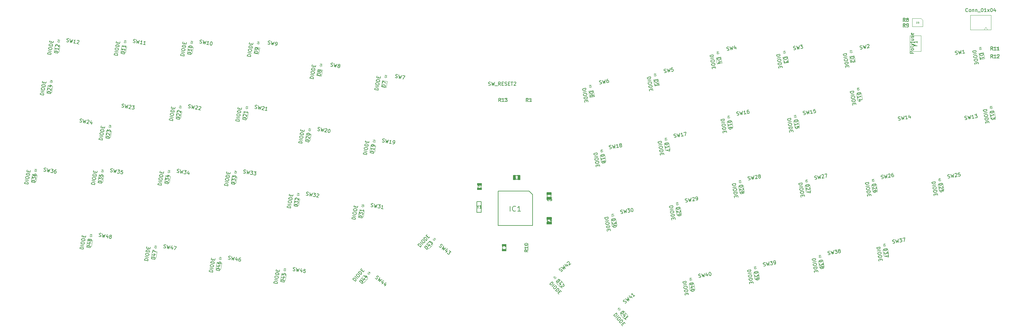
<source format=gbr>
G04 #@! TF.GenerationSoftware,KiCad,Pcbnew,(6.0.0-rc1-dev-1469-g932b9a334)*
G04 #@! TF.CreationDate,2019-09-07T17:34:58-07:00
G04 #@! TF.ProjectId,Laptreus-v2,4c617074-7265-4757-932d-76322e6b6963,rev?*
G04 #@! TF.SameCoordinates,Original*
G04 #@! TF.FileFunction,Other,Fab,Top*
%FSLAX46Y46*%
G04 Gerber Fmt 4.6, Leading zero omitted, Abs format (unit mm)*
G04 Created by KiCad (PCBNEW (6.0.0-rc1-dev-1469-g932b9a334)) date Saturday, September 07, 2019 at 05:34:58 PM*
%MOMM*%
%LPD*%
G04 APERTURE LIST*
%ADD10C,0.100000*%
%ADD11C,0.150000*%
%ADD12C,0.101600*%
%ADD13C,0.075000*%
%ADD14C,0.200000*%
G04 APERTURE END LIST*
D10*
G04 #@! TO.C,R13*
X230224170Y-97295103D02*
X228624170Y-97295103D01*
X230224170Y-96495103D02*
X230224170Y-97295103D01*
X228624170Y-96495103D02*
X230224170Y-96495103D01*
X228624170Y-97295103D02*
X228624170Y-96495103D01*
G04 #@! TO.C,R12*
X371374170Y-83820103D02*
X372974170Y-83820103D01*
X371374170Y-84620103D02*
X371374170Y-83820103D01*
X372974170Y-84620103D02*
X371374170Y-84620103D01*
X372974170Y-83820103D02*
X372974170Y-84620103D01*
G04 #@! TO.C,R11*
X372974170Y-82370103D02*
X371374170Y-82370103D01*
X372974170Y-81570103D02*
X372974170Y-82370103D01*
X371374170Y-81570103D02*
X372974170Y-81570103D01*
X371374170Y-82370103D02*
X371374170Y-81570103D01*
G04 #@! TO.C,R10*
X236649170Y-138920103D02*
X236649170Y-140520103D01*
X235849170Y-138920103D02*
X236649170Y-138920103D01*
X235849170Y-140520103D02*
X235849170Y-138920103D01*
X236649170Y-140520103D02*
X235849170Y-140520103D01*
G04 #@! TO.C,R9*
X345499170Y-74845103D02*
X347099170Y-74845103D01*
X345499170Y-75645103D02*
X345499170Y-74845103D01*
X347099170Y-75645103D02*
X345499170Y-75645103D01*
X347099170Y-74845103D02*
X347099170Y-75645103D01*
G04 #@! TO.C,R8*
X347099170Y-74045103D02*
X345499170Y-74045103D01*
X347099170Y-73245103D02*
X347099170Y-74045103D01*
X345499170Y-73245103D02*
X347099170Y-73245103D01*
X345499170Y-74045103D02*
X345499170Y-73245103D01*
G04 #@! TO.C,R1*
X237699660Y-97294781D02*
X236099660Y-97294781D01*
X237699660Y-96494781D02*
X237699660Y-97294781D01*
X236099660Y-96494781D02*
X237699660Y-96494781D01*
X236099660Y-97294781D02*
X236099660Y-96494781D01*
G04 #@! TO.C,D1*
X368840646Y-83074266D02*
X369153213Y-84846920D01*
X369153213Y-84846920D02*
X367774482Y-85090028D01*
X367774482Y-85090028D02*
X367461915Y-83317374D01*
X367461915Y-83317374D02*
X368840646Y-83074266D01*
X368218126Y-81559351D02*
X367528761Y-81680904D01*
X367873444Y-81620128D02*
X367838714Y-81423166D01*
X367873444Y-81620128D02*
X368304950Y-82051755D01*
X368304950Y-82051755D02*
X367615585Y-82173308D01*
X367615585Y-82173308D02*
X367873444Y-81620128D01*
X367960268Y-82112532D02*
X368003680Y-82358733D01*
G04 #@! TO.C,D48*
X110295310Y-137630008D02*
X109982743Y-139402662D01*
X109982743Y-139402662D02*
X108604012Y-139159554D01*
X108604012Y-139159554D02*
X108916579Y-137386900D01*
X108916579Y-137386900D02*
X110295310Y-137630008D01*
X110228464Y-135993538D02*
X109539099Y-135871985D01*
X109883781Y-135932762D02*
X109918511Y-135735800D01*
X109883781Y-135932762D02*
X110141640Y-136485942D01*
X110141640Y-136485942D02*
X109452275Y-136364389D01*
X109452275Y-136364389D02*
X109883781Y-135932762D01*
X109796957Y-136425166D02*
X109753545Y-136671367D01*
G04 #@! TO.C,D47*
X129045309Y-140955008D02*
X128732742Y-142727662D01*
X128732742Y-142727662D02*
X127354011Y-142484554D01*
X127354011Y-142484554D02*
X127666578Y-140711900D01*
X127666578Y-140711900D02*
X129045309Y-140955008D01*
X128978463Y-139318538D02*
X128289098Y-139196985D01*
X128633780Y-139257762D02*
X128668510Y-139060800D01*
X128633780Y-139257762D02*
X128891639Y-139810942D01*
X128891639Y-139810942D02*
X128202274Y-139689389D01*
X128202274Y-139689389D02*
X128633780Y-139257762D01*
X128546956Y-139750166D02*
X128503544Y-139996367D01*
G04 #@! TO.C,D46*
X147820310Y-144255008D02*
X147507743Y-146027662D01*
X147507743Y-146027662D02*
X146129012Y-145784554D01*
X146129012Y-145784554D02*
X146441579Y-144011900D01*
X146441579Y-144011900D02*
X147820310Y-144255008D01*
X147753464Y-142618538D02*
X147064099Y-142496985D01*
X147408781Y-142557762D02*
X147443511Y-142360800D01*
X147408781Y-142557762D02*
X147666640Y-143110942D01*
X147666640Y-143110942D02*
X146977275Y-142989389D01*
X146977275Y-142989389D02*
X147408781Y-142557762D01*
X147321957Y-143050166D02*
X147278545Y-143296367D01*
G04 #@! TO.C,D45*
X166570309Y-147555008D02*
X166257742Y-149327662D01*
X166257742Y-149327662D02*
X164879011Y-149084554D01*
X164879011Y-149084554D02*
X165191578Y-147311900D01*
X165191578Y-147311900D02*
X166570309Y-147555008D01*
X166503463Y-145918538D02*
X165814098Y-145796985D01*
X166158780Y-145857762D02*
X166193510Y-145660800D01*
X166158780Y-145857762D02*
X166416639Y-146410942D01*
X166416639Y-146410942D02*
X165727274Y-146289389D01*
X165727274Y-146289389D02*
X166158780Y-145857762D01*
X166071956Y-146350166D02*
X166028544Y-146596367D01*
G04 #@! TO.C,D44*
X190163910Y-148580614D02*
X189006892Y-149959494D01*
X189006892Y-149959494D02*
X187934430Y-149059592D01*
X187934430Y-149059592D02*
X189091448Y-147680712D01*
X189091448Y-147680712D02*
X190163910Y-148580614D01*
X190924255Y-147129968D02*
X190388023Y-146680016D01*
X190656139Y-146904992D02*
X190784697Y-146751783D01*
X190656139Y-146904992D02*
X190602861Y-147512990D01*
X190602861Y-147512990D02*
X190066630Y-147063038D01*
X190066630Y-147063038D02*
X190656139Y-146904992D01*
X190334745Y-147288015D02*
X190174048Y-147479525D01*
G04 #@! TO.C,D43*
X209073784Y-138779145D02*
X207857722Y-140106244D01*
X207857722Y-140106244D02*
X206825534Y-139160417D01*
X206825534Y-139160417D02*
X208041596Y-137833318D01*
X208041596Y-137833318D02*
X209073784Y-138779145D01*
X209896682Y-137363044D02*
X209380587Y-136890131D01*
X209638635Y-137126588D02*
X209773753Y-136979132D01*
X209638635Y-137126588D02*
X209558886Y-137731683D01*
X209558886Y-137731683D02*
X209042792Y-137258770D01*
X209042792Y-137258770D02*
X209638635Y-137126588D01*
X209300839Y-137495227D02*
X209131942Y-137679546D01*
G04 #@! TO.C,D42*
X245882233Y-148933640D02*
X247098295Y-150260739D01*
X247098295Y-150260739D02*
X246066107Y-151206566D01*
X246066107Y-151206566D02*
X244850045Y-149879467D01*
X244850045Y-149879467D02*
X245882233Y-148933640D01*
X244543242Y-147990453D02*
X244027147Y-148463366D01*
X244285194Y-148226910D02*
X244150076Y-148079454D01*
X244285194Y-148226910D02*
X244881037Y-148359092D01*
X244881037Y-148359092D02*
X244364943Y-148832005D01*
X244364943Y-148832005D02*
X244285194Y-148226910D01*
X244622990Y-148595549D02*
X244791887Y-148779868D01*
G04 #@! TO.C,D41*
X264506892Y-158130712D02*
X265663910Y-159509592D01*
X265663910Y-159509592D02*
X264591448Y-160409494D01*
X264591448Y-160409494D02*
X263434430Y-159030614D01*
X263434430Y-159030614D02*
X264506892Y-158130712D01*
X263210317Y-157130016D02*
X262674085Y-157579968D01*
X262942201Y-157354992D02*
X262813643Y-157201783D01*
X262942201Y-157354992D02*
X263531710Y-157513038D01*
X263531710Y-157513038D02*
X262995479Y-157962990D01*
X262995479Y-157962990D02*
X262942201Y-157354992D01*
X263263595Y-157738015D02*
X263424292Y-157929525D01*
G04 #@! TO.C,D40*
X284757743Y-150036900D02*
X285070310Y-151809554D01*
X285070310Y-151809554D02*
X283691579Y-152052662D01*
X283691579Y-152052662D02*
X283379012Y-150280008D01*
X283379012Y-150280008D02*
X284757743Y-150036900D01*
X284135223Y-148521985D02*
X283445858Y-148643538D01*
X283790541Y-148582762D02*
X283755811Y-148385800D01*
X283790541Y-148582762D02*
X284222047Y-149014389D01*
X284222047Y-149014389D02*
X283532682Y-149135942D01*
X283532682Y-149135942D02*
X283790541Y-148582762D01*
X283877365Y-149075166D02*
X283920777Y-149321367D01*
G04 #@! TO.C,D39*
X303507742Y-146736900D02*
X303820309Y-148509554D01*
X303820309Y-148509554D02*
X302441578Y-148752662D01*
X302441578Y-148752662D02*
X302129011Y-146980008D01*
X302129011Y-146980008D02*
X303507742Y-146736900D01*
X302885222Y-145221985D02*
X302195857Y-145343538D01*
X302540540Y-145282762D02*
X302505810Y-145085800D01*
X302540540Y-145282762D02*
X302972046Y-145714389D01*
X302972046Y-145714389D02*
X302282681Y-145835942D01*
X302282681Y-145835942D02*
X302540540Y-145282762D01*
X302627364Y-145775166D02*
X302670776Y-146021367D01*
G04 #@! TO.C,D38*
X322289635Y-143433170D02*
X322602202Y-145205824D01*
X322602202Y-145205824D02*
X321223471Y-145448932D01*
X321223471Y-145448932D02*
X320910904Y-143676278D01*
X320910904Y-143676278D02*
X322289635Y-143433170D01*
X321667115Y-141918255D02*
X320977750Y-142039808D01*
X321322433Y-141979032D02*
X321287703Y-141782070D01*
X321322433Y-141979032D02*
X321753939Y-142410659D01*
X321753939Y-142410659D02*
X321064574Y-142532212D01*
X321064574Y-142532212D02*
X321322433Y-141979032D01*
X321409257Y-142471436D02*
X321452669Y-142717637D01*
G04 #@! TO.C,D37*
X341032742Y-140136900D02*
X341345309Y-141909554D01*
X341345309Y-141909554D02*
X339966578Y-142152662D01*
X339966578Y-142152662D02*
X339654011Y-140380008D01*
X339654011Y-140380008D02*
X341032742Y-140136900D01*
X340410222Y-138621985D02*
X339720857Y-138743538D01*
X340065540Y-138682762D02*
X340030810Y-138485800D01*
X340065540Y-138682762D02*
X340497046Y-139114389D01*
X340497046Y-139114389D02*
X339807681Y-139235942D01*
X339807681Y-139235942D02*
X340065540Y-138682762D01*
X340152364Y-139175166D02*
X340195776Y-139421367D01*
G04 #@! TO.C,D36*
X94263756Y-118699446D02*
X93951189Y-120472100D01*
X93951189Y-120472100D02*
X92572458Y-120228992D01*
X92572458Y-120228992D02*
X92885025Y-118456338D01*
X92885025Y-118456338D02*
X94263756Y-118699446D01*
X94196910Y-117062976D02*
X93507545Y-116941423D01*
X93852227Y-117002200D02*
X93886957Y-116805238D01*
X93852227Y-117002200D02*
X94110086Y-117555380D01*
X94110086Y-117555380D02*
X93420721Y-117433827D01*
X93420721Y-117433827D02*
X93852227Y-117002200D01*
X93765403Y-117494604D02*
X93721991Y-117740805D01*
G04 #@! TO.C,D35*
X113595308Y-118880008D02*
X113282741Y-120652662D01*
X113282741Y-120652662D02*
X111904010Y-120409554D01*
X111904010Y-120409554D02*
X112216577Y-118636900D01*
X112216577Y-118636900D02*
X113595308Y-118880008D01*
X113528462Y-117243538D02*
X112839097Y-117121985D01*
X113183779Y-117182762D02*
X113218509Y-116985800D01*
X113183779Y-117182762D02*
X113441638Y-117735942D01*
X113441638Y-117735942D02*
X112752273Y-117614389D01*
X112752273Y-117614389D02*
X113183779Y-117182762D01*
X113096955Y-117675166D02*
X113053543Y-117921367D01*
G04 #@! TO.C,D34*
X132920309Y-119055008D02*
X132607742Y-120827662D01*
X132607742Y-120827662D02*
X131229011Y-120584554D01*
X131229011Y-120584554D02*
X131541578Y-118811900D01*
X131541578Y-118811900D02*
X132920309Y-119055008D01*
X132853463Y-117418538D02*
X132164098Y-117296985D01*
X132508780Y-117357762D02*
X132543510Y-117160800D01*
X132508780Y-117357762D02*
X132766639Y-117910942D01*
X132766639Y-117910942D02*
X132077274Y-117789389D01*
X132077274Y-117789389D02*
X132508780Y-117357762D01*
X132421956Y-117850166D02*
X132378544Y-118096367D01*
G04 #@! TO.C,D33*
X152220309Y-119230008D02*
X151907742Y-121002662D01*
X151907742Y-121002662D02*
X150529011Y-120759554D01*
X150529011Y-120759554D02*
X150841578Y-118986900D01*
X150841578Y-118986900D02*
X152220309Y-119230008D01*
X152153463Y-117593538D02*
X151464098Y-117471985D01*
X151808780Y-117532762D02*
X151843510Y-117335800D01*
X151808780Y-117532762D02*
X152066639Y-118085942D01*
X152066639Y-118085942D02*
X151377274Y-117964389D01*
X151377274Y-117964389D02*
X151808780Y-117532762D01*
X151721956Y-118025166D02*
X151678544Y-118271367D01*
G04 #@! TO.C,D32*
X170420308Y-125680009D02*
X170107741Y-127452663D01*
X170107741Y-127452663D02*
X168729010Y-127209555D01*
X168729010Y-127209555D02*
X169041577Y-125436901D01*
X169041577Y-125436901D02*
X170420308Y-125680009D01*
X170353462Y-124043539D02*
X169664097Y-123921986D01*
X170008779Y-123982763D02*
X170043509Y-123785801D01*
X170008779Y-123982763D02*
X170266638Y-124535943D01*
X170266638Y-124535943D02*
X169577273Y-124414390D01*
X169577273Y-124414390D02*
X170008779Y-123982763D01*
X169921955Y-124475167D02*
X169878543Y-124721368D01*
G04 #@! TO.C,D31*
X189195310Y-128980008D02*
X188882743Y-130752662D01*
X188882743Y-130752662D02*
X187504012Y-130509554D01*
X187504012Y-130509554D02*
X187816579Y-128736900D01*
X187816579Y-128736900D02*
X189195310Y-128980008D01*
X189128464Y-127343538D02*
X188439099Y-127221985D01*
X188783781Y-127282762D02*
X188818511Y-127085800D01*
X188783781Y-127282762D02*
X189041640Y-127835942D01*
X189041640Y-127835942D02*
X188352275Y-127714389D01*
X188352275Y-127714389D02*
X188783781Y-127282762D01*
X188696957Y-127775166D02*
X188653545Y-128021367D01*
G04 #@! TO.C,D30*
X262132742Y-131461901D02*
X262445309Y-133234555D01*
X262445309Y-133234555D02*
X261066578Y-133477663D01*
X261066578Y-133477663D02*
X260754011Y-131705009D01*
X260754011Y-131705009D02*
X262132742Y-131461901D01*
X261510222Y-129946986D02*
X260820857Y-130068539D01*
X261165540Y-130007763D02*
X261130810Y-129810801D01*
X261165540Y-130007763D02*
X261597046Y-130439390D01*
X261597046Y-130439390D02*
X260907681Y-130560943D01*
X260907681Y-130560943D02*
X261165540Y-130007763D01*
X261252364Y-130500167D02*
X261295776Y-130746368D01*
G04 #@! TO.C,D29*
X280882742Y-128161901D02*
X281195309Y-129934555D01*
X281195309Y-129934555D02*
X279816578Y-130177663D01*
X279816578Y-130177663D02*
X279504011Y-128405009D01*
X279504011Y-128405009D02*
X280882742Y-128161901D01*
X280260222Y-126646986D02*
X279570857Y-126768539D01*
X279915540Y-126707763D02*
X279880810Y-126510801D01*
X279915540Y-126707763D02*
X280347046Y-127139390D01*
X280347046Y-127139390D02*
X279657681Y-127260943D01*
X279657681Y-127260943D02*
X279915540Y-126707763D01*
X280002364Y-127200167D02*
X280045776Y-127446368D01*
G04 #@! TO.C,D28*
X299107742Y-121711900D02*
X299420309Y-123484554D01*
X299420309Y-123484554D02*
X298041578Y-123727662D01*
X298041578Y-123727662D02*
X297729011Y-121955008D01*
X297729011Y-121955008D02*
X299107742Y-121711900D01*
X298485222Y-120196985D02*
X297795857Y-120318538D01*
X298140540Y-120257762D02*
X298105810Y-120060800D01*
X298140540Y-120257762D02*
X298572046Y-120689389D01*
X298572046Y-120689389D02*
X297882681Y-120810942D01*
X297882681Y-120810942D02*
X298140540Y-120257762D01*
X298227364Y-120750166D02*
X298270776Y-120996367D01*
G04 #@! TO.C,D27*
X318407742Y-121536900D02*
X318720309Y-123309554D01*
X318720309Y-123309554D02*
X317341578Y-123552662D01*
X317341578Y-123552662D02*
X317029011Y-121780008D01*
X317029011Y-121780008D02*
X318407742Y-121536900D01*
X317785222Y-120021985D02*
X317095857Y-120143538D01*
X317440540Y-120082762D02*
X317405810Y-119885800D01*
X317440540Y-120082762D02*
X317872046Y-120514389D01*
X317872046Y-120514389D02*
X317182681Y-120635942D01*
X317182681Y-120635942D02*
X317440540Y-120082762D01*
X317527364Y-120575166D02*
X317570776Y-120821367D01*
G04 #@! TO.C,D26*
X337732742Y-121361901D02*
X338045309Y-123134555D01*
X338045309Y-123134555D02*
X336666578Y-123377663D01*
X336666578Y-123377663D02*
X336354011Y-121605009D01*
X336354011Y-121605009D02*
X337732742Y-121361901D01*
X337110222Y-119846986D02*
X336420857Y-119968539D01*
X336765540Y-119907763D02*
X336730810Y-119710801D01*
X336765540Y-119907763D02*
X337197046Y-120339390D01*
X337197046Y-120339390D02*
X336507681Y-120460943D01*
X336507681Y-120460943D02*
X336765540Y-119907763D01*
X336852364Y-120400167D02*
X336895776Y-120646368D01*
G04 #@! TO.C,D25*
X357032742Y-121186900D02*
X357345309Y-122959554D01*
X357345309Y-122959554D02*
X355966578Y-123202662D01*
X355966578Y-123202662D02*
X355654011Y-121430008D01*
X355654011Y-121430008D02*
X357032742Y-121186900D01*
X356410222Y-119671985D02*
X355720857Y-119793538D01*
X356065540Y-119732762D02*
X356030810Y-119535800D01*
X356065540Y-119732762D02*
X356497046Y-120164389D01*
X356497046Y-120164389D02*
X355807681Y-120285942D01*
X355807681Y-120285942D02*
X356065540Y-119732762D01*
X356152364Y-120225166D02*
X356195776Y-120471367D01*
G04 #@! TO.C,D24*
X98775342Y-92904406D02*
X98462775Y-94677060D01*
X98462775Y-94677060D02*
X97084044Y-94433952D01*
X97084044Y-94433952D02*
X97396611Y-92661298D01*
X97396611Y-92661298D02*
X98775342Y-92904406D01*
X98708496Y-91267936D02*
X98019131Y-91146383D01*
X98363813Y-91207160D02*
X98398543Y-91010198D01*
X98363813Y-91207160D02*
X98621672Y-91760340D01*
X98621672Y-91760340D02*
X97932307Y-91638787D01*
X97932307Y-91638787D02*
X98363813Y-91207160D01*
X98276989Y-91699564D02*
X98233577Y-91945765D01*
G04 #@! TO.C,D23*
X115821154Y-105937379D02*
X115508587Y-107710033D01*
X115508587Y-107710033D02*
X114129856Y-107466925D01*
X114129856Y-107466925D02*
X114442423Y-105694271D01*
X114442423Y-105694271D02*
X115821154Y-105937379D01*
X115754308Y-104300909D02*
X115064943Y-104179356D01*
X115409625Y-104240133D02*
X115444355Y-104043171D01*
X115409625Y-104240133D02*
X115667484Y-104793313D01*
X115667484Y-104793313D02*
X114978119Y-104671760D01*
X114978119Y-104671760D02*
X115409625Y-104240133D01*
X115322801Y-104732537D02*
X115279389Y-104978738D01*
G04 #@! TO.C,D22*
X136220309Y-100305008D02*
X135907742Y-102077662D01*
X135907742Y-102077662D02*
X134529011Y-101834554D01*
X134529011Y-101834554D02*
X134841578Y-100061900D01*
X134841578Y-100061900D02*
X136220309Y-100305008D01*
X136153463Y-98668538D02*
X135464098Y-98546985D01*
X135808780Y-98607762D02*
X135843510Y-98410800D01*
X135808780Y-98607762D02*
X136066639Y-99160942D01*
X136066639Y-99160942D02*
X135377274Y-99039389D01*
X135377274Y-99039389D02*
X135808780Y-98607762D01*
X135721956Y-99100166D02*
X135678544Y-99346367D01*
G04 #@! TO.C,D21*
X155520309Y-100480009D02*
X155207742Y-102252663D01*
X155207742Y-102252663D02*
X153829011Y-102009555D01*
X153829011Y-102009555D02*
X154141578Y-100236901D01*
X154141578Y-100236901D02*
X155520309Y-100480009D01*
X155453463Y-98843539D02*
X154764098Y-98721986D01*
X155108780Y-98782763D02*
X155143510Y-98585801D01*
X155108780Y-98782763D02*
X155366639Y-99335943D01*
X155366639Y-99335943D02*
X154677274Y-99214390D01*
X154677274Y-99214390D02*
X155108780Y-98782763D01*
X155021956Y-99275167D02*
X154978544Y-99521368D01*
G04 #@! TO.C,D20*
X173745309Y-106905008D02*
X173432742Y-108677662D01*
X173432742Y-108677662D02*
X172054011Y-108434554D01*
X172054011Y-108434554D02*
X172366578Y-106661900D01*
X172366578Y-106661900D02*
X173745309Y-106905008D01*
X173678463Y-105268538D02*
X172989098Y-105146985D01*
X173333780Y-105207762D02*
X173368510Y-105010800D01*
X173333780Y-105207762D02*
X173591639Y-105760942D01*
X173591639Y-105760942D02*
X172902274Y-105639389D01*
X172902274Y-105639389D02*
X173333780Y-105207762D01*
X173246956Y-105700166D02*
X173203544Y-105946367D01*
G04 #@! TO.C,D19*
X192495310Y-110205008D02*
X192182743Y-111977662D01*
X192182743Y-111977662D02*
X190804012Y-111734554D01*
X190804012Y-111734554D02*
X191116579Y-109961900D01*
X191116579Y-109961900D02*
X192495310Y-110205008D01*
X192428464Y-108568538D02*
X191739099Y-108446985D01*
X192083781Y-108507762D02*
X192118511Y-108310800D01*
X192083781Y-108507762D02*
X192341640Y-109060942D01*
X192341640Y-109060942D02*
X191652275Y-108939389D01*
X191652275Y-108939389D02*
X192083781Y-108507762D01*
X191996957Y-109000166D02*
X191953545Y-109246367D01*
G04 #@! TO.C,D18*
X258957252Y-112812222D02*
X259269819Y-114584876D01*
X259269819Y-114584876D02*
X257891088Y-114827984D01*
X257891088Y-114827984D02*
X257578521Y-113055330D01*
X257578521Y-113055330D02*
X258957252Y-112812222D01*
X258334732Y-111297307D02*
X257645367Y-111418860D01*
X257990050Y-111358084D02*
X257955320Y-111161122D01*
X257990050Y-111358084D02*
X258421556Y-111789711D01*
X258421556Y-111789711D02*
X257732191Y-111911264D01*
X257732191Y-111911264D02*
X257990050Y-111358084D01*
X258076874Y-111850488D02*
X258120286Y-112096689D01*
G04 #@! TO.C,D17*
X277582742Y-109411901D02*
X277895309Y-111184555D01*
X277895309Y-111184555D02*
X276516578Y-111427663D01*
X276516578Y-111427663D02*
X276204011Y-109655009D01*
X276204011Y-109655009D02*
X277582742Y-109411901D01*
X276960222Y-107896986D02*
X276270857Y-108018539D01*
X276615540Y-107957763D02*
X276580810Y-107760801D01*
X276615540Y-107957763D02*
X277047046Y-108389390D01*
X277047046Y-108389390D02*
X276357681Y-108510943D01*
X276357681Y-108510943D02*
X276615540Y-107957763D01*
X276702364Y-108450167D02*
X276745776Y-108696368D01*
G04 #@! TO.C,D16*
X295807742Y-102961901D02*
X296120309Y-104734555D01*
X296120309Y-104734555D02*
X294741578Y-104977663D01*
X294741578Y-104977663D02*
X294429011Y-103205009D01*
X294429011Y-103205009D02*
X295807742Y-102961901D01*
X295185222Y-101446986D02*
X294495857Y-101568539D01*
X294840540Y-101507763D02*
X294805810Y-101310801D01*
X294840540Y-101507763D02*
X295272046Y-101939390D01*
X295272046Y-101939390D02*
X294582681Y-102060943D01*
X294582681Y-102060943D02*
X294840540Y-101507763D01*
X294927364Y-102000167D02*
X294970776Y-102246368D01*
G04 #@! TO.C,D15*
X315107743Y-102783169D02*
X315420310Y-104555823D01*
X315420310Y-104555823D02*
X314041579Y-104798931D01*
X314041579Y-104798931D02*
X313729012Y-103026277D01*
X313729012Y-103026277D02*
X315107743Y-102783169D01*
X314485223Y-101268254D02*
X313795858Y-101389807D01*
X314140541Y-101329031D02*
X314105811Y-101132069D01*
X314140541Y-101329031D02*
X314572047Y-101760658D01*
X314572047Y-101760658D02*
X313882682Y-101882211D01*
X313882682Y-101882211D02*
X314140541Y-101329031D01*
X314227365Y-101821435D02*
X314270777Y-102067636D01*
G04 #@! TO.C,D14*
X333349141Y-94866451D02*
X333661708Y-96639105D01*
X333661708Y-96639105D02*
X332282977Y-96882213D01*
X332282977Y-96882213D02*
X331970410Y-95109559D01*
X331970410Y-95109559D02*
X333349141Y-94866451D01*
X332726621Y-93351536D02*
X332037256Y-93473089D01*
X332381939Y-93412313D02*
X332347209Y-93215351D01*
X332381939Y-93412313D02*
X332813445Y-93843940D01*
X332813445Y-93843940D02*
X332124080Y-93965493D01*
X332124080Y-93965493D02*
X332381939Y-93412313D01*
X332468763Y-93904717D02*
X332512175Y-94150918D01*
G04 #@! TO.C,D13*
X371950849Y-100190631D02*
X372263416Y-101963285D01*
X372263416Y-101963285D02*
X370884685Y-102206393D01*
X370884685Y-102206393D02*
X370572118Y-100433739D01*
X370572118Y-100433739D02*
X371950849Y-100190631D01*
X371328329Y-98675716D02*
X370638964Y-98797269D01*
X370983647Y-98736493D02*
X370948917Y-98539531D01*
X370983647Y-98736493D02*
X371415153Y-99168120D01*
X371415153Y-99168120D02*
X370725788Y-99289673D01*
X370725788Y-99289673D02*
X370983647Y-98736493D01*
X371070471Y-99228897D02*
X371113883Y-99475098D01*
G04 #@! TO.C,D12*
X100894819Y-81155330D02*
X100582252Y-82927984D01*
X100582252Y-82927984D02*
X99203521Y-82684876D01*
X99203521Y-82684876D02*
X99516088Y-80912222D01*
X99516088Y-80912222D02*
X100894819Y-81155330D01*
X100827973Y-79518860D02*
X100138608Y-79397307D01*
X100483290Y-79458084D02*
X100518020Y-79261122D01*
X100483290Y-79458084D02*
X100741149Y-80011264D01*
X100741149Y-80011264D02*
X100051784Y-79889711D01*
X100051784Y-79889711D02*
X100483290Y-79458084D01*
X100396466Y-79950488D02*
X100353054Y-80196689D01*
G04 #@! TO.C,D11*
X120220309Y-81355009D02*
X119907742Y-83127663D01*
X119907742Y-83127663D02*
X118529011Y-82884555D01*
X118529011Y-82884555D02*
X118841578Y-81111901D01*
X118841578Y-81111901D02*
X120220309Y-81355009D01*
X120153463Y-79718539D02*
X119464098Y-79596986D01*
X119808780Y-79657763D02*
X119843510Y-79460801D01*
X119808780Y-79657763D02*
X120066639Y-80210943D01*
X120066639Y-80210943D02*
X119377274Y-80089390D01*
X119377274Y-80089390D02*
X119808780Y-79657763D01*
X119721956Y-80150167D02*
X119678544Y-80396368D01*
G04 #@! TO.C,D10*
X139520309Y-81530008D02*
X139207742Y-83302662D01*
X139207742Y-83302662D02*
X137829011Y-83059554D01*
X137829011Y-83059554D02*
X138141578Y-81286900D01*
X138141578Y-81286900D02*
X139520309Y-81530008D01*
X139453463Y-79893538D02*
X138764098Y-79771985D01*
X139108780Y-79832762D02*
X139143510Y-79635800D01*
X139108780Y-79832762D02*
X139366639Y-80385942D01*
X139366639Y-80385942D02*
X138677274Y-80264389D01*
X138677274Y-80264389D02*
X139108780Y-79832762D01*
X139021956Y-80325166D02*
X138978544Y-80571367D01*
G04 #@! TO.C,D9*
X158845310Y-81705008D02*
X158532743Y-83477662D01*
X158532743Y-83477662D02*
X157154012Y-83234554D01*
X157154012Y-83234554D02*
X157466579Y-81461900D01*
X157466579Y-81461900D02*
X158845310Y-81705008D01*
X158778464Y-80068538D02*
X158089099Y-79946985D01*
X158433781Y-80007762D02*
X158468511Y-79810800D01*
X158433781Y-80007762D02*
X158691640Y-80560942D01*
X158691640Y-80560942D02*
X158002275Y-80439389D01*
X158002275Y-80439389D02*
X158433781Y-80007762D01*
X158346957Y-80500166D02*
X158303545Y-80746367D01*
G04 #@! TO.C,D8*
X177045310Y-88155008D02*
X176732743Y-89927662D01*
X176732743Y-89927662D02*
X175354012Y-89684554D01*
X175354012Y-89684554D02*
X175666579Y-87911900D01*
X175666579Y-87911900D02*
X177045310Y-88155008D01*
X176978464Y-86518538D02*
X176289099Y-86396985D01*
X176633781Y-86457762D02*
X176668511Y-86260800D01*
X176633781Y-86457762D02*
X176891640Y-87010942D01*
X176891640Y-87010942D02*
X176202275Y-86889389D01*
X176202275Y-86889389D02*
X176633781Y-86457762D01*
X176546957Y-86950166D02*
X176503545Y-87196367D01*
G04 #@! TO.C,D7*
X195820309Y-91455008D02*
X195507742Y-93227662D01*
X195507742Y-93227662D02*
X194129011Y-92984554D01*
X194129011Y-92984554D02*
X194441578Y-91211900D01*
X194441578Y-91211900D02*
X195820309Y-91455008D01*
X195753463Y-89818538D02*
X195064098Y-89696985D01*
X195408780Y-89757762D02*
X195443510Y-89560800D01*
X195408780Y-89757762D02*
X195666639Y-90310942D01*
X195666639Y-90310942D02*
X194977274Y-90189389D01*
X194977274Y-90189389D02*
X195408780Y-89757762D01*
X195321956Y-90250166D02*
X195278544Y-90496367D01*
G04 #@! TO.C,D6*
X255632252Y-94062222D02*
X255944819Y-95834876D01*
X255944819Y-95834876D02*
X254566088Y-96077984D01*
X254566088Y-96077984D02*
X254253521Y-94305330D01*
X254253521Y-94305330D02*
X255632252Y-94062222D01*
X255009732Y-92547307D02*
X254320367Y-92668860D01*
X254665050Y-92608084D02*
X254630320Y-92411122D01*
X254665050Y-92608084D02*
X255096556Y-93039711D01*
X255096556Y-93039711D02*
X254407191Y-93161264D01*
X254407191Y-93161264D02*
X254665050Y-92608084D01*
X254751874Y-93100488D02*
X254795286Y-93346689D01*
G04 #@! TO.C,D5*
X274432252Y-90762222D02*
X274744819Y-92534876D01*
X274744819Y-92534876D02*
X273366088Y-92777984D01*
X273366088Y-92777984D02*
X273053521Y-91005330D01*
X273053521Y-91005330D02*
X274432252Y-90762222D01*
X273809732Y-89247307D02*
X273120367Y-89368860D01*
X273465050Y-89308084D02*
X273430320Y-89111122D01*
X273465050Y-89308084D02*
X273896556Y-89739711D01*
X273896556Y-89739711D02*
X273207191Y-89861264D01*
X273207191Y-89861264D02*
X273465050Y-89308084D01*
X273551874Y-89800488D02*
X273595286Y-90046689D01*
G04 #@! TO.C,D4*
X292632252Y-84337222D02*
X292944819Y-86109876D01*
X292944819Y-86109876D02*
X291566088Y-86352984D01*
X291566088Y-86352984D02*
X291253521Y-84580330D01*
X291253521Y-84580330D02*
X292632252Y-84337222D01*
X292009732Y-82822307D02*
X291320367Y-82943860D01*
X291665050Y-82883084D02*
X291630320Y-82686122D01*
X291665050Y-82883084D02*
X292096556Y-83314711D01*
X292096556Y-83314711D02*
X291407191Y-83436264D01*
X291407191Y-83436264D02*
X291665050Y-82883084D01*
X291751874Y-83375488D02*
X291795286Y-83621689D01*
G04 #@! TO.C,D3*
X311957252Y-84162222D02*
X312269819Y-85934876D01*
X312269819Y-85934876D02*
X310891088Y-86177984D01*
X310891088Y-86177984D02*
X310578521Y-84405330D01*
X310578521Y-84405330D02*
X311957252Y-84162222D01*
X311334732Y-82647307D02*
X310645367Y-82768860D01*
X310990050Y-82708084D02*
X310955320Y-82511122D01*
X310990050Y-82708084D02*
X311421556Y-83139711D01*
X311421556Y-83139711D02*
X310732191Y-83261264D01*
X310732191Y-83261264D02*
X310990050Y-82708084D01*
X311076874Y-83200488D02*
X311120286Y-83446689D01*
G04 #@! TO.C,D2*
X331307252Y-83987222D02*
X331619819Y-85759876D01*
X331619819Y-85759876D02*
X330241088Y-86002984D01*
X330241088Y-86002984D02*
X329928521Y-84230330D01*
X329928521Y-84230330D02*
X331307252Y-83987222D01*
X330684732Y-82472307D02*
X329995367Y-82593860D01*
X330340050Y-82533084D02*
X330305320Y-82336122D01*
X330340050Y-82533084D02*
X330771556Y-82964711D01*
X330771556Y-82964711D02*
X330082191Y-83086264D01*
X330082191Y-83086264D02*
X330340050Y-82533084D01*
X330426874Y-83025488D02*
X330470286Y-83271689D01*
G04 #@! TO.C,U6*
X350699170Y-73195103D02*
X351199170Y-73695103D01*
X351199170Y-73695103D02*
X351199170Y-75595103D01*
X348199170Y-73195103D02*
X350699170Y-73195103D01*
X348199170Y-75595103D02*
X348199170Y-73195103D01*
X351199170Y-75595103D02*
X348199170Y-75595103D01*
G04 #@! TO.C,J2*
X369524170Y-75762996D02*
X369024170Y-76470103D01*
X370024170Y-76470103D02*
X369524170Y-75762996D01*
X365024170Y-76470103D02*
X365024170Y-72220103D01*
X371024170Y-76470103D02*
X371024170Y-72220103D01*
X371024170Y-72220103D02*
X365024170Y-72220103D01*
X371024170Y-76470103D02*
X365024170Y-76470103D01*
G04 #@! TO.C,F1*
X347524170Y-82720103D02*
X347524170Y-78220103D01*
X350724170Y-82720103D02*
X347524170Y-82720103D01*
X350724170Y-78220103D02*
X350724170Y-82720103D01*
X347524170Y-78220103D02*
X350724170Y-78220103D01*
D11*
G04 #@! TO.C,IC1*
X236999646Y-123298532D02*
X237999646Y-124298532D01*
X227999646Y-123298532D02*
X236999646Y-123298532D01*
X227999646Y-133298532D02*
X227999646Y-123298532D01*
X237999646Y-133298532D02*
X227999646Y-133298532D01*
X237999646Y-124298532D02*
X237999646Y-133298532D01*
D12*
G04 #@! TO.C,C5*
X223134661Y-121484781D02*
X223134661Y-122504781D01*
X222064661Y-121484781D02*
X222064661Y-122504781D01*
D10*
G36*
X221949661Y-122401181D02*
G01*
X221949661Y-122994781D01*
X223249661Y-122994781D01*
X223249661Y-122401181D01*
X221949661Y-122401181D01*
G37*
G36*
X221949661Y-120994781D02*
G01*
X221949661Y-121577981D01*
X223249661Y-121577981D01*
X223249661Y-120994781D01*
X221949661Y-120994781D01*
G37*
D12*
G04 #@! TO.C,C2*
X230309660Y-139209781D02*
X230309660Y-140229781D01*
X229239660Y-139209781D02*
X229239660Y-140229781D01*
D10*
G36*
X229124660Y-140126181D02*
G01*
X229124660Y-140719781D01*
X230424660Y-140719781D01*
X230424660Y-140126181D01*
X229124660Y-140126181D01*
G37*
G36*
X229124660Y-138719781D02*
G01*
X229124660Y-139302981D01*
X230424660Y-139302981D01*
X230424660Y-138719781D01*
X229124660Y-138719781D01*
G37*
D11*
G04 #@! TO.C,C3*
X243359660Y-124209781D02*
X243359660Y-125229781D01*
X242289660Y-124209781D02*
X242289660Y-125229781D01*
G36*
X242174660Y-125126181D02*
G01*
X242174660Y-125719781D01*
X243474660Y-125719781D01*
X243474660Y-125126181D01*
X242174660Y-125126181D01*
G37*
X242174660Y-125126181D02*
X242174660Y-125719781D01*
X243474660Y-125719781D01*
X243474660Y-125126181D01*
X242174660Y-125126181D01*
G36*
X242174660Y-123719781D02*
G01*
X242174660Y-124302981D01*
X243474660Y-124302981D01*
X243474660Y-123719781D01*
X242174660Y-123719781D01*
G37*
X242174660Y-123719781D02*
X242174660Y-124302981D01*
X243474660Y-124302981D01*
X243474660Y-123719781D01*
X242174660Y-123719781D01*
G04 #@! TO.C,C4*
X242314660Y-132404781D02*
X242314660Y-131384781D01*
X243384660Y-132404781D02*
X243384660Y-131384781D01*
G36*
X243499660Y-131488381D02*
G01*
X243499660Y-130894781D01*
X242199660Y-130894781D01*
X242199660Y-131488381D01*
X243499660Y-131488381D01*
G37*
X243499660Y-131488381D02*
X243499660Y-130894781D01*
X242199660Y-130894781D01*
X242199660Y-131488381D01*
X243499660Y-131488381D01*
G36*
X243499660Y-132894781D02*
G01*
X243499660Y-132311581D01*
X242199660Y-132311581D01*
X242199660Y-132894781D01*
X243499660Y-132894781D01*
G37*
X243499660Y-132894781D02*
X243499660Y-132311581D01*
X242199660Y-132311581D01*
X242199660Y-132894781D01*
X243499660Y-132894781D01*
G04 #@! TO.C,C7*
X232889645Y-118860052D02*
X233909645Y-118860052D01*
X232889645Y-119930052D02*
X233909645Y-119930052D01*
G36*
X233806045Y-120045052D02*
G01*
X234399645Y-120045052D01*
X234399645Y-118745052D01*
X233806045Y-118745052D01*
X233806045Y-120045052D01*
G37*
X233806045Y-120045052D02*
X234399645Y-120045052D01*
X234399645Y-118745052D01*
X233806045Y-118745052D01*
X233806045Y-120045052D01*
G36*
X232399645Y-120045052D02*
G01*
X232982845Y-120045052D01*
X232982845Y-118745052D01*
X232399645Y-118745052D01*
X232399645Y-120045052D01*
G37*
X232399645Y-120045052D02*
X232982845Y-120045052D01*
X232982845Y-118745052D01*
X232399645Y-118745052D01*
X232399645Y-120045052D01*
G04 #@! TO.C,Y1*
X223149645Y-129520052D02*
X221849645Y-129520052D01*
X223149645Y-126320052D02*
X223149645Y-129520052D01*
X221849645Y-126320052D02*
X223149645Y-126320052D01*
X221849645Y-129520052D02*
X221849645Y-126320052D01*
G04 #@! TD*
G04 #@! TO.C,R13*
X228781312Y-97347483D02*
X228447979Y-96871293D01*
X228209884Y-97347483D02*
X228209884Y-96347483D01*
X228590836Y-96347483D01*
X228686074Y-96395103D01*
X228733693Y-96442722D01*
X228781312Y-96537960D01*
X228781312Y-96680817D01*
X228733693Y-96776055D01*
X228686074Y-96823674D01*
X228590836Y-96871293D01*
X228209884Y-96871293D01*
X229733693Y-97347483D02*
X229162265Y-97347483D01*
X229447979Y-97347483D02*
X229447979Y-96347483D01*
X229352741Y-96490341D01*
X229257503Y-96585579D01*
X229162265Y-96633198D01*
X230067027Y-96347483D02*
X230686074Y-96347483D01*
X230352741Y-96728436D01*
X230495598Y-96728436D01*
X230590836Y-96776055D01*
X230638455Y-96823674D01*
X230686074Y-96918912D01*
X230686074Y-97157007D01*
X230638455Y-97252245D01*
X230590836Y-97299864D01*
X230495598Y-97347483D01*
X230209884Y-97347483D01*
X230114646Y-97299864D01*
X230067027Y-97252245D01*
G04 #@! TO.C,R12*
X371531312Y-84672483D02*
X371197979Y-84196293D01*
X370959884Y-84672483D02*
X370959884Y-83672483D01*
X371340836Y-83672483D01*
X371436074Y-83720103D01*
X371483693Y-83767722D01*
X371531312Y-83862960D01*
X371531312Y-84005817D01*
X371483693Y-84101055D01*
X371436074Y-84148674D01*
X371340836Y-84196293D01*
X370959884Y-84196293D01*
X372483693Y-84672483D02*
X371912265Y-84672483D01*
X372197979Y-84672483D02*
X372197979Y-83672483D01*
X372102741Y-83815341D01*
X372007503Y-83910579D01*
X371912265Y-83958198D01*
X372864646Y-83767722D02*
X372912265Y-83720103D01*
X373007503Y-83672483D01*
X373245598Y-83672483D01*
X373340836Y-83720103D01*
X373388455Y-83767722D01*
X373436074Y-83862960D01*
X373436074Y-83958198D01*
X373388455Y-84101055D01*
X372817027Y-84672483D01*
X373436074Y-84672483D01*
G04 #@! TO.C,R11*
X371531312Y-82422483D02*
X371197979Y-81946293D01*
X370959884Y-82422483D02*
X370959884Y-81422483D01*
X371340836Y-81422483D01*
X371436074Y-81470103D01*
X371483693Y-81517722D01*
X371531312Y-81612960D01*
X371531312Y-81755817D01*
X371483693Y-81851055D01*
X371436074Y-81898674D01*
X371340836Y-81946293D01*
X370959884Y-81946293D01*
X372483693Y-82422483D02*
X371912265Y-82422483D01*
X372197979Y-82422483D02*
X372197979Y-81422483D01*
X372102741Y-81565341D01*
X372007503Y-81660579D01*
X371912265Y-81708198D01*
X373436074Y-82422483D02*
X372864646Y-82422483D01*
X373150360Y-82422483D02*
X373150360Y-81422483D01*
X373055122Y-81565341D01*
X372959884Y-81660579D01*
X372864646Y-81708198D01*
G04 #@! TO.C,R10*
X236701550Y-140362960D02*
X236225360Y-140696293D01*
X236701550Y-140934388D02*
X235701550Y-140934388D01*
X235701550Y-140553436D01*
X235749170Y-140458198D01*
X235796789Y-140410579D01*
X235892027Y-140362960D01*
X236034884Y-140362960D01*
X236130122Y-140410579D01*
X236177741Y-140458198D01*
X236225360Y-140553436D01*
X236225360Y-140934388D01*
X236701550Y-139410579D02*
X236701550Y-139982007D01*
X236701550Y-139696293D02*
X235701550Y-139696293D01*
X235844408Y-139791531D01*
X235939646Y-139886769D01*
X235987265Y-139982007D01*
X235701550Y-138791531D02*
X235701550Y-138696293D01*
X235749170Y-138601055D01*
X235796789Y-138553436D01*
X235892027Y-138505817D01*
X236082503Y-138458198D01*
X236320598Y-138458198D01*
X236511074Y-138505817D01*
X236606312Y-138553436D01*
X236653931Y-138601055D01*
X236701550Y-138696293D01*
X236701550Y-138791531D01*
X236653931Y-138886769D01*
X236606312Y-138934388D01*
X236511074Y-138982007D01*
X236320598Y-139029626D01*
X236082503Y-139029626D01*
X235892027Y-138982007D01*
X235796789Y-138934388D01*
X235749170Y-138886769D01*
X235701550Y-138791531D01*
G04 #@! TO.C,R9*
X346132503Y-75697483D02*
X345799170Y-75221293D01*
X345561074Y-75697483D02*
X345561074Y-74697483D01*
X345942027Y-74697483D01*
X346037265Y-74745103D01*
X346084884Y-74792722D01*
X346132503Y-74887960D01*
X346132503Y-75030817D01*
X346084884Y-75126055D01*
X346037265Y-75173674D01*
X345942027Y-75221293D01*
X345561074Y-75221293D01*
X346608693Y-75697483D02*
X346799170Y-75697483D01*
X346894408Y-75649864D01*
X346942027Y-75602245D01*
X347037265Y-75459388D01*
X347084884Y-75268912D01*
X347084884Y-74887960D01*
X347037265Y-74792722D01*
X346989646Y-74745103D01*
X346894408Y-74697483D01*
X346703931Y-74697483D01*
X346608693Y-74745103D01*
X346561074Y-74792722D01*
X346513455Y-74887960D01*
X346513455Y-75126055D01*
X346561074Y-75221293D01*
X346608693Y-75268912D01*
X346703931Y-75316531D01*
X346894408Y-75316531D01*
X346989646Y-75268912D01*
X347037265Y-75221293D01*
X347084884Y-75126055D01*
G04 #@! TO.C,R8*
X346132503Y-74097483D02*
X345799170Y-73621293D01*
X345561074Y-74097483D02*
X345561074Y-73097483D01*
X345942027Y-73097483D01*
X346037265Y-73145103D01*
X346084884Y-73192722D01*
X346132503Y-73287960D01*
X346132503Y-73430817D01*
X346084884Y-73526055D01*
X346037265Y-73573674D01*
X345942027Y-73621293D01*
X345561074Y-73621293D01*
X346703931Y-73526055D02*
X346608693Y-73478436D01*
X346561074Y-73430817D01*
X346513455Y-73335579D01*
X346513455Y-73287960D01*
X346561074Y-73192722D01*
X346608693Y-73145103D01*
X346703931Y-73097483D01*
X346894408Y-73097483D01*
X346989646Y-73145103D01*
X347037265Y-73192722D01*
X347084884Y-73287960D01*
X347084884Y-73335579D01*
X347037265Y-73430817D01*
X346989646Y-73478436D01*
X346894408Y-73526055D01*
X346703931Y-73526055D01*
X346608693Y-73573674D01*
X346561074Y-73621293D01*
X346513455Y-73716531D01*
X346513455Y-73907007D01*
X346561074Y-74002245D01*
X346608693Y-74049864D01*
X346703931Y-74097483D01*
X346894408Y-74097483D01*
X346989646Y-74049864D01*
X347037265Y-74002245D01*
X347084884Y-73907007D01*
X347084884Y-73716531D01*
X347037265Y-73621293D01*
X346989646Y-73573674D01*
X346894408Y-73526055D01*
G04 #@! TO.C,R1*
X236732993Y-97347161D02*
X236399660Y-96870971D01*
X236161564Y-97347161D02*
X236161564Y-96347161D01*
X236542517Y-96347161D01*
X236637755Y-96394781D01*
X236685374Y-96442400D01*
X236732993Y-96537638D01*
X236732993Y-96680495D01*
X236685374Y-96775733D01*
X236637755Y-96823352D01*
X236542517Y-96870971D01*
X236161564Y-96870971D01*
X237685374Y-97347161D02*
X237113945Y-97347161D01*
X237399660Y-97347161D02*
X237399660Y-96347161D01*
X237304421Y-96490019D01*
X237209183Y-96585257D01*
X237113945Y-96632876D01*
G04 #@! TO.C,D1*
X367751251Y-83532301D02*
X368736059Y-83358653D01*
X368777404Y-83593131D01*
X368755315Y-83742086D01*
X368678062Y-83852415D01*
X368592540Y-83915849D01*
X368413226Y-83995820D01*
X368272539Y-84020627D01*
X368076688Y-84006808D01*
X367974628Y-83976450D01*
X367864299Y-83899197D01*
X367792596Y-83766779D01*
X367751251Y-83532301D01*
X368015858Y-85032960D02*
X367916631Y-84470213D01*
X367966244Y-84751587D02*
X368951052Y-84577938D01*
X368793827Y-84508954D01*
X368683498Y-84431701D01*
X368620065Y-84346178D01*
X365665123Y-82642946D02*
X366649931Y-82469298D01*
X366691276Y-82703776D01*
X366669187Y-82852732D01*
X366591934Y-82963061D01*
X366506412Y-83026494D01*
X366327098Y-83106466D01*
X366186411Y-83131273D01*
X365990560Y-83117453D01*
X365888500Y-83087095D01*
X365778171Y-83009842D01*
X365706468Y-82877424D01*
X365665123Y-82642946D01*
X365838772Y-83627754D02*
X366823579Y-83454106D01*
X366939345Y-84110644D02*
X366972421Y-84298226D01*
X366942063Y-84400287D01*
X366864810Y-84510616D01*
X366685496Y-84590587D01*
X366357227Y-84648470D01*
X366161375Y-84634650D01*
X366051046Y-84557397D01*
X365987613Y-84471875D01*
X365954537Y-84284292D01*
X365984895Y-84182232D01*
X366062148Y-84071903D01*
X366241461Y-83991931D01*
X366569731Y-83934049D01*
X366765582Y-83947868D01*
X366875911Y-84025122D01*
X366939345Y-84110644D01*
X366103378Y-85128413D02*
X367088186Y-84954765D01*
X367129531Y-85189243D01*
X367107442Y-85338199D01*
X367030189Y-85448528D01*
X366944667Y-85511961D01*
X366765353Y-85591933D01*
X366624666Y-85616740D01*
X366428815Y-85602920D01*
X366326755Y-85572562D01*
X366216426Y-85495309D01*
X366144723Y-85362891D01*
X366103378Y-85128413D01*
X366792878Y-86022262D02*
X366850761Y-86350532D01*
X366359716Y-86582177D02*
X366277026Y-86113221D01*
X367261834Y-85939573D01*
X367344524Y-86408529D01*
G04 #@! TO.C,D48*
X109666945Y-139767655D02*
X108682138Y-139594006D01*
X108723482Y-139359528D01*
X108795185Y-139227111D01*
X108905514Y-139149857D01*
X109007574Y-139119500D01*
X109203426Y-139105680D01*
X109344112Y-139130487D01*
X109523426Y-139210458D01*
X109608948Y-139273892D01*
X109686201Y-139384221D01*
X109708290Y-139533177D01*
X109666945Y-139767655D01*
X109258476Y-138245021D02*
X109915014Y-138360786D01*
X108841966Y-138413347D02*
X109504055Y-138771860D01*
X109611552Y-138162217D01*
X109468032Y-137605020D02*
X109404599Y-137690543D01*
X109349434Y-137729169D01*
X109247374Y-137759527D01*
X109200478Y-137751258D01*
X109114956Y-137687824D01*
X109076329Y-137632660D01*
X109045972Y-137530600D01*
X109079048Y-137343017D01*
X109142481Y-137257495D01*
X109197646Y-137218868D01*
X109299706Y-137188511D01*
X109346602Y-137196780D01*
X109432124Y-137260213D01*
X109470750Y-137315378D01*
X109501108Y-137417438D01*
X109468032Y-137605020D01*
X109498390Y-137707081D01*
X109537017Y-137762245D01*
X109622539Y-137825679D01*
X109810121Y-137858754D01*
X109912181Y-137828397D01*
X109967346Y-137789770D01*
X110030780Y-137704248D01*
X110063855Y-137516665D01*
X110033498Y-137414605D01*
X109994871Y-137359441D01*
X109909349Y-137296007D01*
X109721766Y-137262931D01*
X109619706Y-137293289D01*
X109564542Y-137331916D01*
X109501108Y-137417438D01*
X107663507Y-140188052D02*
X106678699Y-140014404D01*
X106720044Y-139779926D01*
X106791746Y-139647508D01*
X106902076Y-139570255D01*
X107004136Y-139539897D01*
X107199987Y-139526078D01*
X107340674Y-139550884D01*
X107519987Y-139630856D01*
X107605510Y-139694289D01*
X107682763Y-139804619D01*
X107704852Y-139953574D01*
X107663507Y-140188052D01*
X107837155Y-139203245D02*
X106852347Y-139029596D01*
X106968113Y-138373058D02*
X107001189Y-138185475D01*
X107064622Y-138099953D01*
X107174951Y-138022700D01*
X107370803Y-138008880D01*
X107699072Y-138066763D01*
X107878385Y-138146734D01*
X107955639Y-138257063D01*
X107985996Y-138359124D01*
X107952921Y-138546706D01*
X107889487Y-138632228D01*
X107779158Y-138709482D01*
X107583306Y-138723301D01*
X107255037Y-138665419D01*
X107075724Y-138585447D01*
X106998470Y-138475118D01*
X106968113Y-138373058D01*
X108101762Y-137702585D02*
X107116954Y-137528937D01*
X107158299Y-137294459D01*
X107230001Y-137162041D01*
X107340330Y-137084788D01*
X107442391Y-137054430D01*
X107638242Y-137040610D01*
X107778929Y-137065417D01*
X107958242Y-137145389D01*
X108043765Y-137208822D01*
X108121018Y-137319151D01*
X108143107Y-137468107D01*
X108101762Y-137702585D01*
X107759558Y-136626819D02*
X107817441Y-136298550D01*
X108358100Y-136248821D02*
X108275410Y-136717777D01*
X107290602Y-136544129D01*
X107373292Y-136075173D01*
G04 #@! TO.C,D47*
X128416944Y-143092655D02*
X127432137Y-142919006D01*
X127473481Y-142684528D01*
X127545184Y-142552111D01*
X127655513Y-142474857D01*
X127757573Y-142444500D01*
X127953425Y-142430680D01*
X128094111Y-142455487D01*
X128273425Y-142535458D01*
X128358947Y-142598892D01*
X128436200Y-142709221D01*
X128458289Y-142858177D01*
X128416944Y-143092655D01*
X128008475Y-141570021D02*
X128665013Y-141685786D01*
X127591965Y-141738347D02*
X128254054Y-142096860D01*
X128361551Y-141487217D01*
X127754626Y-141090078D02*
X127870391Y-140433539D01*
X128780779Y-141029248D01*
X126413506Y-143513052D02*
X125428698Y-143339404D01*
X125470043Y-143104926D01*
X125541745Y-142972508D01*
X125652075Y-142895255D01*
X125754135Y-142864897D01*
X125949986Y-142851078D01*
X126090673Y-142875884D01*
X126269986Y-142955856D01*
X126355509Y-143019289D01*
X126432762Y-143129619D01*
X126454851Y-143278574D01*
X126413506Y-143513052D01*
X126587154Y-142528245D02*
X125602346Y-142354596D01*
X125718112Y-141698058D02*
X125751188Y-141510475D01*
X125814621Y-141424953D01*
X125924950Y-141347700D01*
X126120802Y-141333880D01*
X126449071Y-141391763D01*
X126628384Y-141471734D01*
X126705638Y-141582063D01*
X126735995Y-141684124D01*
X126702920Y-141871706D01*
X126639486Y-141957228D01*
X126529157Y-142034482D01*
X126333305Y-142048301D01*
X126005036Y-141990419D01*
X125825723Y-141910447D01*
X125748469Y-141800118D01*
X125718112Y-141698058D01*
X126851761Y-141027585D02*
X125866953Y-140853937D01*
X125908298Y-140619459D01*
X125980000Y-140487041D01*
X126090329Y-140409788D01*
X126192390Y-140379430D01*
X126388241Y-140365610D01*
X126528928Y-140390417D01*
X126708241Y-140470389D01*
X126793764Y-140533822D01*
X126871017Y-140644151D01*
X126893106Y-140793107D01*
X126851761Y-141027585D01*
X126509557Y-139951819D02*
X126567440Y-139623550D01*
X127108099Y-139573821D02*
X127025409Y-140042777D01*
X126040601Y-139869129D01*
X126123291Y-139400173D01*
G04 #@! TO.C,D46*
X147191945Y-146392655D02*
X146207138Y-146219006D01*
X146248482Y-145984528D01*
X146320185Y-145852111D01*
X146430514Y-145774857D01*
X146532574Y-145744500D01*
X146728426Y-145730680D01*
X146869112Y-145755487D01*
X147048426Y-145835458D01*
X147133948Y-145898892D01*
X147211201Y-146009221D01*
X147233290Y-146158177D01*
X147191945Y-146392655D01*
X146783476Y-144870021D02*
X147440014Y-144985786D01*
X146366966Y-145038347D02*
X147029055Y-145396860D01*
X147136552Y-144787217D01*
X146620586Y-143874226D02*
X146587510Y-144061809D01*
X146617867Y-144163869D01*
X146656494Y-144219033D01*
X146780643Y-144337631D01*
X146959956Y-144417603D01*
X147335121Y-144483754D01*
X147437181Y-144453397D01*
X147492346Y-144414770D01*
X147555780Y-144329248D01*
X147588855Y-144141665D01*
X147558498Y-144039605D01*
X147519871Y-143984441D01*
X147434349Y-143921007D01*
X147199871Y-143879662D01*
X147097811Y-143910020D01*
X147042646Y-143948647D01*
X146979212Y-144034169D01*
X146946137Y-144221751D01*
X146976494Y-144323812D01*
X147015121Y-144378976D01*
X147100643Y-144442410D01*
X145188507Y-146813052D02*
X144203699Y-146639404D01*
X144245044Y-146404926D01*
X144316746Y-146272508D01*
X144427076Y-146195255D01*
X144529136Y-146164897D01*
X144724987Y-146151078D01*
X144865674Y-146175884D01*
X145044987Y-146255856D01*
X145130510Y-146319289D01*
X145207763Y-146429619D01*
X145229852Y-146578574D01*
X145188507Y-146813052D01*
X145362155Y-145828245D02*
X144377347Y-145654596D01*
X144493113Y-144998058D02*
X144526189Y-144810475D01*
X144589622Y-144724953D01*
X144699951Y-144647700D01*
X144895803Y-144633880D01*
X145224072Y-144691763D01*
X145403385Y-144771734D01*
X145480639Y-144882063D01*
X145510996Y-144984124D01*
X145477921Y-145171706D01*
X145414487Y-145257228D01*
X145304158Y-145334482D01*
X145108306Y-145348301D01*
X144780037Y-145290419D01*
X144600724Y-145210447D01*
X144523470Y-145100118D01*
X144493113Y-144998058D01*
X145626762Y-144327585D02*
X144641954Y-144153937D01*
X144683299Y-143919459D01*
X144755001Y-143787041D01*
X144865330Y-143709788D01*
X144967391Y-143679430D01*
X145163242Y-143665610D01*
X145303929Y-143690417D01*
X145483242Y-143770389D01*
X145568765Y-143833822D01*
X145646018Y-143944151D01*
X145668107Y-144093107D01*
X145626762Y-144327585D01*
X145284558Y-143251819D02*
X145342441Y-142923550D01*
X145883100Y-142873821D02*
X145800410Y-143342777D01*
X144815602Y-143169129D01*
X144898292Y-142700173D01*
G04 #@! TO.C,D45*
X165941944Y-149692655D02*
X164957137Y-149519006D01*
X164998481Y-149284528D01*
X165070184Y-149152111D01*
X165180513Y-149074857D01*
X165282573Y-149044500D01*
X165478425Y-149030680D01*
X165619111Y-149055487D01*
X165798425Y-149135458D01*
X165883947Y-149198892D01*
X165961200Y-149309221D01*
X165983289Y-149458177D01*
X165941944Y-149692655D01*
X165533475Y-148170021D02*
X166190013Y-148285786D01*
X165116965Y-148338347D02*
X165779054Y-148696860D01*
X165886551Y-148087217D01*
X165378854Y-147127330D02*
X165296164Y-147596287D01*
X165756851Y-147725872D01*
X165718224Y-147670707D01*
X165687867Y-147568647D01*
X165729211Y-147334169D01*
X165792645Y-147248647D01*
X165847810Y-147210020D01*
X165949870Y-147179662D01*
X166184348Y-147221007D01*
X166269870Y-147284441D01*
X166308497Y-147339605D01*
X166338854Y-147441665D01*
X166297510Y-147676144D01*
X166234076Y-147761666D01*
X166178911Y-147800292D01*
X163938506Y-150113052D02*
X162953698Y-149939404D01*
X162995043Y-149704926D01*
X163066745Y-149572508D01*
X163177075Y-149495255D01*
X163279135Y-149464897D01*
X163474986Y-149451078D01*
X163615673Y-149475884D01*
X163794986Y-149555856D01*
X163880509Y-149619289D01*
X163957762Y-149729619D01*
X163979851Y-149878574D01*
X163938506Y-150113052D01*
X164112154Y-149128245D02*
X163127346Y-148954596D01*
X163243112Y-148298058D02*
X163276188Y-148110475D01*
X163339621Y-148024953D01*
X163449950Y-147947700D01*
X163645802Y-147933880D01*
X163974071Y-147991763D01*
X164153384Y-148071734D01*
X164230638Y-148182063D01*
X164260995Y-148284124D01*
X164227920Y-148471706D01*
X164164486Y-148557228D01*
X164054157Y-148634482D01*
X163858305Y-148648301D01*
X163530036Y-148590419D01*
X163350723Y-148510447D01*
X163273469Y-148400118D01*
X163243112Y-148298058D01*
X164376761Y-147627585D02*
X163391953Y-147453937D01*
X163433298Y-147219459D01*
X163505000Y-147087041D01*
X163615329Y-147009788D01*
X163717390Y-146979430D01*
X163913241Y-146965610D01*
X164053928Y-146990417D01*
X164233241Y-147070389D01*
X164318764Y-147133822D01*
X164396017Y-147244151D01*
X164418106Y-147393107D01*
X164376761Y-147627585D01*
X164034557Y-146551819D02*
X164092440Y-146223550D01*
X164633099Y-146173821D02*
X164550409Y-146642777D01*
X163565601Y-146469129D01*
X163648291Y-146000173D01*
G04 #@! TO.C,D44*
X188550907Y-150117688D02*
X187784862Y-149474901D01*
X187937907Y-149292509D01*
X188066212Y-149213683D01*
X188200386Y-149201944D01*
X188303952Y-149226684D01*
X188480474Y-149312641D01*
X188589909Y-149404468D01*
X188705213Y-149563382D01*
X188747561Y-149661078D01*
X188759300Y-149795253D01*
X188703951Y-149935297D01*
X188550907Y-150117688D01*
X188958478Y-148594814D02*
X189469175Y-149023339D01*
X188513607Y-148532334D02*
X188907737Y-149173860D01*
X189305653Y-148699642D01*
X189570657Y-147865248D02*
X190081353Y-148293773D01*
X189125786Y-147802768D02*
X189519916Y-148444293D01*
X189917832Y-147970075D01*
X186605680Y-149480045D02*
X185839635Y-148837257D01*
X185992680Y-148654866D01*
X186120985Y-148576040D01*
X186255159Y-148564301D01*
X186358725Y-148589041D01*
X186535247Y-148674998D01*
X186644682Y-148766825D01*
X186759986Y-148925739D01*
X186802334Y-149023435D01*
X186814073Y-149157610D01*
X186758724Y-149297654D01*
X186605680Y-149480045D01*
X187248467Y-148714001D02*
X186482423Y-148071213D01*
X186910948Y-147560517D02*
X187033384Y-147414604D01*
X187131080Y-147372256D01*
X187265254Y-147360517D01*
X187441776Y-147446475D01*
X187697125Y-147660737D01*
X187812429Y-147819651D01*
X187824168Y-147953826D01*
X187799428Y-148057391D01*
X187676992Y-148203304D01*
X187579296Y-148245652D01*
X187445122Y-148257391D01*
X187268600Y-148171433D01*
X187013251Y-147957171D01*
X186897947Y-147798257D01*
X186886208Y-147664082D01*
X186910948Y-147560517D01*
X188227953Y-147546695D02*
X187461909Y-146903907D01*
X187614953Y-146721516D01*
X187743258Y-146642690D01*
X187877433Y-146630951D01*
X187980999Y-146655691D01*
X188157521Y-146741648D01*
X188266956Y-146833475D01*
X188382260Y-146992389D01*
X188424608Y-147090085D01*
X188436346Y-147224259D01*
X188380998Y-147364303D01*
X188227953Y-147546695D01*
X188469479Y-146443952D02*
X188683742Y-146188604D01*
X189176830Y-146415867D02*
X188870741Y-146780650D01*
X188104696Y-146137863D01*
X188410786Y-145773080D01*
G04 #@! TO.C,D43*
X207395270Y-140244398D02*
X206657993Y-139568808D01*
X206818848Y-139393266D01*
X206950469Y-139320111D01*
X207085028Y-139314236D01*
X207187416Y-139343470D01*
X207360020Y-139437045D01*
X207465346Y-139533558D01*
X207573609Y-139697350D01*
X207611654Y-139796801D01*
X207617529Y-139931359D01*
X207556125Y-140068856D01*
X207395270Y-140244398D01*
X207868881Y-138740751D02*
X208360399Y-139191145D01*
X207427158Y-138658926D02*
X207792930Y-139317032D01*
X208211153Y-138860623D01*
X207912660Y-138199578D02*
X208330883Y-137743169D01*
X208386554Y-138246295D01*
X208483067Y-138140970D01*
X208582517Y-138102924D01*
X208649796Y-138099987D01*
X208752184Y-138129220D01*
X208927726Y-138290075D01*
X208965772Y-138389525D01*
X208968710Y-138456805D01*
X208939476Y-138559193D01*
X208746451Y-138769843D01*
X208647000Y-138807889D01*
X208579721Y-138810827D01*
X205479708Y-139522511D02*
X204742430Y-138846921D01*
X204903285Y-138671379D01*
X205034907Y-138598224D01*
X205169465Y-138592349D01*
X205271853Y-138621583D01*
X205444458Y-138715158D01*
X205549783Y-138811671D01*
X205658046Y-138975463D01*
X205696092Y-139074914D01*
X205701967Y-139209473D01*
X205640563Y-139346969D01*
X205479708Y-139522511D01*
X206155298Y-138785234D02*
X205418021Y-138109644D01*
X205868414Y-137618125D02*
X205997098Y-137477692D01*
X206096548Y-137439646D01*
X206231107Y-137433771D01*
X206403712Y-137527346D01*
X206649471Y-137752543D01*
X206757734Y-137916335D01*
X206763609Y-138050894D01*
X206734375Y-138153282D01*
X206605691Y-138293716D01*
X206506241Y-138331761D01*
X206371682Y-138337636D01*
X206199078Y-138244061D01*
X205953318Y-138018864D01*
X205845056Y-137855072D01*
X205839181Y-137720513D01*
X205868414Y-137618125D01*
X207184769Y-137661764D02*
X206447491Y-136986173D01*
X206608346Y-136810631D01*
X206739968Y-136737477D01*
X206874526Y-136731602D01*
X206976914Y-136760835D01*
X207149519Y-136854411D01*
X207254844Y-136950924D01*
X207363107Y-137114716D01*
X207401153Y-137214166D01*
X207407028Y-137348725D01*
X207345624Y-137486221D01*
X207184769Y-137661764D01*
X207474166Y-136570606D02*
X207699363Y-136324846D01*
X208182069Y-136573402D02*
X207860359Y-136924486D01*
X207123082Y-136248896D01*
X207444791Y-135897812D01*
G04 #@! TO.C,D42*
X244887839Y-149554189D02*
X245625116Y-148878599D01*
X245785971Y-149054141D01*
X245847375Y-149191638D01*
X245841500Y-149326196D01*
X245803454Y-149425647D01*
X245695192Y-149589439D01*
X245589866Y-149685952D01*
X245417262Y-149779527D01*
X245314874Y-149808761D01*
X245180315Y-149802886D01*
X245048694Y-149729732D01*
X244887839Y-149554189D01*
X246344486Y-150157049D02*
X245852968Y-150607443D01*
X246464499Y-149724139D02*
X245777017Y-150031161D01*
X246195240Y-150487571D01*
X246841738Y-150347279D02*
X246909017Y-150350216D01*
X247008467Y-150388262D01*
X247169322Y-150563804D01*
X247198556Y-150666192D01*
X247195618Y-150733472D01*
X247157572Y-150832922D01*
X247087355Y-150897264D01*
X246949859Y-150958668D01*
X246142506Y-150923419D01*
X246560729Y-151379828D01*
X242972276Y-150276075D02*
X243709554Y-149600485D01*
X243870408Y-149776027D01*
X243931813Y-149913524D01*
X243925938Y-150048082D01*
X243887892Y-150147533D01*
X243779629Y-150311325D01*
X243674304Y-150407838D01*
X243501699Y-150501413D01*
X243399311Y-150530647D01*
X243264752Y-150524772D01*
X243133131Y-150451617D01*
X242972276Y-150276075D01*
X243647867Y-151013353D02*
X244385144Y-150337762D01*
X244835537Y-150829281D02*
X244964221Y-150969714D01*
X244993455Y-151072102D01*
X244987580Y-151206661D01*
X244879317Y-151370453D01*
X244633558Y-151595650D01*
X244460953Y-151689225D01*
X244326394Y-151683350D01*
X244226944Y-151645305D01*
X244098260Y-151504871D01*
X244069027Y-151402483D01*
X244074902Y-151267924D01*
X244183164Y-151104132D01*
X244428923Y-150878935D01*
X244601528Y-150785360D01*
X244736087Y-150791235D01*
X244835537Y-150829281D01*
X244677337Y-152136823D02*
X245414615Y-151461233D01*
X245575469Y-151636775D01*
X245636874Y-151774271D01*
X245630999Y-151908830D01*
X245592953Y-152008280D01*
X245484690Y-152172073D01*
X245379365Y-152268585D01*
X245206760Y-152362161D01*
X245104372Y-152391394D01*
X244969813Y-152385519D01*
X244838192Y-152312365D01*
X244677337Y-152136823D01*
X245739120Y-152520220D02*
X245964317Y-152765979D01*
X245674637Y-153225185D02*
X245352928Y-152874100D01*
X246090205Y-152198510D01*
X246411915Y-152549594D01*
G04 #@! TO.C,D41*
X263486377Y-158707295D02*
X264252421Y-158064507D01*
X264405466Y-158246898D01*
X264460814Y-158386942D01*
X264449076Y-158521117D01*
X264406728Y-158618813D01*
X264291424Y-158777727D01*
X264181989Y-158869554D01*
X264005467Y-158955511D01*
X263901901Y-158980251D01*
X263767727Y-158968512D01*
X263639421Y-158889686D01*
X263486377Y-158707295D01*
X264915341Y-159373119D02*
X264404645Y-159801644D01*
X265054123Y-158945856D02*
X264353904Y-159222598D01*
X264751820Y-159696816D01*
X265078041Y-160604167D02*
X264710734Y-160166427D01*
X264894388Y-160385297D02*
X265660432Y-159742509D01*
X265489779Y-159761379D01*
X265355605Y-159749640D01*
X265257909Y-159707293D01*
X261541149Y-159344939D02*
X262307193Y-158702151D01*
X262460238Y-158884543D01*
X262515586Y-159024586D01*
X262503848Y-159158761D01*
X262461500Y-159256457D01*
X262346196Y-159415371D01*
X262236761Y-159507198D01*
X262060239Y-159593155D01*
X261956673Y-159617895D01*
X261822499Y-159606156D01*
X261694194Y-159527330D01*
X261541149Y-159344939D01*
X262183936Y-160110983D02*
X262949981Y-159468195D01*
X263378506Y-159978892D02*
X263500942Y-160124805D01*
X263525681Y-160228371D01*
X263513943Y-160362545D01*
X263398638Y-160521459D01*
X263143290Y-160735722D01*
X262966768Y-160821679D01*
X262832593Y-160809940D01*
X262734897Y-160767593D01*
X262612462Y-160621679D01*
X262587722Y-160518114D01*
X262599461Y-160383939D01*
X262714765Y-160225025D01*
X262970113Y-160010763D01*
X263146635Y-159924805D01*
X263280810Y-159936544D01*
X263378506Y-159978892D01*
X263163422Y-161278289D02*
X263929467Y-160635501D01*
X264082511Y-160817893D01*
X264137860Y-160957937D01*
X264126121Y-161092111D01*
X264083774Y-161189807D01*
X263968469Y-161348721D01*
X263859034Y-161440548D01*
X263682512Y-161526506D01*
X263578947Y-161551245D01*
X263444772Y-161539506D01*
X263316467Y-161460680D01*
X263163422Y-161278289D01*
X264207471Y-161707635D02*
X264421734Y-161962983D01*
X264112299Y-162409116D02*
X263806210Y-162044333D01*
X264572254Y-161401546D01*
X264878344Y-161766329D01*
G04 #@! TO.C,D40*
X283585659Y-150025979D02*
X284570466Y-149852330D01*
X284611811Y-150086809D01*
X284589723Y-150235764D01*
X284512469Y-150346093D01*
X284426947Y-150409527D01*
X284247634Y-150489498D01*
X284106947Y-150514305D01*
X283911095Y-150500486D01*
X283809035Y-150470128D01*
X283698706Y-150392875D01*
X283627004Y-150260457D01*
X283585659Y-150025979D01*
X284490266Y-151317081D02*
X283833728Y-151432847D01*
X284824086Y-151016452D02*
X284079307Y-150906008D01*
X284186804Y-151515651D01*
X284942570Y-151962633D02*
X284959108Y-152056424D01*
X284928750Y-152158484D01*
X284890123Y-152213649D01*
X284804601Y-152277082D01*
X284625288Y-152357054D01*
X284390810Y-152398399D01*
X284194958Y-152384579D01*
X284092898Y-152354221D01*
X284037733Y-152315594D01*
X283974300Y-152230072D01*
X283957762Y-152136281D01*
X283988120Y-152034221D01*
X284026746Y-151979056D01*
X284112269Y-151915623D01*
X284291582Y-151835651D01*
X284526060Y-151794306D01*
X284721911Y-151808126D01*
X284823972Y-151838484D01*
X284879136Y-151877111D01*
X284942570Y-151962633D01*
X281582220Y-149605580D02*
X282567028Y-149431932D01*
X282608373Y-149666410D01*
X282586284Y-149815366D01*
X282509031Y-149925695D01*
X282423509Y-149989128D01*
X282244195Y-150069100D01*
X282103508Y-150093907D01*
X281907657Y-150080087D01*
X281805597Y-150049729D01*
X281695268Y-149972476D01*
X281623565Y-149840058D01*
X281582220Y-149605580D01*
X281755869Y-150590388D02*
X282740676Y-150416740D01*
X282856442Y-151073278D02*
X282889518Y-151260860D01*
X282859160Y-151362921D01*
X282781907Y-151473250D01*
X282602593Y-151553221D01*
X282274324Y-151611104D01*
X282078472Y-151597284D01*
X281968143Y-151520031D01*
X281904710Y-151434509D01*
X281871634Y-151246926D01*
X281901992Y-151144866D01*
X281979245Y-151034537D01*
X282158558Y-150954565D01*
X282486828Y-150896683D01*
X282682679Y-150910502D01*
X282793008Y-150987756D01*
X282856442Y-151073278D01*
X282020475Y-152091047D02*
X283005283Y-151917399D01*
X283046628Y-152151877D01*
X283024539Y-152300833D01*
X282947286Y-152411162D01*
X282861764Y-152474595D01*
X282682450Y-152554567D01*
X282541763Y-152579374D01*
X282345912Y-152565554D01*
X282243852Y-152535196D01*
X282133523Y-152457943D01*
X282061820Y-152325525D01*
X282020475Y-152091047D01*
X282709975Y-152984896D02*
X282767858Y-153313166D01*
X282276813Y-153544811D02*
X282194123Y-153075855D01*
X283178931Y-152902207D01*
X283261621Y-153371163D01*
G04 #@! TO.C,D39*
X302335658Y-146725979D02*
X303320465Y-146552330D01*
X303361810Y-146786809D01*
X303339722Y-146935764D01*
X303262468Y-147046093D01*
X303176946Y-147109527D01*
X302997633Y-147189498D01*
X302856946Y-147214305D01*
X302661094Y-147200486D01*
X302559034Y-147170128D01*
X302448705Y-147092875D01*
X302377003Y-146960457D01*
X302335658Y-146725979D01*
X303477576Y-147443347D02*
X303585072Y-148052990D01*
X303152025Y-147790872D01*
X303176832Y-147931559D01*
X303146474Y-148033619D01*
X303107847Y-148088784D01*
X303022325Y-148152217D01*
X302787847Y-148193562D01*
X302685787Y-148163205D01*
X302630622Y-148124578D01*
X302567189Y-148039056D01*
X302517575Y-147757682D01*
X302547933Y-147655622D01*
X302586559Y-147600457D01*
X302682954Y-148695594D02*
X302716030Y-148883177D01*
X302779463Y-148968699D01*
X302834628Y-149007325D01*
X302991853Y-149076310D01*
X303187704Y-149090130D01*
X303562869Y-149023978D01*
X303648391Y-148960544D01*
X303687018Y-148905380D01*
X303717376Y-148803320D01*
X303684300Y-148615737D01*
X303620866Y-148530215D01*
X303565702Y-148491588D01*
X303463641Y-148461231D01*
X303229163Y-148502575D01*
X303143641Y-148566009D01*
X303105015Y-148621174D01*
X303074657Y-148723234D01*
X303107733Y-148910816D01*
X303171166Y-148996338D01*
X303226331Y-149034965D01*
X303328391Y-149065323D01*
X300332219Y-146305580D02*
X301317027Y-146131932D01*
X301358372Y-146366410D01*
X301336283Y-146515366D01*
X301259030Y-146625695D01*
X301173508Y-146689128D01*
X300994194Y-146769100D01*
X300853507Y-146793907D01*
X300657656Y-146780087D01*
X300555596Y-146749729D01*
X300445267Y-146672476D01*
X300373564Y-146540058D01*
X300332219Y-146305580D01*
X300505868Y-147290388D02*
X301490675Y-147116740D01*
X301606441Y-147773278D02*
X301639517Y-147960860D01*
X301609159Y-148062921D01*
X301531906Y-148173250D01*
X301352592Y-148253221D01*
X301024323Y-148311104D01*
X300828471Y-148297284D01*
X300718142Y-148220031D01*
X300654709Y-148134509D01*
X300621633Y-147946926D01*
X300651991Y-147844866D01*
X300729244Y-147734537D01*
X300908557Y-147654565D01*
X301236827Y-147596683D01*
X301432678Y-147610502D01*
X301543007Y-147687756D01*
X301606441Y-147773278D01*
X300770474Y-148791047D02*
X301755282Y-148617399D01*
X301796627Y-148851877D01*
X301774538Y-149000833D01*
X301697285Y-149111162D01*
X301611763Y-149174595D01*
X301432449Y-149254567D01*
X301291762Y-149279374D01*
X301095911Y-149265554D01*
X300993851Y-149235196D01*
X300883522Y-149157943D01*
X300811819Y-149025525D01*
X300770474Y-148791047D01*
X301459974Y-149684896D02*
X301517857Y-150013166D01*
X301026812Y-150244811D02*
X300944122Y-149775855D01*
X301928930Y-149602207D01*
X302011620Y-150071163D01*
G04 #@! TO.C,D38*
X321117551Y-143422249D02*
X322102358Y-143248600D01*
X322143703Y-143483079D01*
X322121615Y-143632034D01*
X322044361Y-143742363D01*
X321958839Y-143805797D01*
X321779526Y-143885768D01*
X321638839Y-143910575D01*
X321442987Y-143896756D01*
X321340927Y-143866398D01*
X321230598Y-143789145D01*
X321158896Y-143656727D01*
X321117551Y-143422249D01*
X322259469Y-144139617D02*
X322366965Y-144749260D01*
X321933918Y-144487142D01*
X321958725Y-144627829D01*
X321928367Y-144729889D01*
X321889740Y-144785054D01*
X321804218Y-144848487D01*
X321569740Y-144889832D01*
X321467680Y-144859475D01*
X321412515Y-144820848D01*
X321349082Y-144735326D01*
X321299468Y-144453952D01*
X321329826Y-144351892D01*
X321368452Y-144296727D01*
X322044132Y-145386428D02*
X322074490Y-145284368D01*
X322113117Y-145229203D01*
X322198639Y-145165770D01*
X322245534Y-145157501D01*
X322347595Y-145187858D01*
X322402759Y-145226485D01*
X322466193Y-145312007D01*
X322499269Y-145499590D01*
X322468911Y-145601650D01*
X322430284Y-145656814D01*
X322344762Y-145720248D01*
X322297866Y-145728517D01*
X322195806Y-145698159D01*
X322140642Y-145659533D01*
X322077208Y-145574010D01*
X322044132Y-145386428D01*
X321980699Y-145300906D01*
X321925534Y-145262279D01*
X321823474Y-145231921D01*
X321635892Y-145264997D01*
X321550369Y-145328431D01*
X321511743Y-145383595D01*
X321481385Y-145485655D01*
X321514461Y-145673238D01*
X321577894Y-145758760D01*
X321633059Y-145797387D01*
X321735119Y-145827744D01*
X321922702Y-145794669D01*
X322008224Y-145731235D01*
X322046850Y-145676070D01*
X322077208Y-145574010D01*
X319114112Y-143001850D02*
X320098920Y-142828202D01*
X320140265Y-143062680D01*
X320118176Y-143211636D01*
X320040923Y-143321965D01*
X319955401Y-143385398D01*
X319776087Y-143465370D01*
X319635400Y-143490177D01*
X319439549Y-143476357D01*
X319337489Y-143445999D01*
X319227160Y-143368746D01*
X319155457Y-143236328D01*
X319114112Y-143001850D01*
X319287761Y-143986658D02*
X320272568Y-143813010D01*
X320388334Y-144469548D02*
X320421410Y-144657130D01*
X320391052Y-144759191D01*
X320313799Y-144869520D01*
X320134485Y-144949491D01*
X319806216Y-145007374D01*
X319610364Y-144993554D01*
X319500035Y-144916301D01*
X319436602Y-144830779D01*
X319403526Y-144643196D01*
X319433884Y-144541136D01*
X319511137Y-144430807D01*
X319690450Y-144350835D01*
X320018720Y-144292953D01*
X320214571Y-144306772D01*
X320324900Y-144384026D01*
X320388334Y-144469548D01*
X319552367Y-145487317D02*
X320537175Y-145313669D01*
X320578520Y-145548147D01*
X320556431Y-145697103D01*
X320479178Y-145807432D01*
X320393656Y-145870865D01*
X320214342Y-145950837D01*
X320073655Y-145975644D01*
X319877804Y-145961824D01*
X319775744Y-145931466D01*
X319665415Y-145854213D01*
X319593712Y-145721795D01*
X319552367Y-145487317D01*
X320241867Y-146381166D02*
X320299750Y-146709436D01*
X319808705Y-146941081D02*
X319726015Y-146472125D01*
X320710823Y-146298477D01*
X320793513Y-146767433D01*
G04 #@! TO.C,D37*
X339860658Y-140125979D02*
X340845465Y-139952330D01*
X340886810Y-140186809D01*
X340864722Y-140335764D01*
X340787468Y-140446093D01*
X340701946Y-140509527D01*
X340522633Y-140589498D01*
X340381946Y-140614305D01*
X340186094Y-140600486D01*
X340084034Y-140570128D01*
X339973705Y-140492875D01*
X339902003Y-140360457D01*
X339860658Y-140125979D01*
X341002576Y-140843347D02*
X341110072Y-141452990D01*
X340677025Y-141190872D01*
X340701832Y-141331559D01*
X340671474Y-141433619D01*
X340632847Y-141488784D01*
X340547325Y-141552217D01*
X340312847Y-141593562D01*
X340210787Y-141563205D01*
X340155622Y-141524578D01*
X340092189Y-141439056D01*
X340042575Y-141157682D01*
X340072933Y-141055622D01*
X340111559Y-141000457D01*
X341167955Y-141781259D02*
X341283720Y-142437798D01*
X340224492Y-142189385D01*
X337857219Y-139705580D02*
X338842027Y-139531932D01*
X338883372Y-139766410D01*
X338861283Y-139915366D01*
X338784030Y-140025695D01*
X338698508Y-140089128D01*
X338519194Y-140169100D01*
X338378507Y-140193907D01*
X338182656Y-140180087D01*
X338080596Y-140149729D01*
X337970267Y-140072476D01*
X337898564Y-139940058D01*
X337857219Y-139705580D01*
X338030868Y-140690388D02*
X339015675Y-140516740D01*
X339131441Y-141173278D02*
X339164517Y-141360860D01*
X339134159Y-141462921D01*
X339056906Y-141573250D01*
X338877592Y-141653221D01*
X338549323Y-141711104D01*
X338353471Y-141697284D01*
X338243142Y-141620031D01*
X338179709Y-141534509D01*
X338146633Y-141346926D01*
X338176991Y-141244866D01*
X338254244Y-141134537D01*
X338433557Y-141054565D01*
X338761827Y-140996683D01*
X338957678Y-141010502D01*
X339068007Y-141087756D01*
X339131441Y-141173278D01*
X338295474Y-142191047D02*
X339280282Y-142017399D01*
X339321627Y-142251877D01*
X339299538Y-142400833D01*
X339222285Y-142511162D01*
X339136763Y-142574595D01*
X338957449Y-142654567D01*
X338816762Y-142679374D01*
X338620911Y-142665554D01*
X338518851Y-142635196D01*
X338408522Y-142557943D01*
X338336819Y-142425525D01*
X338295474Y-142191047D01*
X338984974Y-143084896D02*
X339042857Y-143413166D01*
X338551812Y-143644811D02*
X338469122Y-143175855D01*
X339453930Y-143002207D01*
X339536620Y-143471163D01*
G04 #@! TO.C,D36*
X93635391Y-120837093D02*
X92650584Y-120663444D01*
X92691928Y-120428966D01*
X92763631Y-120296549D01*
X92873960Y-120219295D01*
X92976020Y-120188938D01*
X93171872Y-120175118D01*
X93312558Y-120199925D01*
X93491872Y-120279896D01*
X93577394Y-120343330D01*
X93654647Y-120453659D01*
X93676736Y-120602615D01*
X93635391Y-120837093D01*
X92807694Y-119772428D02*
X92915190Y-119162785D01*
X93232472Y-119557206D01*
X93257279Y-119416519D01*
X93320713Y-119330997D01*
X93375877Y-119292370D01*
X93477938Y-119262013D01*
X93712416Y-119303357D01*
X93797938Y-119366791D01*
X93836564Y-119421955D01*
X93866922Y-119524016D01*
X93817308Y-119805389D01*
X93753875Y-119890912D01*
X93698710Y-119929538D01*
X93064032Y-118318664D02*
X93030956Y-118506247D01*
X93061313Y-118608307D01*
X93099940Y-118663471D01*
X93224089Y-118782069D01*
X93403402Y-118862041D01*
X93778567Y-118928192D01*
X93880627Y-118897835D01*
X93935792Y-118859208D01*
X93999226Y-118773686D01*
X94032301Y-118586103D01*
X94001944Y-118484043D01*
X93963317Y-118428879D01*
X93877795Y-118365445D01*
X93643317Y-118324100D01*
X93541257Y-118354458D01*
X93486092Y-118393085D01*
X93422658Y-118478607D01*
X93389583Y-118666189D01*
X93419940Y-118768250D01*
X93458567Y-118823414D01*
X93544089Y-118886848D01*
X91631953Y-121257490D02*
X90647145Y-121083842D01*
X90688490Y-120849364D01*
X90760192Y-120716946D01*
X90870522Y-120639693D01*
X90972582Y-120609335D01*
X91168433Y-120595516D01*
X91309120Y-120620322D01*
X91488433Y-120700294D01*
X91573956Y-120763727D01*
X91651209Y-120874057D01*
X91673298Y-121023012D01*
X91631953Y-121257490D01*
X91805601Y-120272683D02*
X90820793Y-120099034D01*
X90936559Y-119442496D02*
X90969635Y-119254913D01*
X91033068Y-119169391D01*
X91143397Y-119092138D01*
X91339249Y-119078318D01*
X91667518Y-119136201D01*
X91846831Y-119216172D01*
X91924085Y-119326501D01*
X91954442Y-119428562D01*
X91921367Y-119616144D01*
X91857933Y-119701666D01*
X91747604Y-119778920D01*
X91551752Y-119792739D01*
X91223483Y-119734857D01*
X91044170Y-119654885D01*
X90966916Y-119544556D01*
X90936559Y-119442496D01*
X92070208Y-118772023D02*
X91085400Y-118598375D01*
X91126745Y-118363897D01*
X91198447Y-118231479D01*
X91308776Y-118154226D01*
X91410837Y-118123868D01*
X91606688Y-118110048D01*
X91747375Y-118134855D01*
X91926688Y-118214827D01*
X92012211Y-118278260D01*
X92089464Y-118388589D01*
X92111553Y-118537545D01*
X92070208Y-118772023D01*
X91728004Y-117696257D02*
X91785887Y-117367988D01*
X92326546Y-117318259D02*
X92243856Y-117787215D01*
X91259048Y-117613567D01*
X91341738Y-117144611D01*
G04 #@! TO.C,D35*
X112966943Y-121017655D02*
X111982136Y-120844006D01*
X112023480Y-120609528D01*
X112095183Y-120477111D01*
X112205512Y-120399857D01*
X112307572Y-120369500D01*
X112503424Y-120355680D01*
X112644110Y-120380487D01*
X112823424Y-120460458D01*
X112908946Y-120523892D01*
X112986199Y-120634221D01*
X113008288Y-120783177D01*
X112966943Y-121017655D01*
X112139246Y-119952990D02*
X112246742Y-119343347D01*
X112564024Y-119737768D01*
X112588831Y-119597081D01*
X112652265Y-119511559D01*
X112707429Y-119472932D01*
X112809490Y-119442575D01*
X113043968Y-119483919D01*
X113129490Y-119547353D01*
X113168116Y-119602517D01*
X113198474Y-119704578D01*
X113148860Y-119985951D01*
X113085427Y-120071474D01*
X113030262Y-120110100D01*
X112403853Y-118452330D02*
X112321163Y-118921287D01*
X112781850Y-119050872D01*
X112743223Y-118995707D01*
X112712866Y-118893647D01*
X112754210Y-118659169D01*
X112817644Y-118573647D01*
X112872809Y-118535020D01*
X112974869Y-118504662D01*
X113209347Y-118546007D01*
X113294869Y-118609441D01*
X113333496Y-118664605D01*
X113363853Y-118766665D01*
X113322509Y-119001144D01*
X113259075Y-119086666D01*
X113203910Y-119125292D01*
X110963505Y-121438052D02*
X109978697Y-121264404D01*
X110020042Y-121029926D01*
X110091744Y-120897508D01*
X110202074Y-120820255D01*
X110304134Y-120789897D01*
X110499985Y-120776078D01*
X110640672Y-120800884D01*
X110819985Y-120880856D01*
X110905508Y-120944289D01*
X110982761Y-121054619D01*
X111004850Y-121203574D01*
X110963505Y-121438052D01*
X111137153Y-120453245D02*
X110152345Y-120279596D01*
X110268111Y-119623058D02*
X110301187Y-119435475D01*
X110364620Y-119349953D01*
X110474949Y-119272700D01*
X110670801Y-119258880D01*
X110999070Y-119316763D01*
X111178383Y-119396734D01*
X111255637Y-119507063D01*
X111285994Y-119609124D01*
X111252919Y-119796706D01*
X111189485Y-119882228D01*
X111079156Y-119959482D01*
X110883304Y-119973301D01*
X110555035Y-119915419D01*
X110375722Y-119835447D01*
X110298468Y-119725118D01*
X110268111Y-119623058D01*
X111401760Y-118952585D02*
X110416952Y-118778937D01*
X110458297Y-118544459D01*
X110529999Y-118412041D01*
X110640328Y-118334788D01*
X110742389Y-118304430D01*
X110938240Y-118290610D01*
X111078927Y-118315417D01*
X111258240Y-118395389D01*
X111343763Y-118458822D01*
X111421016Y-118569151D01*
X111443105Y-118718107D01*
X111401760Y-118952585D01*
X111059556Y-117876819D02*
X111117439Y-117548550D01*
X111658098Y-117498821D02*
X111575408Y-117967777D01*
X110590600Y-117794129D01*
X110673290Y-117325173D01*
G04 #@! TO.C,D34*
X132291944Y-121192655D02*
X131307137Y-121019006D01*
X131348481Y-120784528D01*
X131420184Y-120652111D01*
X131530513Y-120574857D01*
X131632573Y-120544500D01*
X131828425Y-120530680D01*
X131969111Y-120555487D01*
X132148425Y-120635458D01*
X132233947Y-120698892D01*
X132311200Y-120809221D01*
X132333289Y-120958177D01*
X132291944Y-121192655D01*
X131464247Y-120127990D02*
X131571743Y-119518347D01*
X131889025Y-119912768D01*
X131913832Y-119772081D01*
X131977266Y-119686559D01*
X132032430Y-119647932D01*
X132134491Y-119617575D01*
X132368969Y-119658919D01*
X132454491Y-119722353D01*
X132493117Y-119777517D01*
X132523475Y-119879578D01*
X132473861Y-120160951D01*
X132410428Y-120246474D01*
X132355263Y-120285100D01*
X132048854Y-118732109D02*
X132705392Y-118847874D01*
X131632344Y-118900435D02*
X132294433Y-119258948D01*
X132401930Y-118649305D01*
X130288506Y-121613052D02*
X129303698Y-121439404D01*
X129345043Y-121204926D01*
X129416745Y-121072508D01*
X129527075Y-120995255D01*
X129629135Y-120964897D01*
X129824986Y-120951078D01*
X129965673Y-120975884D01*
X130144986Y-121055856D01*
X130230509Y-121119289D01*
X130307762Y-121229619D01*
X130329851Y-121378574D01*
X130288506Y-121613052D01*
X130462154Y-120628245D02*
X129477346Y-120454596D01*
X129593112Y-119798058D02*
X129626188Y-119610475D01*
X129689621Y-119524953D01*
X129799950Y-119447700D01*
X129995802Y-119433880D01*
X130324071Y-119491763D01*
X130503384Y-119571734D01*
X130580638Y-119682063D01*
X130610995Y-119784124D01*
X130577920Y-119971706D01*
X130514486Y-120057228D01*
X130404157Y-120134482D01*
X130208305Y-120148301D01*
X129880036Y-120090419D01*
X129700723Y-120010447D01*
X129623469Y-119900118D01*
X129593112Y-119798058D01*
X130726761Y-119127585D02*
X129741953Y-118953937D01*
X129783298Y-118719459D01*
X129855000Y-118587041D01*
X129965329Y-118509788D01*
X130067390Y-118479430D01*
X130263241Y-118465610D01*
X130403928Y-118490417D01*
X130583241Y-118570389D01*
X130668764Y-118633822D01*
X130746017Y-118744151D01*
X130768106Y-118893107D01*
X130726761Y-119127585D01*
X130384557Y-118051819D02*
X130442440Y-117723550D01*
X130983099Y-117673821D02*
X130900409Y-118142777D01*
X129915601Y-117969129D01*
X129998291Y-117500173D01*
G04 #@! TO.C,D33*
X151591944Y-121367655D02*
X150607137Y-121194006D01*
X150648481Y-120959528D01*
X150720184Y-120827111D01*
X150830513Y-120749857D01*
X150932573Y-120719500D01*
X151128425Y-120705680D01*
X151269111Y-120730487D01*
X151448425Y-120810458D01*
X151533947Y-120873892D01*
X151611200Y-120984221D01*
X151633289Y-121133177D01*
X151591944Y-121367655D01*
X150764247Y-120302990D02*
X150871743Y-119693347D01*
X151189025Y-120087768D01*
X151213832Y-119947081D01*
X151277266Y-119861559D01*
X151332430Y-119822932D01*
X151434491Y-119792575D01*
X151668969Y-119833919D01*
X151754491Y-119897353D01*
X151793117Y-119952517D01*
X151823475Y-120054578D01*
X151773861Y-120335951D01*
X151710428Y-120421474D01*
X151655263Y-120460100D01*
X150929626Y-119365078D02*
X151037122Y-118755435D01*
X151354405Y-119149856D01*
X151379211Y-119009169D01*
X151442645Y-118923647D01*
X151497810Y-118885020D01*
X151599870Y-118854662D01*
X151834348Y-118896007D01*
X151919870Y-118959441D01*
X151958497Y-119014605D01*
X151988854Y-119116665D01*
X151939241Y-119398039D01*
X151875807Y-119483561D01*
X151820643Y-119522188D01*
X149588506Y-121788052D02*
X148603698Y-121614404D01*
X148645043Y-121379926D01*
X148716745Y-121247508D01*
X148827075Y-121170255D01*
X148929135Y-121139897D01*
X149124986Y-121126078D01*
X149265673Y-121150884D01*
X149444986Y-121230856D01*
X149530509Y-121294289D01*
X149607762Y-121404619D01*
X149629851Y-121553574D01*
X149588506Y-121788052D01*
X149762154Y-120803245D02*
X148777346Y-120629596D01*
X148893112Y-119973058D02*
X148926188Y-119785475D01*
X148989621Y-119699953D01*
X149099950Y-119622700D01*
X149295802Y-119608880D01*
X149624071Y-119666763D01*
X149803384Y-119746734D01*
X149880638Y-119857063D01*
X149910995Y-119959124D01*
X149877920Y-120146706D01*
X149814486Y-120232228D01*
X149704157Y-120309482D01*
X149508305Y-120323301D01*
X149180036Y-120265419D01*
X149000723Y-120185447D01*
X148923469Y-120075118D01*
X148893112Y-119973058D01*
X150026761Y-119302585D02*
X149041953Y-119128937D01*
X149083298Y-118894459D01*
X149155000Y-118762041D01*
X149265329Y-118684788D01*
X149367390Y-118654430D01*
X149563241Y-118640610D01*
X149703928Y-118665417D01*
X149883241Y-118745389D01*
X149968764Y-118808822D01*
X150046017Y-118919151D01*
X150068106Y-119068107D01*
X150026761Y-119302585D01*
X149684557Y-118226819D02*
X149742440Y-117898550D01*
X150283099Y-117848821D02*
X150200409Y-118317777D01*
X149215601Y-118144129D01*
X149298291Y-117675173D01*
G04 #@! TO.C,D32*
X169791943Y-127817656D02*
X168807136Y-127644007D01*
X168848480Y-127409529D01*
X168920183Y-127277112D01*
X169030512Y-127199858D01*
X169132572Y-127169501D01*
X169328424Y-127155681D01*
X169469110Y-127180488D01*
X169648424Y-127260459D01*
X169733946Y-127323893D01*
X169811199Y-127434222D01*
X169833288Y-127583178D01*
X169791943Y-127817656D01*
X168964246Y-126752991D02*
X169071742Y-126143348D01*
X169389024Y-126537769D01*
X169413831Y-126397082D01*
X169477265Y-126311560D01*
X169532429Y-126272933D01*
X169634490Y-126242576D01*
X169868968Y-126283920D01*
X169954490Y-126347354D01*
X169993116Y-126402518D01*
X170023474Y-126504579D01*
X169973860Y-126785952D01*
X169910427Y-126871475D01*
X169855262Y-126910101D01*
X169231685Y-125784721D02*
X169193059Y-125729556D01*
X169162701Y-125627496D01*
X169204046Y-125393018D01*
X169267479Y-125307496D01*
X169322644Y-125268869D01*
X169424704Y-125238512D01*
X169518495Y-125255050D01*
X169650913Y-125326752D01*
X170114433Y-125988727D01*
X170221929Y-125379084D01*
X167788505Y-128238053D02*
X166803697Y-128064405D01*
X166845042Y-127829927D01*
X166916744Y-127697509D01*
X167027074Y-127620256D01*
X167129134Y-127589898D01*
X167324985Y-127576079D01*
X167465672Y-127600885D01*
X167644985Y-127680857D01*
X167730508Y-127744290D01*
X167807761Y-127854620D01*
X167829850Y-128003575D01*
X167788505Y-128238053D01*
X167962153Y-127253246D02*
X166977345Y-127079597D01*
X167093111Y-126423059D02*
X167126187Y-126235476D01*
X167189620Y-126149954D01*
X167299949Y-126072701D01*
X167495801Y-126058881D01*
X167824070Y-126116764D01*
X168003383Y-126196735D01*
X168080637Y-126307064D01*
X168110994Y-126409125D01*
X168077919Y-126596707D01*
X168014485Y-126682229D01*
X167904156Y-126759483D01*
X167708304Y-126773302D01*
X167380035Y-126715420D01*
X167200722Y-126635448D01*
X167123468Y-126525119D01*
X167093111Y-126423059D01*
X168226760Y-125752586D02*
X167241952Y-125578938D01*
X167283297Y-125344460D01*
X167354999Y-125212042D01*
X167465328Y-125134789D01*
X167567389Y-125104431D01*
X167763240Y-125090611D01*
X167903927Y-125115418D01*
X168083240Y-125195390D01*
X168168763Y-125258823D01*
X168246016Y-125369152D01*
X168268105Y-125518108D01*
X168226760Y-125752586D01*
X167884556Y-124676820D02*
X167942439Y-124348551D01*
X168483098Y-124298822D02*
X168400408Y-124767778D01*
X167415600Y-124594130D01*
X167498290Y-124125174D01*
G04 #@! TO.C,D31*
X188566945Y-131117655D02*
X187582138Y-130944006D01*
X187623482Y-130709528D01*
X187695185Y-130577111D01*
X187805514Y-130499857D01*
X187907574Y-130469500D01*
X188103426Y-130455680D01*
X188244112Y-130480487D01*
X188423426Y-130560458D01*
X188508948Y-130623892D01*
X188586201Y-130734221D01*
X188608290Y-130883177D01*
X188566945Y-131117655D01*
X187739248Y-130052990D02*
X187846744Y-129443347D01*
X188164026Y-129837768D01*
X188188833Y-129697081D01*
X188252267Y-129611559D01*
X188307431Y-129572932D01*
X188409492Y-129542575D01*
X188643970Y-129583919D01*
X188729492Y-129647353D01*
X188768118Y-129702517D01*
X188798476Y-129804578D01*
X188748862Y-130085951D01*
X188685429Y-130171474D01*
X188630264Y-130210100D01*
X188996931Y-128679083D02*
X188897704Y-129241830D01*
X188947317Y-128960457D02*
X187962510Y-128786809D01*
X188086659Y-128905407D01*
X188163912Y-129015736D01*
X188194270Y-129117796D01*
X186563507Y-131538052D02*
X185578699Y-131364404D01*
X185620044Y-131129926D01*
X185691746Y-130997508D01*
X185802076Y-130920255D01*
X185904136Y-130889897D01*
X186099987Y-130876078D01*
X186240674Y-130900884D01*
X186419987Y-130980856D01*
X186505510Y-131044289D01*
X186582763Y-131154619D01*
X186604852Y-131303574D01*
X186563507Y-131538052D01*
X186737155Y-130553245D02*
X185752347Y-130379596D01*
X185868113Y-129723058D02*
X185901189Y-129535475D01*
X185964622Y-129449953D01*
X186074951Y-129372700D01*
X186270803Y-129358880D01*
X186599072Y-129416763D01*
X186778385Y-129496734D01*
X186855639Y-129607063D01*
X186885996Y-129709124D01*
X186852921Y-129896706D01*
X186789487Y-129982228D01*
X186679158Y-130059482D01*
X186483306Y-130073301D01*
X186155037Y-130015419D01*
X185975724Y-129935447D01*
X185898470Y-129825118D01*
X185868113Y-129723058D01*
X187001762Y-129052585D02*
X186016954Y-128878937D01*
X186058299Y-128644459D01*
X186130001Y-128512041D01*
X186240330Y-128434788D01*
X186342391Y-128404430D01*
X186538242Y-128390610D01*
X186678929Y-128415417D01*
X186858242Y-128495389D01*
X186943765Y-128558822D01*
X187021018Y-128669151D01*
X187043107Y-128818107D01*
X187001762Y-129052585D01*
X186659558Y-127976819D02*
X186717441Y-127648550D01*
X187258100Y-127598821D02*
X187175410Y-128067777D01*
X186190602Y-127894129D01*
X186273292Y-127425173D01*
G04 #@! TO.C,D30*
X260960658Y-131450980D02*
X261945465Y-131277331D01*
X261986810Y-131511810D01*
X261964722Y-131660765D01*
X261887468Y-131771094D01*
X261801946Y-131834528D01*
X261622633Y-131914499D01*
X261481946Y-131939306D01*
X261286094Y-131925487D01*
X261184034Y-131895129D01*
X261073705Y-131817876D01*
X261002003Y-131685458D01*
X260960658Y-131450980D01*
X262102576Y-132168348D02*
X262210072Y-132777991D01*
X261777025Y-132515873D01*
X261801832Y-132656560D01*
X261771474Y-132758620D01*
X261732847Y-132813785D01*
X261647325Y-132877218D01*
X261412847Y-132918563D01*
X261310787Y-132888206D01*
X261255622Y-132849579D01*
X261192189Y-132764057D01*
X261142575Y-132482683D01*
X261172933Y-132380623D01*
X261211559Y-132325458D01*
X262317569Y-133387634D02*
X262334107Y-133481425D01*
X262303749Y-133583485D01*
X262265122Y-133638650D01*
X262179600Y-133702083D01*
X262000287Y-133782055D01*
X261765809Y-133823400D01*
X261569957Y-133809580D01*
X261467897Y-133779222D01*
X261412732Y-133740595D01*
X261349299Y-133655073D01*
X261332761Y-133561282D01*
X261363119Y-133459222D01*
X261401745Y-133404057D01*
X261487268Y-133340624D01*
X261666581Y-133260652D01*
X261901059Y-133219307D01*
X262096910Y-133233127D01*
X262198971Y-133263485D01*
X262254135Y-133302112D01*
X262317569Y-133387634D01*
X258957219Y-131030581D02*
X259942027Y-130856933D01*
X259983372Y-131091411D01*
X259961283Y-131240367D01*
X259884030Y-131350696D01*
X259798508Y-131414129D01*
X259619194Y-131494101D01*
X259478507Y-131518908D01*
X259282656Y-131505088D01*
X259180596Y-131474730D01*
X259070267Y-131397477D01*
X258998564Y-131265059D01*
X258957219Y-131030581D01*
X259130868Y-132015389D02*
X260115675Y-131841741D01*
X260231441Y-132498279D02*
X260264517Y-132685861D01*
X260234159Y-132787922D01*
X260156906Y-132898251D01*
X259977592Y-132978222D01*
X259649323Y-133036105D01*
X259453471Y-133022285D01*
X259343142Y-132945032D01*
X259279709Y-132859510D01*
X259246633Y-132671927D01*
X259276991Y-132569867D01*
X259354244Y-132459538D01*
X259533557Y-132379566D01*
X259861827Y-132321684D01*
X260057678Y-132335503D01*
X260168007Y-132412757D01*
X260231441Y-132498279D01*
X259395474Y-133516048D02*
X260380282Y-133342400D01*
X260421627Y-133576878D01*
X260399538Y-133725834D01*
X260322285Y-133836163D01*
X260236763Y-133899596D01*
X260057449Y-133979568D01*
X259916762Y-134004375D01*
X259720911Y-133990555D01*
X259618851Y-133960197D01*
X259508522Y-133882944D01*
X259436819Y-133750526D01*
X259395474Y-133516048D01*
X260084974Y-134409897D02*
X260142857Y-134738167D01*
X259651812Y-134969812D02*
X259569122Y-134500856D01*
X260553930Y-134327208D01*
X260636620Y-134796164D01*
G04 #@! TO.C,D29*
X279710658Y-128150980D02*
X280695465Y-127977331D01*
X280736810Y-128211810D01*
X280714722Y-128360765D01*
X280637468Y-128471094D01*
X280551946Y-128534528D01*
X280372633Y-128614499D01*
X280231946Y-128639306D01*
X280036094Y-128625487D01*
X279934034Y-128595129D01*
X279823705Y-128517876D01*
X279752003Y-128385458D01*
X279710658Y-128150980D01*
X280767053Y-128931782D02*
X280822218Y-128970408D01*
X280885652Y-129055930D01*
X280926996Y-129290408D01*
X280896639Y-129392469D01*
X280858012Y-129447633D01*
X280772490Y-129511067D01*
X280678699Y-129527605D01*
X280529743Y-129505516D01*
X279867768Y-129041996D01*
X279975264Y-129651639D01*
X280057954Y-130120595D02*
X280091030Y-130308178D01*
X280154463Y-130393700D01*
X280209628Y-130432326D01*
X280366853Y-130501311D01*
X280562704Y-130515131D01*
X280937869Y-130448979D01*
X281023391Y-130385545D01*
X281062018Y-130330381D01*
X281092376Y-130228321D01*
X281059300Y-130040738D01*
X280995866Y-129955216D01*
X280940702Y-129916589D01*
X280838641Y-129886232D01*
X280604163Y-129927576D01*
X280518641Y-129991010D01*
X280480015Y-130046175D01*
X280449657Y-130148235D01*
X280482733Y-130335817D01*
X280546166Y-130421339D01*
X280601331Y-130459966D01*
X280703391Y-130490324D01*
X277707219Y-127730581D02*
X278692027Y-127556933D01*
X278733372Y-127791411D01*
X278711283Y-127940367D01*
X278634030Y-128050696D01*
X278548508Y-128114129D01*
X278369194Y-128194101D01*
X278228507Y-128218908D01*
X278032656Y-128205088D01*
X277930596Y-128174730D01*
X277820267Y-128097477D01*
X277748564Y-127965059D01*
X277707219Y-127730581D01*
X277880868Y-128715389D02*
X278865675Y-128541741D01*
X278981441Y-129198279D02*
X279014517Y-129385861D01*
X278984159Y-129487922D01*
X278906906Y-129598251D01*
X278727592Y-129678222D01*
X278399323Y-129736105D01*
X278203471Y-129722285D01*
X278093142Y-129645032D01*
X278029709Y-129559510D01*
X277996633Y-129371927D01*
X278026991Y-129269867D01*
X278104244Y-129159538D01*
X278283557Y-129079566D01*
X278611827Y-129021684D01*
X278807678Y-129035503D01*
X278918007Y-129112757D01*
X278981441Y-129198279D01*
X278145474Y-130216048D02*
X279130282Y-130042400D01*
X279171627Y-130276878D01*
X279149538Y-130425834D01*
X279072285Y-130536163D01*
X278986763Y-130599596D01*
X278807449Y-130679568D01*
X278666762Y-130704375D01*
X278470911Y-130690555D01*
X278368851Y-130660197D01*
X278258522Y-130582944D01*
X278186819Y-130450526D01*
X278145474Y-130216048D01*
X278834974Y-131109897D02*
X278892857Y-131438167D01*
X278401812Y-131669812D02*
X278319122Y-131200856D01*
X279303930Y-131027208D01*
X279386620Y-131496164D01*
G04 #@! TO.C,D28*
X297935658Y-121700979D02*
X298920465Y-121527330D01*
X298961810Y-121761809D01*
X298939722Y-121910764D01*
X298862468Y-122021093D01*
X298776946Y-122084527D01*
X298597633Y-122164498D01*
X298456946Y-122189305D01*
X298261094Y-122175486D01*
X298159034Y-122145128D01*
X298048705Y-122067875D01*
X297977003Y-121935457D01*
X297935658Y-121700979D01*
X298992053Y-122481781D02*
X299047218Y-122520407D01*
X299110652Y-122605929D01*
X299151996Y-122840407D01*
X299121639Y-122942468D01*
X299083012Y-122997632D01*
X298997490Y-123061066D01*
X298903699Y-123077604D01*
X298754743Y-123055515D01*
X298092768Y-122591995D01*
X298200264Y-123201638D01*
X298862239Y-123665158D02*
X298892597Y-123563098D01*
X298931224Y-123507933D01*
X299016746Y-123444500D01*
X299063641Y-123436231D01*
X299165702Y-123466588D01*
X299220866Y-123505215D01*
X299284300Y-123590737D01*
X299317376Y-123778320D01*
X299287018Y-123880380D01*
X299248391Y-123935544D01*
X299162869Y-123998978D01*
X299115973Y-124007247D01*
X299013913Y-123976889D01*
X298958749Y-123938263D01*
X298895315Y-123852740D01*
X298862239Y-123665158D01*
X298798806Y-123579636D01*
X298743641Y-123541009D01*
X298641581Y-123510651D01*
X298453999Y-123543727D01*
X298368476Y-123607161D01*
X298329850Y-123662325D01*
X298299492Y-123764385D01*
X298332568Y-123951968D01*
X298396001Y-124037490D01*
X298451166Y-124076117D01*
X298553226Y-124106474D01*
X298740809Y-124073399D01*
X298826331Y-124009965D01*
X298864957Y-123954800D01*
X298895315Y-123852740D01*
X295932219Y-121280580D02*
X296917027Y-121106932D01*
X296958372Y-121341410D01*
X296936283Y-121490366D01*
X296859030Y-121600695D01*
X296773508Y-121664128D01*
X296594194Y-121744100D01*
X296453507Y-121768907D01*
X296257656Y-121755087D01*
X296155596Y-121724729D01*
X296045267Y-121647476D01*
X295973564Y-121515058D01*
X295932219Y-121280580D01*
X296105868Y-122265388D02*
X297090675Y-122091740D01*
X297206441Y-122748278D02*
X297239517Y-122935860D01*
X297209159Y-123037921D01*
X297131906Y-123148250D01*
X296952592Y-123228221D01*
X296624323Y-123286104D01*
X296428471Y-123272284D01*
X296318142Y-123195031D01*
X296254709Y-123109509D01*
X296221633Y-122921926D01*
X296251991Y-122819866D01*
X296329244Y-122709537D01*
X296508557Y-122629565D01*
X296836827Y-122571683D01*
X297032678Y-122585502D01*
X297143007Y-122662756D01*
X297206441Y-122748278D01*
X296370474Y-123766047D02*
X297355282Y-123592399D01*
X297396627Y-123826877D01*
X297374538Y-123975833D01*
X297297285Y-124086162D01*
X297211763Y-124149595D01*
X297032449Y-124229567D01*
X296891762Y-124254374D01*
X296695911Y-124240554D01*
X296593851Y-124210196D01*
X296483522Y-124132943D01*
X296411819Y-124000525D01*
X296370474Y-123766047D01*
X297059974Y-124659896D02*
X297117857Y-124988166D01*
X296626812Y-125219811D02*
X296544122Y-124750855D01*
X297528930Y-124577207D01*
X297611620Y-125046163D01*
G04 #@! TO.C,D27*
X317235658Y-121525979D02*
X318220465Y-121352330D01*
X318261810Y-121586809D01*
X318239722Y-121735764D01*
X318162468Y-121846093D01*
X318076946Y-121909527D01*
X317897633Y-121989498D01*
X317756946Y-122014305D01*
X317561094Y-122000486D01*
X317459034Y-121970128D01*
X317348705Y-121892875D01*
X317277003Y-121760457D01*
X317235658Y-121525979D01*
X318292053Y-122306781D02*
X318347218Y-122345407D01*
X318410652Y-122430929D01*
X318451996Y-122665407D01*
X318421639Y-122767468D01*
X318383012Y-122822632D01*
X318297490Y-122886066D01*
X318203699Y-122902604D01*
X318054743Y-122880515D01*
X317392768Y-122416995D01*
X317500264Y-123026638D01*
X318542955Y-123181259D02*
X318658720Y-123837798D01*
X317599492Y-123589385D01*
X315232219Y-121105580D02*
X316217027Y-120931932D01*
X316258372Y-121166410D01*
X316236283Y-121315366D01*
X316159030Y-121425695D01*
X316073508Y-121489128D01*
X315894194Y-121569100D01*
X315753507Y-121593907D01*
X315557656Y-121580087D01*
X315455596Y-121549729D01*
X315345267Y-121472476D01*
X315273564Y-121340058D01*
X315232219Y-121105580D01*
X315405868Y-122090388D02*
X316390675Y-121916740D01*
X316506441Y-122573278D02*
X316539517Y-122760860D01*
X316509159Y-122862921D01*
X316431906Y-122973250D01*
X316252592Y-123053221D01*
X315924323Y-123111104D01*
X315728471Y-123097284D01*
X315618142Y-123020031D01*
X315554709Y-122934509D01*
X315521633Y-122746926D01*
X315551991Y-122644866D01*
X315629244Y-122534537D01*
X315808557Y-122454565D01*
X316136827Y-122396683D01*
X316332678Y-122410502D01*
X316443007Y-122487756D01*
X316506441Y-122573278D01*
X315670474Y-123591047D02*
X316655282Y-123417399D01*
X316696627Y-123651877D01*
X316674538Y-123800833D01*
X316597285Y-123911162D01*
X316511763Y-123974595D01*
X316332449Y-124054567D01*
X316191762Y-124079374D01*
X315995911Y-124065554D01*
X315893851Y-124035196D01*
X315783522Y-123957943D01*
X315711819Y-123825525D01*
X315670474Y-123591047D01*
X316359974Y-124484896D02*
X316417857Y-124813166D01*
X315926812Y-125044811D02*
X315844122Y-124575855D01*
X316828930Y-124402207D01*
X316911620Y-124871163D01*
G04 #@! TO.C,D26*
X336560658Y-121350980D02*
X337545465Y-121177331D01*
X337586810Y-121411810D01*
X337564722Y-121560765D01*
X337487468Y-121671094D01*
X337401946Y-121734528D01*
X337222633Y-121814499D01*
X337081946Y-121839306D01*
X336886094Y-121825487D01*
X336784034Y-121795129D01*
X336673705Y-121717876D01*
X336602003Y-121585458D01*
X336560658Y-121350980D01*
X337617053Y-122131782D02*
X337672218Y-122170408D01*
X337735652Y-122255930D01*
X337776996Y-122490408D01*
X337746639Y-122592469D01*
X337708012Y-122647633D01*
X337622490Y-122711067D01*
X337528699Y-122727605D01*
X337379743Y-122705516D01*
X336717768Y-122241996D01*
X336825264Y-122851639D01*
X337958914Y-123522112D02*
X337925838Y-123334529D01*
X337862404Y-123249007D01*
X337807240Y-123210380D01*
X337650015Y-123141396D01*
X337454163Y-123127576D01*
X337078999Y-123193728D01*
X336993476Y-123257162D01*
X336954850Y-123312326D01*
X336924492Y-123414386D01*
X336957568Y-123601969D01*
X337021001Y-123687491D01*
X337076166Y-123726118D01*
X337178226Y-123756475D01*
X337412704Y-123715131D01*
X337498226Y-123651697D01*
X337536853Y-123596532D01*
X337567211Y-123494472D01*
X337534135Y-123306890D01*
X337470701Y-123221368D01*
X337415537Y-123182741D01*
X337313477Y-123152383D01*
X334557219Y-120930581D02*
X335542027Y-120756933D01*
X335583372Y-120991411D01*
X335561283Y-121140367D01*
X335484030Y-121250696D01*
X335398508Y-121314129D01*
X335219194Y-121394101D01*
X335078507Y-121418908D01*
X334882656Y-121405088D01*
X334780596Y-121374730D01*
X334670267Y-121297477D01*
X334598564Y-121165059D01*
X334557219Y-120930581D01*
X334730868Y-121915389D02*
X335715675Y-121741741D01*
X335831441Y-122398279D02*
X335864517Y-122585861D01*
X335834159Y-122687922D01*
X335756906Y-122798251D01*
X335577592Y-122878222D01*
X335249323Y-122936105D01*
X335053471Y-122922285D01*
X334943142Y-122845032D01*
X334879709Y-122759510D01*
X334846633Y-122571927D01*
X334876991Y-122469867D01*
X334954244Y-122359538D01*
X335133557Y-122279566D01*
X335461827Y-122221684D01*
X335657678Y-122235503D01*
X335768007Y-122312757D01*
X335831441Y-122398279D01*
X334995474Y-123416048D02*
X335980282Y-123242400D01*
X336021627Y-123476878D01*
X335999538Y-123625834D01*
X335922285Y-123736163D01*
X335836763Y-123799596D01*
X335657449Y-123879568D01*
X335516762Y-123904375D01*
X335320911Y-123890555D01*
X335218851Y-123860197D01*
X335108522Y-123782944D01*
X335036819Y-123650526D01*
X334995474Y-123416048D01*
X335684974Y-124309897D02*
X335742857Y-124638167D01*
X335251812Y-124869812D02*
X335169122Y-124400856D01*
X336153930Y-124227208D01*
X336236620Y-124696164D01*
G04 #@! TO.C,D25*
X355860658Y-121175979D02*
X356845465Y-121002330D01*
X356886810Y-121236809D01*
X356864722Y-121385764D01*
X356787468Y-121496093D01*
X356701946Y-121559527D01*
X356522633Y-121639498D01*
X356381946Y-121664305D01*
X356186094Y-121650486D01*
X356084034Y-121620128D01*
X355973705Y-121542875D01*
X355902003Y-121410457D01*
X355860658Y-121175979D01*
X356917053Y-121956781D02*
X356972218Y-121995407D01*
X357035652Y-122080929D01*
X357076996Y-122315407D01*
X357046639Y-122417468D01*
X357008012Y-122472632D01*
X356922490Y-122536066D01*
X356828699Y-122552604D01*
X356679743Y-122530515D01*
X356017768Y-122066995D01*
X356125264Y-122676638D01*
X357267182Y-123394006D02*
X357184493Y-122925050D01*
X356707268Y-122960844D01*
X356762432Y-122999471D01*
X356825866Y-123084993D01*
X356867211Y-123319471D01*
X356836853Y-123421531D01*
X356798226Y-123476696D01*
X356712704Y-123540130D01*
X356478226Y-123581474D01*
X356376166Y-123551117D01*
X356321001Y-123512490D01*
X356257568Y-123426968D01*
X356216223Y-123192490D01*
X356246581Y-123090430D01*
X356285207Y-123035265D01*
X353857219Y-120755580D02*
X354842027Y-120581932D01*
X354883372Y-120816410D01*
X354861283Y-120965366D01*
X354784030Y-121075695D01*
X354698508Y-121139128D01*
X354519194Y-121219100D01*
X354378507Y-121243907D01*
X354182656Y-121230087D01*
X354080596Y-121199729D01*
X353970267Y-121122476D01*
X353898564Y-120990058D01*
X353857219Y-120755580D01*
X354030868Y-121740388D02*
X355015675Y-121566740D01*
X355131441Y-122223278D02*
X355164517Y-122410860D01*
X355134159Y-122512921D01*
X355056906Y-122623250D01*
X354877592Y-122703221D01*
X354549323Y-122761104D01*
X354353471Y-122747284D01*
X354243142Y-122670031D01*
X354179709Y-122584509D01*
X354146633Y-122396926D01*
X354176991Y-122294866D01*
X354254244Y-122184537D01*
X354433557Y-122104565D01*
X354761827Y-122046683D01*
X354957678Y-122060502D01*
X355068007Y-122137756D01*
X355131441Y-122223278D01*
X354295474Y-123241047D02*
X355280282Y-123067399D01*
X355321627Y-123301877D01*
X355299538Y-123450833D01*
X355222285Y-123561162D01*
X355136763Y-123624595D01*
X354957449Y-123704567D01*
X354816762Y-123729374D01*
X354620911Y-123715554D01*
X354518851Y-123685196D01*
X354408522Y-123607943D01*
X354336819Y-123475525D01*
X354295474Y-123241047D01*
X354984974Y-124134896D02*
X355042857Y-124463166D01*
X354551812Y-124694811D02*
X354469122Y-124225855D01*
X355453930Y-124052207D01*
X355536620Y-124521163D01*
G04 #@! TO.C,D24*
X98146977Y-95042053D02*
X97162170Y-94868404D01*
X97203514Y-94633926D01*
X97275217Y-94501509D01*
X97385546Y-94424255D01*
X97487606Y-94393898D01*
X97683458Y-94380078D01*
X97824144Y-94404885D01*
X98003458Y-94484856D01*
X98088980Y-94548290D01*
X98166233Y-94658619D01*
X98188322Y-94807575D01*
X98146977Y-95042053D01*
X97421340Y-93947030D02*
X97382713Y-93891866D01*
X97352356Y-93789805D01*
X97393700Y-93555327D01*
X97457134Y-93469805D01*
X97512299Y-93431179D01*
X97614359Y-93400821D01*
X97708150Y-93417359D01*
X97840568Y-93489061D01*
X98304088Y-94151036D01*
X98411584Y-93541393D01*
X97903887Y-92581507D02*
X98560425Y-92697272D01*
X97487377Y-92749833D02*
X98149466Y-93108346D01*
X98256963Y-92498703D01*
X96143539Y-95462450D02*
X95158731Y-95288802D01*
X95200076Y-95054324D01*
X95271778Y-94921906D01*
X95382108Y-94844653D01*
X95484168Y-94814295D01*
X95680019Y-94800476D01*
X95820706Y-94825282D01*
X96000019Y-94905254D01*
X96085542Y-94968687D01*
X96162795Y-95079017D01*
X96184884Y-95227972D01*
X96143539Y-95462450D01*
X96317187Y-94477643D02*
X95332379Y-94303994D01*
X95448145Y-93647456D02*
X95481221Y-93459873D01*
X95544654Y-93374351D01*
X95654983Y-93297098D01*
X95850835Y-93283278D01*
X96179104Y-93341161D01*
X96358417Y-93421132D01*
X96435671Y-93531461D01*
X96466028Y-93633522D01*
X96432953Y-93821104D01*
X96369519Y-93906626D01*
X96259190Y-93983880D01*
X96063338Y-93997699D01*
X95735069Y-93939817D01*
X95555756Y-93859845D01*
X95478502Y-93749516D01*
X95448145Y-93647456D01*
X96581794Y-92976983D02*
X95596986Y-92803335D01*
X95638331Y-92568857D01*
X95710033Y-92436439D01*
X95820362Y-92359186D01*
X95922423Y-92328828D01*
X96118274Y-92315008D01*
X96258961Y-92339815D01*
X96438274Y-92419787D01*
X96523797Y-92483220D01*
X96601050Y-92593549D01*
X96623139Y-92742505D01*
X96581794Y-92976983D01*
X96239590Y-91901217D02*
X96297473Y-91572948D01*
X96838132Y-91523219D02*
X96755442Y-91992175D01*
X95770634Y-91818527D01*
X95853324Y-91349571D01*
G04 #@! TO.C,D23*
X115192789Y-108075026D02*
X114207982Y-107901377D01*
X114249326Y-107666899D01*
X114321029Y-107534482D01*
X114431358Y-107457228D01*
X114533418Y-107426871D01*
X114729270Y-107413051D01*
X114869956Y-107437858D01*
X115049270Y-107517829D01*
X115134792Y-107581263D01*
X115212045Y-107691592D01*
X115234134Y-107840548D01*
X115192789Y-108075026D01*
X114467152Y-106980003D02*
X114428525Y-106924839D01*
X114398168Y-106822778D01*
X114439512Y-106588300D01*
X114502946Y-106502778D01*
X114558111Y-106464152D01*
X114660171Y-106433794D01*
X114753962Y-106450332D01*
X114886380Y-106522034D01*
X115349900Y-107184009D01*
X115457396Y-106574366D01*
X114530471Y-106072449D02*
X114637967Y-105462806D01*
X114955250Y-105857227D01*
X114980056Y-105716540D01*
X115043490Y-105631018D01*
X115098655Y-105592391D01*
X115200715Y-105562033D01*
X115435193Y-105603378D01*
X115520715Y-105666812D01*
X115559342Y-105721976D01*
X115589699Y-105824036D01*
X115540086Y-106105410D01*
X115476652Y-106190932D01*
X115421488Y-106229559D01*
X113189351Y-108495423D02*
X112204543Y-108321775D01*
X112245888Y-108087297D01*
X112317590Y-107954879D01*
X112427920Y-107877626D01*
X112529980Y-107847268D01*
X112725831Y-107833449D01*
X112866518Y-107858255D01*
X113045831Y-107938227D01*
X113131354Y-108001660D01*
X113208607Y-108111990D01*
X113230696Y-108260945D01*
X113189351Y-108495423D01*
X113362999Y-107510616D02*
X112378191Y-107336967D01*
X112493957Y-106680429D02*
X112527033Y-106492846D01*
X112590466Y-106407324D01*
X112700795Y-106330071D01*
X112896647Y-106316251D01*
X113224916Y-106374134D01*
X113404229Y-106454105D01*
X113481483Y-106564434D01*
X113511840Y-106666495D01*
X113478765Y-106854077D01*
X113415331Y-106939599D01*
X113305002Y-107016853D01*
X113109150Y-107030672D01*
X112780881Y-106972790D01*
X112601568Y-106892818D01*
X112524314Y-106782489D01*
X112493957Y-106680429D01*
X113627606Y-106009956D02*
X112642798Y-105836308D01*
X112684143Y-105601830D01*
X112755845Y-105469412D01*
X112866174Y-105392159D01*
X112968235Y-105361801D01*
X113164086Y-105347981D01*
X113304773Y-105372788D01*
X113484086Y-105452760D01*
X113569609Y-105516193D01*
X113646862Y-105626522D01*
X113668951Y-105775478D01*
X113627606Y-106009956D01*
X113285402Y-104934190D02*
X113343285Y-104605921D01*
X113883944Y-104556192D02*
X113801254Y-105025148D01*
X112816446Y-104851500D01*
X112899136Y-104382544D01*
G04 #@! TO.C,D22*
X135591944Y-102442655D02*
X134607137Y-102269006D01*
X134648481Y-102034528D01*
X134720184Y-101902111D01*
X134830513Y-101824857D01*
X134932573Y-101794500D01*
X135128425Y-101780680D01*
X135269111Y-101805487D01*
X135448425Y-101885458D01*
X135533947Y-101948892D01*
X135611200Y-102059221D01*
X135633289Y-102208177D01*
X135591944Y-102442655D01*
X134866307Y-101347632D02*
X134827680Y-101292468D01*
X134797323Y-101190407D01*
X134838667Y-100955929D01*
X134902101Y-100870407D01*
X134957266Y-100831781D01*
X135059326Y-100801423D01*
X135153117Y-100817961D01*
X135285535Y-100889663D01*
X135749055Y-101551638D01*
X135856551Y-100941995D01*
X135031686Y-100409720D02*
X134993060Y-100354555D01*
X134962702Y-100252495D01*
X135004047Y-100018017D01*
X135067480Y-99932495D01*
X135122645Y-99893868D01*
X135224705Y-99863511D01*
X135318496Y-99880049D01*
X135450914Y-99951751D01*
X135914434Y-100613726D01*
X136021930Y-100004083D01*
X133588506Y-102863052D02*
X132603698Y-102689404D01*
X132645043Y-102454926D01*
X132716745Y-102322508D01*
X132827075Y-102245255D01*
X132929135Y-102214897D01*
X133124986Y-102201078D01*
X133265673Y-102225884D01*
X133444986Y-102305856D01*
X133530509Y-102369289D01*
X133607762Y-102479619D01*
X133629851Y-102628574D01*
X133588506Y-102863052D01*
X133762154Y-101878245D02*
X132777346Y-101704596D01*
X132893112Y-101048058D02*
X132926188Y-100860475D01*
X132989621Y-100774953D01*
X133099950Y-100697700D01*
X133295802Y-100683880D01*
X133624071Y-100741763D01*
X133803384Y-100821734D01*
X133880638Y-100932063D01*
X133910995Y-101034124D01*
X133877920Y-101221706D01*
X133814486Y-101307228D01*
X133704157Y-101384482D01*
X133508305Y-101398301D01*
X133180036Y-101340419D01*
X133000723Y-101260447D01*
X132923469Y-101150118D01*
X132893112Y-101048058D01*
X134026761Y-100377585D02*
X133041953Y-100203937D01*
X133083298Y-99969459D01*
X133155000Y-99837041D01*
X133265329Y-99759788D01*
X133367390Y-99729430D01*
X133563241Y-99715610D01*
X133703928Y-99740417D01*
X133883241Y-99820389D01*
X133968764Y-99883822D01*
X134046017Y-99994151D01*
X134068106Y-100143107D01*
X134026761Y-100377585D01*
X133684557Y-99301819D02*
X133742440Y-98973550D01*
X134283099Y-98923821D02*
X134200409Y-99392777D01*
X133215601Y-99219129D01*
X133298291Y-98750173D01*
G04 #@! TO.C,D21*
X154891944Y-102617656D02*
X153907137Y-102444007D01*
X153948481Y-102209529D01*
X154020184Y-102077112D01*
X154130513Y-101999858D01*
X154232573Y-101969501D01*
X154428425Y-101955681D01*
X154569111Y-101980488D01*
X154748425Y-102060459D01*
X154833947Y-102123893D01*
X154911200Y-102234222D01*
X154933289Y-102383178D01*
X154891944Y-102617656D01*
X154166307Y-101522633D02*
X154127680Y-101467469D01*
X154097323Y-101365408D01*
X154138667Y-101130930D01*
X154202101Y-101045408D01*
X154257266Y-101006782D01*
X154359326Y-100976424D01*
X154453117Y-100992962D01*
X154585535Y-101064664D01*
X155049055Y-101726639D01*
X155156551Y-101116996D01*
X155321930Y-100179084D02*
X155222703Y-100741831D01*
X155272316Y-100460458D02*
X154287509Y-100286810D01*
X154411658Y-100405408D01*
X154488911Y-100515737D01*
X154519269Y-100617797D01*
X152888506Y-103038053D02*
X151903698Y-102864405D01*
X151945043Y-102629927D01*
X152016745Y-102497509D01*
X152127075Y-102420256D01*
X152229135Y-102389898D01*
X152424986Y-102376079D01*
X152565673Y-102400885D01*
X152744986Y-102480857D01*
X152830509Y-102544290D01*
X152907762Y-102654620D01*
X152929851Y-102803575D01*
X152888506Y-103038053D01*
X153062154Y-102053246D02*
X152077346Y-101879597D01*
X152193112Y-101223059D02*
X152226188Y-101035476D01*
X152289621Y-100949954D01*
X152399950Y-100872701D01*
X152595802Y-100858881D01*
X152924071Y-100916764D01*
X153103384Y-100996735D01*
X153180638Y-101107064D01*
X153210995Y-101209125D01*
X153177920Y-101396707D01*
X153114486Y-101482229D01*
X153004157Y-101559483D01*
X152808305Y-101573302D01*
X152480036Y-101515420D01*
X152300723Y-101435448D01*
X152223469Y-101325119D01*
X152193112Y-101223059D01*
X153326761Y-100552586D02*
X152341953Y-100378938D01*
X152383298Y-100144460D01*
X152455000Y-100012042D01*
X152565329Y-99934789D01*
X152667390Y-99904431D01*
X152863241Y-99890611D01*
X153003928Y-99915418D01*
X153183241Y-99995390D01*
X153268764Y-100058823D01*
X153346017Y-100169152D01*
X153368106Y-100318108D01*
X153326761Y-100552586D01*
X152984557Y-99476820D02*
X153042440Y-99148551D01*
X153583099Y-99098822D02*
X153500409Y-99567778D01*
X152515601Y-99394130D01*
X152598291Y-98925174D01*
G04 #@! TO.C,D20*
X173116944Y-109042655D02*
X172132137Y-108869006D01*
X172173481Y-108634528D01*
X172245184Y-108502111D01*
X172355513Y-108424857D01*
X172457573Y-108394500D01*
X172653425Y-108380680D01*
X172794111Y-108405487D01*
X172973425Y-108485458D01*
X173058947Y-108548892D01*
X173136200Y-108659221D01*
X173158289Y-108808177D01*
X173116944Y-109042655D01*
X172391307Y-107947632D02*
X172352680Y-107892468D01*
X172322323Y-107790407D01*
X172363667Y-107555929D01*
X172427101Y-107470407D01*
X172482266Y-107431781D01*
X172584326Y-107401423D01*
X172678117Y-107417961D01*
X172810535Y-107489663D01*
X173274055Y-108151638D01*
X173381551Y-107541995D01*
X172504240Y-106758704D02*
X172520778Y-106664913D01*
X172584211Y-106579391D01*
X172639376Y-106540764D01*
X172741436Y-106510406D01*
X172937287Y-106496587D01*
X173171765Y-106537931D01*
X173351079Y-106617903D01*
X173436601Y-106681336D01*
X173475228Y-106736501D01*
X173505585Y-106838561D01*
X173489048Y-106932352D01*
X173425614Y-107017875D01*
X173370449Y-107056501D01*
X173268389Y-107086859D01*
X173072538Y-107100679D01*
X172838060Y-107059334D01*
X172658746Y-106979362D01*
X172573224Y-106915929D01*
X172534597Y-106860764D01*
X172504240Y-106758704D01*
X171113506Y-109463052D02*
X170128698Y-109289404D01*
X170170043Y-109054926D01*
X170241745Y-108922508D01*
X170352075Y-108845255D01*
X170454135Y-108814897D01*
X170649986Y-108801078D01*
X170790673Y-108825884D01*
X170969986Y-108905856D01*
X171055509Y-108969289D01*
X171132762Y-109079619D01*
X171154851Y-109228574D01*
X171113506Y-109463052D01*
X171287154Y-108478245D02*
X170302346Y-108304596D01*
X170418112Y-107648058D02*
X170451188Y-107460475D01*
X170514621Y-107374953D01*
X170624950Y-107297700D01*
X170820802Y-107283880D01*
X171149071Y-107341763D01*
X171328384Y-107421734D01*
X171405638Y-107532063D01*
X171435995Y-107634124D01*
X171402920Y-107821706D01*
X171339486Y-107907228D01*
X171229157Y-107984482D01*
X171033305Y-107998301D01*
X170705036Y-107940419D01*
X170525723Y-107860447D01*
X170448469Y-107750118D01*
X170418112Y-107648058D01*
X171551761Y-106977585D02*
X170566953Y-106803937D01*
X170608298Y-106569459D01*
X170680000Y-106437041D01*
X170790329Y-106359788D01*
X170892390Y-106329430D01*
X171088241Y-106315610D01*
X171228928Y-106340417D01*
X171408241Y-106420389D01*
X171493764Y-106483822D01*
X171571017Y-106594151D01*
X171593106Y-106743107D01*
X171551761Y-106977585D01*
X171209557Y-105901819D02*
X171267440Y-105573550D01*
X171808099Y-105523821D02*
X171725409Y-105992777D01*
X170740601Y-105819129D01*
X170823291Y-105350173D01*
G04 #@! TO.C,D19*
X191866945Y-112342655D02*
X190882138Y-112169006D01*
X190923482Y-111934528D01*
X190995185Y-111802111D01*
X191105514Y-111724857D01*
X191207574Y-111694500D01*
X191403426Y-111680680D01*
X191544112Y-111705487D01*
X191723426Y-111785458D01*
X191808948Y-111848892D01*
X191886201Y-111959221D01*
X191908290Y-112108177D01*
X191866945Y-112342655D01*
X192131552Y-110841995D02*
X192032324Y-111404742D01*
X192081938Y-111123369D02*
X191097130Y-110949721D01*
X191221279Y-111068319D01*
X191298533Y-111178648D01*
X191328890Y-111280708D01*
X192214242Y-110373039D02*
X192247317Y-110185457D01*
X192216960Y-110083397D01*
X192178333Y-110028232D01*
X192054184Y-109909634D01*
X191874871Y-109829662D01*
X191499706Y-109763511D01*
X191397646Y-109793868D01*
X191342481Y-109832495D01*
X191279048Y-109918017D01*
X191245972Y-110105600D01*
X191276329Y-110207660D01*
X191314956Y-110262824D01*
X191400478Y-110326258D01*
X191634956Y-110367603D01*
X191737017Y-110337245D01*
X191792181Y-110298618D01*
X191855615Y-110213096D01*
X191888691Y-110025514D01*
X191858333Y-109923454D01*
X191819706Y-109868289D01*
X191734184Y-109804856D01*
X189863507Y-112763052D02*
X188878699Y-112589404D01*
X188920044Y-112354926D01*
X188991746Y-112222508D01*
X189102076Y-112145255D01*
X189204136Y-112114897D01*
X189399987Y-112101078D01*
X189540674Y-112125884D01*
X189719987Y-112205856D01*
X189805510Y-112269289D01*
X189882763Y-112379619D01*
X189904852Y-112528574D01*
X189863507Y-112763052D01*
X190037155Y-111778245D02*
X189052347Y-111604596D01*
X189168113Y-110948058D02*
X189201189Y-110760475D01*
X189264622Y-110674953D01*
X189374951Y-110597700D01*
X189570803Y-110583880D01*
X189899072Y-110641763D01*
X190078385Y-110721734D01*
X190155639Y-110832063D01*
X190185996Y-110934124D01*
X190152921Y-111121706D01*
X190089487Y-111207228D01*
X189979158Y-111284482D01*
X189783306Y-111298301D01*
X189455037Y-111240419D01*
X189275724Y-111160447D01*
X189198470Y-111050118D01*
X189168113Y-110948058D01*
X190301762Y-110277585D02*
X189316954Y-110103937D01*
X189358299Y-109869459D01*
X189430001Y-109737041D01*
X189540330Y-109659788D01*
X189642391Y-109629430D01*
X189838242Y-109615610D01*
X189978929Y-109640417D01*
X190158242Y-109720389D01*
X190243765Y-109783822D01*
X190321018Y-109894151D01*
X190343107Y-110043107D01*
X190301762Y-110277585D01*
X189959558Y-109201819D02*
X190017441Y-108873550D01*
X190558100Y-108823821D02*
X190475410Y-109292777D01*
X189490602Y-109119129D01*
X189573292Y-108650173D01*
G04 #@! TO.C,D18*
X257785168Y-112801301D02*
X258769975Y-112627652D01*
X258811320Y-112862131D01*
X258789232Y-113011086D01*
X258711978Y-113121415D01*
X258626456Y-113184849D01*
X258447143Y-113264820D01*
X258306456Y-113289627D01*
X258110604Y-113275808D01*
X258008544Y-113245450D01*
X257898215Y-113168197D01*
X257826513Y-113035779D01*
X257785168Y-112801301D01*
X258049774Y-114301960D02*
X257950547Y-113739213D01*
X258000161Y-114020586D02*
X258984968Y-113846938D01*
X258827744Y-113777954D01*
X258717415Y-113700701D01*
X258653981Y-113615178D01*
X258711749Y-114765480D02*
X258742107Y-114663420D01*
X258780734Y-114608255D01*
X258866256Y-114544822D01*
X258913151Y-114536553D01*
X259015212Y-114566910D01*
X259070376Y-114605537D01*
X259133810Y-114691059D01*
X259166886Y-114878642D01*
X259136528Y-114980702D01*
X259097901Y-115035866D01*
X259012379Y-115099300D01*
X258965483Y-115107569D01*
X258863423Y-115077211D01*
X258808259Y-115038585D01*
X258744825Y-114953062D01*
X258711749Y-114765480D01*
X258648316Y-114679958D01*
X258593151Y-114641331D01*
X258491091Y-114610973D01*
X258303509Y-114644049D01*
X258217986Y-114707483D01*
X258179360Y-114762647D01*
X258149002Y-114864707D01*
X258182078Y-115052290D01*
X258245511Y-115137812D01*
X258300676Y-115176439D01*
X258402736Y-115206796D01*
X258590319Y-115173721D01*
X258675841Y-115110287D01*
X258714467Y-115055122D01*
X258744825Y-114953062D01*
X255781729Y-112380902D02*
X256766537Y-112207254D01*
X256807882Y-112441732D01*
X256785793Y-112590688D01*
X256708540Y-112701017D01*
X256623018Y-112764450D01*
X256443704Y-112844422D01*
X256303017Y-112869229D01*
X256107166Y-112855409D01*
X256005106Y-112825051D01*
X255894777Y-112747798D01*
X255823074Y-112615380D01*
X255781729Y-112380902D01*
X255955378Y-113365710D02*
X256940185Y-113192062D01*
X257055951Y-113848600D02*
X257089027Y-114036182D01*
X257058669Y-114138243D01*
X256981416Y-114248572D01*
X256802102Y-114328543D01*
X256473833Y-114386426D01*
X256277981Y-114372606D01*
X256167652Y-114295353D01*
X256104219Y-114209831D01*
X256071143Y-114022248D01*
X256101501Y-113920188D01*
X256178754Y-113809859D01*
X256358067Y-113729887D01*
X256686337Y-113672005D01*
X256882188Y-113685824D01*
X256992517Y-113763078D01*
X257055951Y-113848600D01*
X256219984Y-114866369D02*
X257204792Y-114692721D01*
X257246137Y-114927199D01*
X257224048Y-115076155D01*
X257146795Y-115186484D01*
X257061273Y-115249917D01*
X256881959Y-115329889D01*
X256741272Y-115354696D01*
X256545421Y-115340876D01*
X256443361Y-115310518D01*
X256333032Y-115233265D01*
X256261329Y-115100847D01*
X256219984Y-114866369D01*
X256909484Y-115760218D02*
X256967367Y-116088488D01*
X256476322Y-116320133D02*
X256393632Y-115851177D01*
X257378440Y-115677529D01*
X257461130Y-116146485D01*
G04 #@! TO.C,D17*
X276410658Y-109400980D02*
X277395465Y-109227331D01*
X277436810Y-109461810D01*
X277414722Y-109610765D01*
X277337468Y-109721094D01*
X277251946Y-109784528D01*
X277072633Y-109864499D01*
X276931946Y-109889306D01*
X276736094Y-109875487D01*
X276634034Y-109845129D01*
X276523705Y-109767876D01*
X276452003Y-109635458D01*
X276410658Y-109400980D01*
X276675264Y-110901639D02*
X276576037Y-110338892D01*
X276625651Y-110620265D02*
X277610458Y-110446617D01*
X277453234Y-110377633D01*
X277342905Y-110300380D01*
X277279471Y-110214857D01*
X277717955Y-111056260D02*
X277833720Y-111712799D01*
X276774492Y-111464386D01*
X274407219Y-108980581D02*
X275392027Y-108806933D01*
X275433372Y-109041411D01*
X275411283Y-109190367D01*
X275334030Y-109300696D01*
X275248508Y-109364129D01*
X275069194Y-109444101D01*
X274928507Y-109468908D01*
X274732656Y-109455088D01*
X274630596Y-109424730D01*
X274520267Y-109347477D01*
X274448564Y-109215059D01*
X274407219Y-108980581D01*
X274580868Y-109965389D02*
X275565675Y-109791741D01*
X275681441Y-110448279D02*
X275714517Y-110635861D01*
X275684159Y-110737922D01*
X275606906Y-110848251D01*
X275427592Y-110928222D01*
X275099323Y-110986105D01*
X274903471Y-110972285D01*
X274793142Y-110895032D01*
X274729709Y-110809510D01*
X274696633Y-110621927D01*
X274726991Y-110519867D01*
X274804244Y-110409538D01*
X274983557Y-110329566D01*
X275311827Y-110271684D01*
X275507678Y-110285503D01*
X275618007Y-110362757D01*
X275681441Y-110448279D01*
X274845474Y-111466048D02*
X275830282Y-111292400D01*
X275871627Y-111526878D01*
X275849538Y-111675834D01*
X275772285Y-111786163D01*
X275686763Y-111849596D01*
X275507449Y-111929568D01*
X275366762Y-111954375D01*
X275170911Y-111940555D01*
X275068851Y-111910197D01*
X274958522Y-111832944D01*
X274886819Y-111700526D01*
X274845474Y-111466048D01*
X275534974Y-112359897D02*
X275592857Y-112688167D01*
X275101812Y-112919812D02*
X275019122Y-112450856D01*
X276003930Y-112277208D01*
X276086620Y-112746164D01*
G04 #@! TO.C,D16*
X294635658Y-102950980D02*
X295620465Y-102777331D01*
X295661810Y-103011810D01*
X295639722Y-103160765D01*
X295562468Y-103271094D01*
X295476946Y-103334528D01*
X295297633Y-103414499D01*
X295156946Y-103439306D01*
X294961094Y-103425487D01*
X294859034Y-103395129D01*
X294748705Y-103317876D01*
X294677003Y-103185458D01*
X294635658Y-102950980D01*
X294900264Y-104451639D02*
X294801037Y-103888892D01*
X294850651Y-104170265D02*
X295835458Y-103996617D01*
X295678234Y-103927633D01*
X295567905Y-103850380D01*
X295504471Y-103764857D01*
X296033914Y-105122112D02*
X296000838Y-104934529D01*
X295937404Y-104849007D01*
X295882240Y-104810380D01*
X295725015Y-104741396D01*
X295529163Y-104727576D01*
X295153999Y-104793728D01*
X295068476Y-104857162D01*
X295029850Y-104912326D01*
X294999492Y-105014386D01*
X295032568Y-105201969D01*
X295096001Y-105287491D01*
X295151166Y-105326118D01*
X295253226Y-105356475D01*
X295487704Y-105315131D01*
X295573226Y-105251697D01*
X295611853Y-105196532D01*
X295642211Y-105094472D01*
X295609135Y-104906890D01*
X295545701Y-104821368D01*
X295490537Y-104782741D01*
X295388477Y-104752383D01*
X292632219Y-102530581D02*
X293617027Y-102356933D01*
X293658372Y-102591411D01*
X293636283Y-102740367D01*
X293559030Y-102850696D01*
X293473508Y-102914129D01*
X293294194Y-102994101D01*
X293153507Y-103018908D01*
X292957656Y-103005088D01*
X292855596Y-102974730D01*
X292745267Y-102897477D01*
X292673564Y-102765059D01*
X292632219Y-102530581D01*
X292805868Y-103515389D02*
X293790675Y-103341741D01*
X293906441Y-103998279D02*
X293939517Y-104185861D01*
X293909159Y-104287922D01*
X293831906Y-104398251D01*
X293652592Y-104478222D01*
X293324323Y-104536105D01*
X293128471Y-104522285D01*
X293018142Y-104445032D01*
X292954709Y-104359510D01*
X292921633Y-104171927D01*
X292951991Y-104069867D01*
X293029244Y-103959538D01*
X293208557Y-103879566D01*
X293536827Y-103821684D01*
X293732678Y-103835503D01*
X293843007Y-103912757D01*
X293906441Y-103998279D01*
X293070474Y-105016048D02*
X294055282Y-104842400D01*
X294096627Y-105076878D01*
X294074538Y-105225834D01*
X293997285Y-105336163D01*
X293911763Y-105399596D01*
X293732449Y-105479568D01*
X293591762Y-105504375D01*
X293395911Y-105490555D01*
X293293851Y-105460197D01*
X293183522Y-105382944D01*
X293111819Y-105250526D01*
X293070474Y-105016048D01*
X293759974Y-105909897D02*
X293817857Y-106238167D01*
X293326812Y-106469812D02*
X293244122Y-106000856D01*
X294228930Y-105827208D01*
X294311620Y-106296164D01*
G04 #@! TO.C,D15*
X313935659Y-102772248D02*
X314920466Y-102598599D01*
X314961811Y-102833078D01*
X314939723Y-102982033D01*
X314862469Y-103092362D01*
X314776947Y-103155796D01*
X314597634Y-103235767D01*
X314456947Y-103260574D01*
X314261095Y-103246755D01*
X314159035Y-103216397D01*
X314048706Y-103139144D01*
X313977004Y-103006726D01*
X313935659Y-102772248D01*
X314200265Y-104272907D02*
X314101038Y-103710160D01*
X314150652Y-103991533D02*
X315135459Y-103817885D01*
X314978235Y-103748901D01*
X314867906Y-103671648D01*
X314804472Y-103586125D01*
X315342183Y-104990275D02*
X315259494Y-104521319D01*
X314782269Y-104557113D01*
X314837433Y-104595740D01*
X314900867Y-104681262D01*
X314942212Y-104915740D01*
X314911854Y-105017800D01*
X314873227Y-105072965D01*
X314787705Y-105136399D01*
X314553227Y-105177743D01*
X314451167Y-105147386D01*
X314396002Y-105108759D01*
X314332569Y-105023237D01*
X314291224Y-104788759D01*
X314321582Y-104686699D01*
X314360208Y-104631534D01*
X311932220Y-102351849D02*
X312917028Y-102178201D01*
X312958373Y-102412679D01*
X312936284Y-102561635D01*
X312859031Y-102671964D01*
X312773509Y-102735397D01*
X312594195Y-102815369D01*
X312453508Y-102840176D01*
X312257657Y-102826356D01*
X312155597Y-102795998D01*
X312045268Y-102718745D01*
X311973565Y-102586327D01*
X311932220Y-102351849D01*
X312105869Y-103336657D02*
X313090676Y-103163009D01*
X313206442Y-103819547D02*
X313239518Y-104007129D01*
X313209160Y-104109190D01*
X313131907Y-104219519D01*
X312952593Y-104299490D01*
X312624324Y-104357373D01*
X312428472Y-104343553D01*
X312318143Y-104266300D01*
X312254710Y-104180778D01*
X312221634Y-103993195D01*
X312251992Y-103891135D01*
X312329245Y-103780806D01*
X312508558Y-103700834D01*
X312836828Y-103642952D01*
X313032679Y-103656771D01*
X313143008Y-103734025D01*
X313206442Y-103819547D01*
X312370475Y-104837316D02*
X313355283Y-104663668D01*
X313396628Y-104898146D01*
X313374539Y-105047102D01*
X313297286Y-105157431D01*
X313211764Y-105220864D01*
X313032450Y-105300836D01*
X312891763Y-105325643D01*
X312695912Y-105311823D01*
X312593852Y-105281465D01*
X312483523Y-105204212D01*
X312411820Y-105071794D01*
X312370475Y-104837316D01*
X313059975Y-105731165D02*
X313117858Y-106059435D01*
X312626813Y-106291080D02*
X312544123Y-105822124D01*
X313528931Y-105648476D01*
X313611621Y-106117432D01*
G04 #@! TO.C,D14*
X332177057Y-94855530D02*
X333161864Y-94681881D01*
X333203209Y-94916360D01*
X333181121Y-95065315D01*
X333103867Y-95175644D01*
X333018345Y-95239078D01*
X332839032Y-95319049D01*
X332698345Y-95343856D01*
X332502493Y-95330037D01*
X332400433Y-95299679D01*
X332290104Y-95222426D01*
X332218402Y-95090008D01*
X332177057Y-94855530D01*
X332441663Y-96356189D02*
X332342436Y-95793442D01*
X332392050Y-96074815D02*
X333376857Y-95901167D01*
X333219633Y-95832183D01*
X333109304Y-95754930D01*
X333045870Y-95669407D01*
X333247043Y-97084545D02*
X332590505Y-97200310D01*
X333580863Y-96783915D02*
X332836084Y-96673471D01*
X332943581Y-97283114D01*
X330173618Y-94435131D02*
X331158426Y-94261483D01*
X331199771Y-94495961D01*
X331177682Y-94644917D01*
X331100429Y-94755246D01*
X331014907Y-94818679D01*
X330835593Y-94898651D01*
X330694906Y-94923458D01*
X330499055Y-94909638D01*
X330396995Y-94879280D01*
X330286666Y-94802027D01*
X330214963Y-94669609D01*
X330173618Y-94435131D01*
X330347267Y-95419939D02*
X331332074Y-95246291D01*
X331447840Y-95902829D02*
X331480916Y-96090411D01*
X331450558Y-96192472D01*
X331373305Y-96302801D01*
X331193991Y-96382772D01*
X330865722Y-96440655D01*
X330669870Y-96426835D01*
X330559541Y-96349582D01*
X330496108Y-96264060D01*
X330463032Y-96076477D01*
X330493390Y-95974417D01*
X330570643Y-95864088D01*
X330749956Y-95784116D01*
X331078226Y-95726234D01*
X331274077Y-95740053D01*
X331384406Y-95817307D01*
X331447840Y-95902829D01*
X330611873Y-96920598D02*
X331596681Y-96746950D01*
X331638026Y-96981428D01*
X331615937Y-97130384D01*
X331538684Y-97240713D01*
X331453162Y-97304146D01*
X331273848Y-97384118D01*
X331133161Y-97408925D01*
X330937310Y-97395105D01*
X330835250Y-97364747D01*
X330724921Y-97287494D01*
X330653218Y-97155076D01*
X330611873Y-96920598D01*
X331301373Y-97814447D02*
X331359256Y-98142717D01*
X330868211Y-98374362D02*
X330785521Y-97905406D01*
X331770329Y-97731758D01*
X331853019Y-98200714D01*
G04 #@! TO.C,D13*
X370778765Y-100179710D02*
X371763572Y-100006061D01*
X371804917Y-100240540D01*
X371782829Y-100389495D01*
X371705575Y-100499824D01*
X371620053Y-100563258D01*
X371440740Y-100643229D01*
X371300053Y-100668036D01*
X371104201Y-100654217D01*
X371002141Y-100623859D01*
X370891812Y-100546606D01*
X370820110Y-100414188D01*
X370778765Y-100179710D01*
X371043371Y-101680369D02*
X370944144Y-101117622D01*
X370993758Y-101398995D02*
X371978565Y-101225347D01*
X371821341Y-101156363D01*
X371711012Y-101079110D01*
X371647578Y-100993587D01*
X372086062Y-101834990D02*
X372193558Y-102444633D01*
X371760511Y-102182515D01*
X371785318Y-102323202D01*
X371754960Y-102425262D01*
X371716333Y-102480427D01*
X371630811Y-102543861D01*
X371396333Y-102585205D01*
X371294273Y-102554848D01*
X371239108Y-102516221D01*
X371175675Y-102430699D01*
X371126061Y-102149325D01*
X371156419Y-102047265D01*
X371195045Y-101992100D01*
X368775326Y-99759311D02*
X369760134Y-99585663D01*
X369801479Y-99820141D01*
X369779390Y-99969097D01*
X369702137Y-100079426D01*
X369616615Y-100142859D01*
X369437301Y-100222831D01*
X369296614Y-100247638D01*
X369100763Y-100233818D01*
X368998703Y-100203460D01*
X368888374Y-100126207D01*
X368816671Y-99993789D01*
X368775326Y-99759311D01*
X368948975Y-100744119D02*
X369933782Y-100570471D01*
X370049548Y-101227009D02*
X370082624Y-101414591D01*
X370052266Y-101516652D01*
X369975013Y-101626981D01*
X369795699Y-101706952D01*
X369467430Y-101764835D01*
X369271578Y-101751015D01*
X369161249Y-101673762D01*
X369097816Y-101588240D01*
X369064740Y-101400657D01*
X369095098Y-101298597D01*
X369172351Y-101188268D01*
X369351664Y-101108296D01*
X369679934Y-101050414D01*
X369875785Y-101064233D01*
X369986114Y-101141487D01*
X370049548Y-101227009D01*
X369213581Y-102244778D02*
X370198389Y-102071130D01*
X370239734Y-102305608D01*
X370217645Y-102454564D01*
X370140392Y-102564893D01*
X370054870Y-102628326D01*
X369875556Y-102708298D01*
X369734869Y-102733105D01*
X369539018Y-102719285D01*
X369436958Y-102688927D01*
X369326629Y-102611674D01*
X369254926Y-102479256D01*
X369213581Y-102244778D01*
X369903081Y-103138627D02*
X369960964Y-103466897D01*
X369469919Y-103698542D02*
X369387229Y-103229586D01*
X370372037Y-103055938D01*
X370454727Y-103524894D01*
G04 #@! TO.C,D12*
X100266454Y-83292977D02*
X99281647Y-83119328D01*
X99322991Y-82884850D01*
X99394694Y-82752433D01*
X99505023Y-82675179D01*
X99607083Y-82644822D01*
X99802935Y-82631002D01*
X99943621Y-82655809D01*
X100122935Y-82735780D01*
X100208457Y-82799214D01*
X100285710Y-82909543D01*
X100307799Y-83058499D01*
X100266454Y-83292977D01*
X100531061Y-81792317D02*
X100431833Y-82355064D01*
X100481447Y-82073691D02*
X99496639Y-81900043D01*
X99620788Y-82018641D01*
X99698042Y-82128970D01*
X99728399Y-82231030D01*
X99706196Y-81260042D02*
X99667570Y-81204877D01*
X99637212Y-81102817D01*
X99678557Y-80868339D01*
X99741990Y-80782817D01*
X99797155Y-80744190D01*
X99899215Y-80713833D01*
X99993006Y-80730371D01*
X100125424Y-80802073D01*
X100588944Y-81464048D01*
X100696440Y-80854405D01*
X98263016Y-83713374D02*
X97278208Y-83539726D01*
X97319553Y-83305248D01*
X97391255Y-83172830D01*
X97501585Y-83095577D01*
X97603645Y-83065219D01*
X97799496Y-83051400D01*
X97940183Y-83076206D01*
X98119496Y-83156178D01*
X98205019Y-83219611D01*
X98282272Y-83329941D01*
X98304361Y-83478896D01*
X98263016Y-83713374D01*
X98436664Y-82728567D02*
X97451856Y-82554918D01*
X97567622Y-81898380D02*
X97600698Y-81710797D01*
X97664131Y-81625275D01*
X97774460Y-81548022D01*
X97970312Y-81534202D01*
X98298581Y-81592085D01*
X98477894Y-81672056D01*
X98555148Y-81782385D01*
X98585505Y-81884446D01*
X98552430Y-82072028D01*
X98488996Y-82157550D01*
X98378667Y-82234804D01*
X98182815Y-82248623D01*
X97854546Y-82190741D01*
X97675233Y-82110769D01*
X97597979Y-82000440D01*
X97567622Y-81898380D01*
X98701271Y-81227907D02*
X97716463Y-81054259D01*
X97757808Y-80819781D01*
X97829510Y-80687363D01*
X97939839Y-80610110D01*
X98041900Y-80579752D01*
X98237751Y-80565932D01*
X98378438Y-80590739D01*
X98557751Y-80670711D01*
X98643274Y-80734144D01*
X98720527Y-80844473D01*
X98742616Y-80993429D01*
X98701271Y-81227907D01*
X98359067Y-80152141D02*
X98416950Y-79823872D01*
X98957609Y-79774143D02*
X98874919Y-80243099D01*
X97890111Y-80069451D01*
X97972801Y-79600495D01*
G04 #@! TO.C,D11*
X119591944Y-83492656D02*
X118607137Y-83319007D01*
X118648481Y-83084529D01*
X118720184Y-82952112D01*
X118830513Y-82874858D01*
X118932573Y-82844501D01*
X119128425Y-82830681D01*
X119269111Y-82855488D01*
X119448425Y-82935459D01*
X119533947Y-82998893D01*
X119611200Y-83109222D01*
X119633289Y-83258178D01*
X119591944Y-83492656D01*
X119856551Y-81991996D02*
X119757323Y-82554743D01*
X119806937Y-82273370D02*
X118822129Y-82099722D01*
X118946278Y-82218320D01*
X119023532Y-82328649D01*
X119053889Y-82430709D01*
X120021930Y-81054084D02*
X119922703Y-81616831D01*
X119972316Y-81335458D02*
X118987509Y-81161810D01*
X119111658Y-81280408D01*
X119188911Y-81390737D01*
X119219269Y-81492797D01*
X117588506Y-83913053D02*
X116603698Y-83739405D01*
X116645043Y-83504927D01*
X116716745Y-83372509D01*
X116827075Y-83295256D01*
X116929135Y-83264898D01*
X117124986Y-83251079D01*
X117265673Y-83275885D01*
X117444986Y-83355857D01*
X117530509Y-83419290D01*
X117607762Y-83529620D01*
X117629851Y-83678575D01*
X117588506Y-83913053D01*
X117762154Y-82928246D02*
X116777346Y-82754597D01*
X116893112Y-82098059D02*
X116926188Y-81910476D01*
X116989621Y-81824954D01*
X117099950Y-81747701D01*
X117295802Y-81733881D01*
X117624071Y-81791764D01*
X117803384Y-81871735D01*
X117880638Y-81982064D01*
X117910995Y-82084125D01*
X117877920Y-82271707D01*
X117814486Y-82357229D01*
X117704157Y-82434483D01*
X117508305Y-82448302D01*
X117180036Y-82390420D01*
X117000723Y-82310448D01*
X116923469Y-82200119D01*
X116893112Y-82098059D01*
X118026761Y-81427586D02*
X117041953Y-81253938D01*
X117083298Y-81019460D01*
X117155000Y-80887042D01*
X117265329Y-80809789D01*
X117367390Y-80779431D01*
X117563241Y-80765611D01*
X117703928Y-80790418D01*
X117883241Y-80870390D01*
X117968764Y-80933823D01*
X118046017Y-81044152D01*
X118068106Y-81193108D01*
X118026761Y-81427586D01*
X117684557Y-80351820D02*
X117742440Y-80023551D01*
X118283099Y-79973822D02*
X118200409Y-80442778D01*
X117215601Y-80269130D01*
X117298291Y-79800174D01*
G04 #@! TO.C,D10*
X138891944Y-83667655D02*
X137907137Y-83494006D01*
X137948481Y-83259528D01*
X138020184Y-83127111D01*
X138130513Y-83049857D01*
X138232573Y-83019500D01*
X138428425Y-83005680D01*
X138569111Y-83030487D01*
X138748425Y-83110458D01*
X138833947Y-83173892D01*
X138911200Y-83284221D01*
X138933289Y-83433177D01*
X138891944Y-83667655D01*
X139156551Y-82166995D02*
X139057323Y-82729742D01*
X139106937Y-82448369D02*
X138122129Y-82274721D01*
X138246278Y-82393319D01*
X138323532Y-82503648D01*
X138353889Y-82605708D01*
X138279240Y-81383704D02*
X138295778Y-81289913D01*
X138359211Y-81204391D01*
X138414376Y-81165764D01*
X138516436Y-81135406D01*
X138712287Y-81121587D01*
X138946765Y-81162931D01*
X139126079Y-81242903D01*
X139211601Y-81306336D01*
X139250228Y-81361501D01*
X139280585Y-81463561D01*
X139264048Y-81557352D01*
X139200614Y-81642875D01*
X139145449Y-81681501D01*
X139043389Y-81711859D01*
X138847538Y-81725679D01*
X138613060Y-81684334D01*
X138433746Y-81604362D01*
X138348224Y-81540929D01*
X138309597Y-81485764D01*
X138279240Y-81383704D01*
X136888506Y-84088052D02*
X135903698Y-83914404D01*
X135945043Y-83679926D01*
X136016745Y-83547508D01*
X136127075Y-83470255D01*
X136229135Y-83439897D01*
X136424986Y-83426078D01*
X136565673Y-83450884D01*
X136744986Y-83530856D01*
X136830509Y-83594289D01*
X136907762Y-83704619D01*
X136929851Y-83853574D01*
X136888506Y-84088052D01*
X137062154Y-83103245D02*
X136077346Y-82929596D01*
X136193112Y-82273058D02*
X136226188Y-82085475D01*
X136289621Y-81999953D01*
X136399950Y-81922700D01*
X136595802Y-81908880D01*
X136924071Y-81966763D01*
X137103384Y-82046734D01*
X137180638Y-82157063D01*
X137210995Y-82259124D01*
X137177920Y-82446706D01*
X137114486Y-82532228D01*
X137004157Y-82609482D01*
X136808305Y-82623301D01*
X136480036Y-82565419D01*
X136300723Y-82485447D01*
X136223469Y-82375118D01*
X136193112Y-82273058D01*
X137326761Y-81602585D02*
X136341953Y-81428937D01*
X136383298Y-81194459D01*
X136455000Y-81062041D01*
X136565329Y-80984788D01*
X136667390Y-80954430D01*
X136863241Y-80940610D01*
X137003928Y-80965417D01*
X137183241Y-81045389D01*
X137268764Y-81108822D01*
X137346017Y-81219151D01*
X137368106Y-81368107D01*
X137326761Y-81602585D01*
X136984557Y-80526819D02*
X137042440Y-80198550D01*
X137583099Y-80148821D02*
X137500409Y-80617777D01*
X136515601Y-80444129D01*
X136598291Y-79975173D01*
G04 #@! TO.C,D9*
X158299635Y-83373699D02*
X157314827Y-83200050D01*
X157356172Y-82965572D01*
X157427874Y-82833154D01*
X157538204Y-82755901D01*
X157640264Y-82725543D01*
X157836115Y-82711724D01*
X157976802Y-82736531D01*
X158156115Y-82816502D01*
X158241638Y-82879936D01*
X158318891Y-82990265D01*
X158340980Y-83139221D01*
X158299635Y-83373699D01*
X158481552Y-82341995D02*
X158514628Y-82154413D01*
X158484270Y-82052353D01*
X158445644Y-81997188D01*
X158321495Y-81878590D01*
X158142181Y-81798618D01*
X157767016Y-81732467D01*
X157664956Y-81762824D01*
X157609792Y-81801451D01*
X157546358Y-81886973D01*
X157513282Y-82074556D01*
X157543640Y-82176616D01*
X157582267Y-82231781D01*
X157667789Y-82295214D01*
X157902267Y-82336559D01*
X158004327Y-82306201D01*
X158059492Y-82267575D01*
X158122925Y-82182052D01*
X158156001Y-81994470D01*
X158125643Y-81892410D01*
X158087017Y-81837245D01*
X158001494Y-81773812D01*
X156213507Y-84263052D02*
X155228699Y-84089404D01*
X155270044Y-83854926D01*
X155341746Y-83722508D01*
X155452076Y-83645255D01*
X155554136Y-83614897D01*
X155749987Y-83601078D01*
X155890674Y-83625884D01*
X156069987Y-83705856D01*
X156155510Y-83769289D01*
X156232763Y-83879619D01*
X156254852Y-84028574D01*
X156213507Y-84263052D01*
X156387155Y-83278245D02*
X155402347Y-83104596D01*
X155518113Y-82448058D02*
X155551189Y-82260475D01*
X155614622Y-82174953D01*
X155724951Y-82097700D01*
X155920803Y-82083880D01*
X156249072Y-82141763D01*
X156428385Y-82221734D01*
X156505639Y-82332063D01*
X156535996Y-82434124D01*
X156502921Y-82621706D01*
X156439487Y-82707228D01*
X156329158Y-82784482D01*
X156133306Y-82798301D01*
X155805037Y-82740419D01*
X155625724Y-82660447D01*
X155548470Y-82550118D01*
X155518113Y-82448058D01*
X156651762Y-81777585D02*
X155666954Y-81603937D01*
X155708299Y-81369459D01*
X155780001Y-81237041D01*
X155890330Y-81159788D01*
X155992391Y-81129430D01*
X156188242Y-81115610D01*
X156328929Y-81140417D01*
X156508242Y-81220389D01*
X156593765Y-81283822D01*
X156671018Y-81394151D01*
X156693107Y-81543107D01*
X156651762Y-81777585D01*
X156309558Y-80701819D02*
X156367441Y-80373550D01*
X156908100Y-80323821D02*
X156825410Y-80792777D01*
X155840602Y-80619129D01*
X155923292Y-80150173D01*
G04 #@! TO.C,D8*
X176499635Y-89823699D02*
X175514827Y-89650050D01*
X175556172Y-89415572D01*
X175627874Y-89283154D01*
X175738204Y-89205901D01*
X175840264Y-89175543D01*
X176036115Y-89161724D01*
X176176802Y-89186531D01*
X176356115Y-89266502D01*
X176441638Y-89329936D01*
X176518891Y-89440265D01*
X176540980Y-89589221D01*
X176499635Y-89823699D01*
X176135343Y-88598976D02*
X176071909Y-88684499D01*
X176016745Y-88723125D01*
X175914684Y-88753483D01*
X175867789Y-88745214D01*
X175782267Y-88681781D01*
X175743640Y-88626616D01*
X175713282Y-88524556D01*
X175746358Y-88336973D01*
X175809792Y-88251451D01*
X175864956Y-88212824D01*
X175967016Y-88182467D01*
X176013912Y-88190736D01*
X176099434Y-88254169D01*
X176138061Y-88309334D01*
X176168418Y-88411394D01*
X176135343Y-88598976D01*
X176165700Y-88701037D01*
X176204327Y-88756201D01*
X176289849Y-88819635D01*
X176477432Y-88852711D01*
X176579492Y-88822353D01*
X176634656Y-88783726D01*
X176698090Y-88698204D01*
X176731166Y-88510622D01*
X176700808Y-88408561D01*
X176662181Y-88353397D01*
X176576659Y-88289963D01*
X176389077Y-88256887D01*
X176287017Y-88287245D01*
X176231852Y-88325872D01*
X176168418Y-88411394D01*
X174413507Y-90713052D02*
X173428699Y-90539404D01*
X173470044Y-90304926D01*
X173541746Y-90172508D01*
X173652076Y-90095255D01*
X173754136Y-90064897D01*
X173949987Y-90051078D01*
X174090674Y-90075884D01*
X174269987Y-90155856D01*
X174355510Y-90219289D01*
X174432763Y-90329619D01*
X174454852Y-90478574D01*
X174413507Y-90713052D01*
X174587155Y-89728245D02*
X173602347Y-89554596D01*
X173718113Y-88898058D02*
X173751189Y-88710475D01*
X173814622Y-88624953D01*
X173924951Y-88547700D01*
X174120803Y-88533880D01*
X174449072Y-88591763D01*
X174628385Y-88671734D01*
X174705639Y-88782063D01*
X174735996Y-88884124D01*
X174702921Y-89071706D01*
X174639487Y-89157228D01*
X174529158Y-89234482D01*
X174333306Y-89248301D01*
X174005037Y-89190419D01*
X173825724Y-89110447D01*
X173748470Y-89000118D01*
X173718113Y-88898058D01*
X174851762Y-88227585D02*
X173866954Y-88053937D01*
X173908299Y-87819459D01*
X173980001Y-87687041D01*
X174090330Y-87609788D01*
X174192391Y-87579430D01*
X174388242Y-87565610D01*
X174528929Y-87590417D01*
X174708242Y-87670389D01*
X174793765Y-87733822D01*
X174871018Y-87844151D01*
X174893107Y-87993107D01*
X174851762Y-88227585D01*
X174509558Y-87151819D02*
X174567441Y-86823550D01*
X175108100Y-86773821D02*
X175025410Y-87242777D01*
X174040602Y-87069129D01*
X174123292Y-86600173D01*
G04 #@! TO.C,D7*
X195274634Y-93123699D02*
X194289826Y-92950050D01*
X194331171Y-92715572D01*
X194402873Y-92583154D01*
X194513203Y-92505901D01*
X194615263Y-92475543D01*
X194811114Y-92461724D01*
X194951801Y-92486531D01*
X195131114Y-92566502D01*
X195216637Y-92629936D01*
X195293890Y-92740265D01*
X195315979Y-92889221D01*
X195274634Y-93123699D01*
X194446936Y-92059034D02*
X194562702Y-91402495D01*
X195473089Y-91998204D01*
X193188506Y-94013052D02*
X192203698Y-93839404D01*
X192245043Y-93604926D01*
X192316745Y-93472508D01*
X192427075Y-93395255D01*
X192529135Y-93364897D01*
X192724986Y-93351078D01*
X192865673Y-93375884D01*
X193044986Y-93455856D01*
X193130509Y-93519289D01*
X193207762Y-93629619D01*
X193229851Y-93778574D01*
X193188506Y-94013052D01*
X193362154Y-93028245D02*
X192377346Y-92854596D01*
X192493112Y-92198058D02*
X192526188Y-92010475D01*
X192589621Y-91924953D01*
X192699950Y-91847700D01*
X192895802Y-91833880D01*
X193224071Y-91891763D01*
X193403384Y-91971734D01*
X193480638Y-92082063D01*
X193510995Y-92184124D01*
X193477920Y-92371706D01*
X193414486Y-92457228D01*
X193304157Y-92534482D01*
X193108305Y-92548301D01*
X192780036Y-92490419D01*
X192600723Y-92410447D01*
X192523469Y-92300118D01*
X192493112Y-92198058D01*
X193626761Y-91527585D02*
X192641953Y-91353937D01*
X192683298Y-91119459D01*
X192755000Y-90987041D01*
X192865329Y-90909788D01*
X192967390Y-90879430D01*
X193163241Y-90865610D01*
X193303928Y-90890417D01*
X193483241Y-90970389D01*
X193568764Y-91033822D01*
X193646017Y-91144151D01*
X193668106Y-91293107D01*
X193626761Y-91527585D01*
X193284557Y-90451819D02*
X193342440Y-90123550D01*
X193883099Y-90073821D02*
X193800409Y-90542777D01*
X192815601Y-90369129D01*
X192898291Y-89900173D01*
G04 #@! TO.C,D6*
X254542857Y-94520257D02*
X255527665Y-94346609D01*
X255569010Y-94581087D01*
X255546921Y-94730042D01*
X255469668Y-94840371D01*
X255384146Y-94903805D01*
X255204832Y-94983776D01*
X255064145Y-95008583D01*
X254868294Y-94994764D01*
X254766234Y-94964406D01*
X254655905Y-94887153D01*
X254584202Y-94754735D01*
X254542857Y-94520257D01*
X255775734Y-95753477D02*
X255742658Y-95565894D01*
X255679225Y-95480372D01*
X255624060Y-95441745D01*
X255466835Y-95372761D01*
X255270984Y-95358941D01*
X254895819Y-95425093D01*
X254810297Y-95488527D01*
X254771670Y-95543691D01*
X254741312Y-95645751D01*
X254774388Y-95833334D01*
X254837822Y-95918856D01*
X254892986Y-95957483D01*
X254995047Y-95987840D01*
X255229525Y-95946496D01*
X255315047Y-95883062D01*
X255353673Y-95827897D01*
X255384031Y-95725837D01*
X255350955Y-95538255D01*
X255287522Y-95452733D01*
X255232357Y-95414106D01*
X255130297Y-95383748D01*
X252456729Y-93630902D02*
X253441537Y-93457254D01*
X253482882Y-93691732D01*
X253460793Y-93840688D01*
X253383540Y-93951017D01*
X253298018Y-94014450D01*
X253118704Y-94094422D01*
X252978017Y-94119229D01*
X252782166Y-94105409D01*
X252680106Y-94075051D01*
X252569777Y-93997798D01*
X252498074Y-93865380D01*
X252456729Y-93630902D01*
X252630378Y-94615710D02*
X253615185Y-94442062D01*
X253730951Y-95098600D02*
X253764027Y-95286182D01*
X253733669Y-95388243D01*
X253656416Y-95498572D01*
X253477102Y-95578543D01*
X253148833Y-95636426D01*
X252952981Y-95622606D01*
X252842652Y-95545353D01*
X252779219Y-95459831D01*
X252746143Y-95272248D01*
X252776501Y-95170188D01*
X252853754Y-95059859D01*
X253033067Y-94979887D01*
X253361337Y-94922005D01*
X253557188Y-94935824D01*
X253667517Y-95013078D01*
X253730951Y-95098600D01*
X252894984Y-96116369D02*
X253879792Y-95942721D01*
X253921137Y-96177199D01*
X253899048Y-96326155D01*
X253821795Y-96436484D01*
X253736273Y-96499917D01*
X253556959Y-96579889D01*
X253416272Y-96604696D01*
X253220421Y-96590876D01*
X253118361Y-96560518D01*
X253008032Y-96483265D01*
X252936329Y-96350847D01*
X252894984Y-96116369D01*
X253584484Y-97010218D02*
X253642367Y-97338488D01*
X253151322Y-97570133D02*
X253068632Y-97101177D01*
X254053440Y-96927529D01*
X254136130Y-97396485D01*
G04 #@! TO.C,D5*
X273342857Y-91220257D02*
X274327665Y-91046609D01*
X274369010Y-91281087D01*
X274346921Y-91430042D01*
X274269668Y-91540371D01*
X274184146Y-91603805D01*
X274004832Y-91683776D01*
X273864145Y-91708583D01*
X273668294Y-91694764D01*
X273566234Y-91664406D01*
X273455905Y-91587153D01*
X273384202Y-91454735D01*
X273342857Y-91220257D01*
X274584003Y-92500372D02*
X274501313Y-92031416D01*
X274024088Y-92067210D01*
X274079253Y-92105837D01*
X274142686Y-92191359D01*
X274184031Y-92425837D01*
X274153673Y-92527897D01*
X274115047Y-92583062D01*
X274029525Y-92646496D01*
X273795047Y-92687840D01*
X273692986Y-92657483D01*
X273637822Y-92618856D01*
X273574388Y-92533334D01*
X273533043Y-92298856D01*
X273563401Y-92196796D01*
X273602028Y-92141631D01*
X271256729Y-90330902D02*
X272241537Y-90157254D01*
X272282882Y-90391732D01*
X272260793Y-90540688D01*
X272183540Y-90651017D01*
X272098018Y-90714450D01*
X271918704Y-90794422D01*
X271778017Y-90819229D01*
X271582166Y-90805409D01*
X271480106Y-90775051D01*
X271369777Y-90697798D01*
X271298074Y-90565380D01*
X271256729Y-90330902D01*
X271430378Y-91315710D02*
X272415185Y-91142062D01*
X272530951Y-91798600D02*
X272564027Y-91986182D01*
X272533669Y-92088243D01*
X272456416Y-92198572D01*
X272277102Y-92278543D01*
X271948833Y-92336426D01*
X271752981Y-92322606D01*
X271642652Y-92245353D01*
X271579219Y-92159831D01*
X271546143Y-91972248D01*
X271576501Y-91870188D01*
X271653754Y-91759859D01*
X271833067Y-91679887D01*
X272161337Y-91622005D01*
X272357188Y-91635824D01*
X272467517Y-91713078D01*
X272530951Y-91798600D01*
X271694984Y-92816369D02*
X272679792Y-92642721D01*
X272721137Y-92877199D01*
X272699048Y-93026155D01*
X272621795Y-93136484D01*
X272536273Y-93199917D01*
X272356959Y-93279889D01*
X272216272Y-93304696D01*
X272020421Y-93290876D01*
X271918361Y-93260518D01*
X271808032Y-93183265D01*
X271736329Y-93050847D01*
X271694984Y-92816369D01*
X272384484Y-93710218D02*
X272442367Y-94038488D01*
X271951322Y-94270133D02*
X271868632Y-93801177D01*
X272853440Y-93627529D01*
X272936130Y-94096485D01*
G04 #@! TO.C,D4*
X291542857Y-84795257D02*
X292527665Y-84621609D01*
X292569010Y-84856087D01*
X292546921Y-85005042D01*
X292469668Y-85115371D01*
X292384146Y-85178805D01*
X292204832Y-85258776D01*
X292064145Y-85283583D01*
X291868294Y-85269764D01*
X291766234Y-85239406D01*
X291655905Y-85162153D01*
X291584202Y-85029735D01*
X291542857Y-84795257D01*
X292447465Y-86086359D02*
X291790926Y-86202125D01*
X292781285Y-85785730D02*
X292036506Y-85675286D01*
X292144002Y-86284929D01*
X289456729Y-83905902D02*
X290441537Y-83732254D01*
X290482882Y-83966732D01*
X290460793Y-84115688D01*
X290383540Y-84226017D01*
X290298018Y-84289450D01*
X290118704Y-84369422D01*
X289978017Y-84394229D01*
X289782166Y-84380409D01*
X289680106Y-84350051D01*
X289569777Y-84272798D01*
X289498074Y-84140380D01*
X289456729Y-83905902D01*
X289630378Y-84890710D02*
X290615185Y-84717062D01*
X290730951Y-85373600D02*
X290764027Y-85561182D01*
X290733669Y-85663243D01*
X290656416Y-85773572D01*
X290477102Y-85853543D01*
X290148833Y-85911426D01*
X289952981Y-85897606D01*
X289842652Y-85820353D01*
X289779219Y-85734831D01*
X289746143Y-85547248D01*
X289776501Y-85445188D01*
X289853754Y-85334859D01*
X290033067Y-85254887D01*
X290361337Y-85197005D01*
X290557188Y-85210824D01*
X290667517Y-85288078D01*
X290730951Y-85373600D01*
X289894984Y-86391369D02*
X290879792Y-86217721D01*
X290921137Y-86452199D01*
X290899048Y-86601155D01*
X290821795Y-86711484D01*
X290736273Y-86774917D01*
X290556959Y-86854889D01*
X290416272Y-86879696D01*
X290220421Y-86865876D01*
X290118361Y-86835518D01*
X290008032Y-86758265D01*
X289936329Y-86625847D01*
X289894984Y-86391369D01*
X290584484Y-87285218D02*
X290642367Y-87613488D01*
X290151322Y-87845133D02*
X290068632Y-87376177D01*
X291053440Y-87202529D01*
X291136130Y-87671485D01*
G04 #@! TO.C,D3*
X310867857Y-84620257D02*
X311852665Y-84446609D01*
X311894010Y-84681087D01*
X311871921Y-84830042D01*
X311794668Y-84940371D01*
X311709146Y-85003805D01*
X311529832Y-85083776D01*
X311389145Y-85108583D01*
X311193294Y-85094764D01*
X311091234Y-85064406D01*
X310980905Y-84987153D01*
X310909202Y-84854735D01*
X310867857Y-84620257D01*
X312009775Y-85337625D02*
X312117272Y-85947268D01*
X311684224Y-85685150D01*
X311709031Y-85825837D01*
X311678673Y-85927897D01*
X311640047Y-85983062D01*
X311554525Y-86046496D01*
X311320047Y-86087840D01*
X311217986Y-86057483D01*
X311162822Y-86018856D01*
X311099388Y-85933334D01*
X311049774Y-85651960D01*
X311080132Y-85549900D01*
X311118759Y-85494735D01*
X308781729Y-83730902D02*
X309766537Y-83557254D01*
X309807882Y-83791732D01*
X309785793Y-83940688D01*
X309708540Y-84051017D01*
X309623018Y-84114450D01*
X309443704Y-84194422D01*
X309303017Y-84219229D01*
X309107166Y-84205409D01*
X309005106Y-84175051D01*
X308894777Y-84097798D01*
X308823074Y-83965380D01*
X308781729Y-83730902D01*
X308955378Y-84715710D02*
X309940185Y-84542062D01*
X310055951Y-85198600D02*
X310089027Y-85386182D01*
X310058669Y-85488243D01*
X309981416Y-85598572D01*
X309802102Y-85678543D01*
X309473833Y-85736426D01*
X309277981Y-85722606D01*
X309167652Y-85645353D01*
X309104219Y-85559831D01*
X309071143Y-85372248D01*
X309101501Y-85270188D01*
X309178754Y-85159859D01*
X309358067Y-85079887D01*
X309686337Y-85022005D01*
X309882188Y-85035824D01*
X309992517Y-85113078D01*
X310055951Y-85198600D01*
X309219984Y-86216369D02*
X310204792Y-86042721D01*
X310246137Y-86277199D01*
X310224048Y-86426155D01*
X310146795Y-86536484D01*
X310061273Y-86599917D01*
X309881959Y-86679889D01*
X309741272Y-86704696D01*
X309545421Y-86690876D01*
X309443361Y-86660518D01*
X309333032Y-86583265D01*
X309261329Y-86450847D01*
X309219984Y-86216369D01*
X309909484Y-87110218D02*
X309967367Y-87438488D01*
X309476322Y-87670133D02*
X309393632Y-87201177D01*
X310378440Y-87027529D01*
X310461130Y-87496485D01*
G04 #@! TO.C,D2*
X330217857Y-84445257D02*
X331202665Y-84271609D01*
X331244010Y-84506087D01*
X331221921Y-84655042D01*
X331144668Y-84765371D01*
X331059146Y-84828805D01*
X330879832Y-84908776D01*
X330739145Y-84933583D01*
X330543294Y-84919764D01*
X330441234Y-84889406D01*
X330330905Y-84812153D01*
X330259202Y-84679735D01*
X330217857Y-84445257D01*
X331274253Y-85226059D02*
X331329418Y-85264685D01*
X331392851Y-85350208D01*
X331434196Y-85584686D01*
X331403838Y-85686746D01*
X331365212Y-85741910D01*
X331279689Y-85805344D01*
X331185898Y-85821882D01*
X331036942Y-85799793D01*
X330374968Y-85336273D01*
X330482464Y-85945916D01*
X328131729Y-83555902D02*
X329116537Y-83382254D01*
X329157882Y-83616732D01*
X329135793Y-83765688D01*
X329058540Y-83876017D01*
X328973018Y-83939450D01*
X328793704Y-84019422D01*
X328653017Y-84044229D01*
X328457166Y-84030409D01*
X328355106Y-84000051D01*
X328244777Y-83922798D01*
X328173074Y-83790380D01*
X328131729Y-83555902D01*
X328305378Y-84540710D02*
X329290185Y-84367062D01*
X329405951Y-85023600D02*
X329439027Y-85211182D01*
X329408669Y-85313243D01*
X329331416Y-85423572D01*
X329152102Y-85503543D01*
X328823833Y-85561426D01*
X328627981Y-85547606D01*
X328517652Y-85470353D01*
X328454219Y-85384831D01*
X328421143Y-85197248D01*
X328451501Y-85095188D01*
X328528754Y-84984859D01*
X328708067Y-84904887D01*
X329036337Y-84847005D01*
X329232188Y-84860824D01*
X329342517Y-84938078D01*
X329405951Y-85023600D01*
X328569984Y-86041369D02*
X329554792Y-85867721D01*
X329596137Y-86102199D01*
X329574048Y-86251155D01*
X329496795Y-86361484D01*
X329411273Y-86424917D01*
X329231959Y-86504889D01*
X329091272Y-86529696D01*
X328895421Y-86515876D01*
X328793361Y-86485518D01*
X328683032Y-86408265D01*
X328611329Y-86275847D01*
X328569984Y-86041369D01*
X329259484Y-86935218D02*
X329317367Y-87263488D01*
X328826322Y-87495133D02*
X328743632Y-87026177D01*
X329728440Y-86852529D01*
X329811130Y-87321485D01*
G04 #@! TO.C,U6*
D13*
X349318217Y-74121293D02*
X349318217Y-74526055D01*
X349342027Y-74573674D01*
X349365836Y-74597483D01*
X349413455Y-74621293D01*
X349508693Y-74621293D01*
X349556312Y-74597483D01*
X349580122Y-74573674D01*
X349603931Y-74526055D01*
X349603931Y-74121293D01*
X350056312Y-74121293D02*
X349961074Y-74121293D01*
X349913455Y-74145103D01*
X349889646Y-74168912D01*
X349842027Y-74240341D01*
X349818217Y-74335579D01*
X349818217Y-74526055D01*
X349842027Y-74573674D01*
X349865836Y-74597483D01*
X349913455Y-74621293D01*
X350008693Y-74621293D01*
X350056312Y-74597483D01*
X350080122Y-74573674D01*
X350103931Y-74526055D01*
X350103931Y-74407007D01*
X350080122Y-74359388D01*
X350056312Y-74335579D01*
X350008693Y-74311769D01*
X349913455Y-74311769D01*
X349865836Y-74335579D01*
X349842027Y-74359388D01*
X349818217Y-74407007D01*
G04 #@! TO.C,SW2*
D11*
X333115981Y-82096637D02*
X333264936Y-82118726D01*
X333499414Y-82077381D01*
X333584937Y-82013947D01*
X333623563Y-81958783D01*
X333653921Y-81856723D01*
X333637383Y-81762931D01*
X333573950Y-81677409D01*
X333518785Y-81638783D01*
X333416725Y-81608425D01*
X333220873Y-81594605D01*
X333118813Y-81564247D01*
X333063649Y-81525621D01*
X333000215Y-81440099D01*
X332983677Y-81346307D01*
X333014035Y-81244247D01*
X333052662Y-81189083D01*
X333138184Y-81125649D01*
X333372662Y-81084304D01*
X333521618Y-81106393D01*
X333841618Y-81001615D02*
X334249744Y-81945078D01*
X334313292Y-81208568D01*
X334624909Y-81878926D01*
X334685739Y-80852773D01*
X335030546Y-80888682D02*
X335069173Y-80833517D01*
X335154695Y-80770084D01*
X335389173Y-80728739D01*
X335491233Y-80759097D01*
X335546398Y-80797723D01*
X335609831Y-80883246D01*
X335626369Y-80977037D01*
X335604280Y-81125993D01*
X335140761Y-81787967D01*
X335750404Y-81680471D01*
G04 #@! TO.C,SW8*
X179409109Y-87033774D02*
X179541527Y-87105477D01*
X179776005Y-87146822D01*
X179878065Y-87116464D01*
X179933230Y-87077837D01*
X179996663Y-86992315D01*
X180013201Y-86898524D01*
X179982844Y-86796464D01*
X179944217Y-86741299D01*
X179858695Y-86677865D01*
X179679381Y-86597894D01*
X179593859Y-86534460D01*
X179555232Y-86479296D01*
X179524875Y-86377236D01*
X179541413Y-86283445D01*
X179604846Y-86197922D01*
X179660011Y-86159296D01*
X179762071Y-86128938D01*
X179996549Y-86170283D01*
X180128967Y-86241985D01*
X180465505Y-86252972D02*
X180526335Y-87279125D01*
X180837952Y-86608767D01*
X180901500Y-87345277D01*
X181309626Y-86401814D01*
X181751057Y-86914833D02*
X181665535Y-86851399D01*
X181626908Y-86796235D01*
X181596550Y-86694174D01*
X181604819Y-86647279D01*
X181668253Y-86561757D01*
X181723418Y-86523130D01*
X181825478Y-86492772D01*
X182013060Y-86525848D01*
X182098582Y-86589282D01*
X182137209Y-86644446D01*
X182167567Y-86746506D01*
X182159298Y-86793402D01*
X182095864Y-86878924D01*
X182040700Y-86917551D01*
X181938639Y-86947909D01*
X181751057Y-86914833D01*
X181648997Y-86945190D01*
X181593832Y-86983817D01*
X181530399Y-87069339D01*
X181497323Y-87256922D01*
X181527681Y-87358982D01*
X181566307Y-87414146D01*
X181651830Y-87477580D01*
X181839412Y-87510656D01*
X181941472Y-87480298D01*
X181996637Y-87441671D01*
X182060070Y-87356149D01*
X182093146Y-87168567D01*
X182062788Y-87066507D01*
X182024162Y-87011342D01*
X181938639Y-86947909D01*
G04 #@! TO.C,SW3*
X313804060Y-82277872D02*
X313953015Y-82299961D01*
X314187493Y-82258616D01*
X314273016Y-82195182D01*
X314311642Y-82140018D01*
X314342000Y-82037958D01*
X314325462Y-81944166D01*
X314262029Y-81858644D01*
X314206864Y-81820018D01*
X314104804Y-81789660D01*
X313908952Y-81775840D01*
X313806892Y-81745482D01*
X313751728Y-81706856D01*
X313688294Y-81621334D01*
X313671756Y-81527542D01*
X313702114Y-81425482D01*
X313740741Y-81370318D01*
X313826263Y-81306884D01*
X314060741Y-81265539D01*
X314209697Y-81287628D01*
X314529697Y-81182850D02*
X314937823Y-82126313D01*
X315001371Y-81389803D01*
X315312988Y-82060161D01*
X315373818Y-81034008D01*
X315655192Y-80984395D02*
X316264834Y-80876898D01*
X316002717Y-81309946D01*
X316143404Y-81285139D01*
X316245464Y-81315496D01*
X316300628Y-81354123D01*
X316364062Y-81439645D01*
X316405407Y-81674123D01*
X316375049Y-81776184D01*
X316336422Y-81831348D01*
X316250900Y-81894782D01*
X315969527Y-81944395D01*
X315867466Y-81914038D01*
X315812302Y-81875411D01*
G04 #@! TO.C,SW20*
X175632157Y-105711671D02*
X175764575Y-105783373D01*
X175999053Y-105824718D01*
X176101113Y-105794360D01*
X176156278Y-105755734D01*
X176219711Y-105670211D01*
X176236249Y-105576420D01*
X176205892Y-105474360D01*
X176167265Y-105419195D01*
X176081743Y-105355762D01*
X175902429Y-105275790D01*
X175816907Y-105212357D01*
X175778280Y-105157192D01*
X175747923Y-105055132D01*
X175764461Y-104961341D01*
X175827894Y-104875819D01*
X175883059Y-104837192D01*
X175985119Y-104806834D01*
X176219597Y-104848179D01*
X176352015Y-104919882D01*
X176688553Y-104930869D02*
X176749383Y-105957021D01*
X177061000Y-105286663D01*
X177124548Y-106023173D01*
X177532674Y-105079710D01*
X177844405Y-105231384D02*
X177899570Y-105192757D01*
X178001630Y-105162400D01*
X178236108Y-105203744D01*
X178321630Y-105267178D01*
X178360257Y-105322343D01*
X178390615Y-105424403D01*
X178374077Y-105518194D01*
X178302374Y-105650612D01*
X177640399Y-106114132D01*
X178250042Y-106221628D01*
X179033333Y-105344317D02*
X179127125Y-105360855D01*
X179212647Y-105424288D01*
X179251273Y-105479453D01*
X179281631Y-105581513D01*
X179295451Y-105777364D01*
X179254106Y-106011842D01*
X179174135Y-106191156D01*
X179110701Y-106276678D01*
X179055537Y-106315305D01*
X178953476Y-106345662D01*
X178859685Y-106329125D01*
X178774163Y-106265691D01*
X178735536Y-106210526D01*
X178705179Y-106108466D01*
X178691359Y-105912615D01*
X178732704Y-105678137D01*
X178812675Y-105498823D01*
X178876109Y-105413301D01*
X178931273Y-105374674D01*
X179033333Y-105344317D01*
G04 #@! TO.C,SW31*
X191084746Y-127780258D02*
X191217164Y-127851960D01*
X191451642Y-127893305D01*
X191553702Y-127862947D01*
X191608867Y-127824321D01*
X191672300Y-127738798D01*
X191688838Y-127645007D01*
X191658481Y-127542947D01*
X191619854Y-127487782D01*
X191534332Y-127424349D01*
X191355018Y-127344377D01*
X191269496Y-127280944D01*
X191230869Y-127225779D01*
X191200512Y-127123719D01*
X191217050Y-127029928D01*
X191280483Y-126944406D01*
X191335648Y-126905779D01*
X191437708Y-126875421D01*
X191672186Y-126916766D01*
X191804604Y-126988469D01*
X192141142Y-126999456D02*
X192201972Y-128025608D01*
X192513589Y-127355250D01*
X192577137Y-128091760D01*
X192985263Y-127148297D01*
X193266637Y-127197911D02*
X193876279Y-127305407D01*
X193481859Y-127622689D01*
X193622545Y-127647496D01*
X193708068Y-127710930D01*
X193746694Y-127766094D01*
X193777052Y-127868155D01*
X193735707Y-128102633D01*
X193672274Y-128188155D01*
X193617109Y-128226782D01*
X193515049Y-128257139D01*
X193233675Y-128207525D01*
X193148153Y-128144092D01*
X193109526Y-128088927D01*
X194640543Y-128455594D02*
X194077796Y-128356367D01*
X194359170Y-128405981D02*
X194532818Y-127421173D01*
X194414220Y-127545322D01*
X194303891Y-127622575D01*
X194201831Y-127652933D01*
G04 #@! TO.C,SW32*
X172324160Y-124472262D02*
X172456578Y-124543964D01*
X172691056Y-124585309D01*
X172793116Y-124554951D01*
X172848281Y-124516325D01*
X172911714Y-124430802D01*
X172928252Y-124337011D01*
X172897895Y-124234951D01*
X172859268Y-124179786D01*
X172773746Y-124116353D01*
X172594432Y-124036381D01*
X172508910Y-123972948D01*
X172470283Y-123917783D01*
X172439926Y-123815723D01*
X172456464Y-123721932D01*
X172519897Y-123636410D01*
X172575062Y-123597783D01*
X172677122Y-123567425D01*
X172911600Y-123608770D01*
X173044018Y-123680473D01*
X173380556Y-123691460D02*
X173441386Y-124717612D01*
X173753003Y-124047254D01*
X173816551Y-124783764D01*
X174224677Y-123840301D01*
X174506051Y-123889915D02*
X175115693Y-123997411D01*
X174721273Y-124314693D01*
X174861959Y-124339500D01*
X174947482Y-124402934D01*
X174986108Y-124458098D01*
X175016466Y-124560159D01*
X174975121Y-124794637D01*
X174911688Y-124880159D01*
X174856523Y-124918786D01*
X174754463Y-124949143D01*
X174473089Y-124899529D01*
X174387567Y-124836096D01*
X174348940Y-124780931D01*
X175474320Y-124157354D02*
X175529485Y-124118728D01*
X175631545Y-124088370D01*
X175866023Y-124129715D01*
X175951545Y-124193148D01*
X175990172Y-124248313D01*
X176020530Y-124350373D01*
X176003992Y-124444164D01*
X175932289Y-124576582D01*
X175270315Y-125040102D01*
X175879957Y-125147598D01*
G04 #@! TO.C,SW34*
X134802983Y-117856266D02*
X134935401Y-117927968D01*
X135169879Y-117969313D01*
X135271939Y-117938955D01*
X135327104Y-117900329D01*
X135390537Y-117814806D01*
X135407075Y-117721015D01*
X135376718Y-117618955D01*
X135338091Y-117563790D01*
X135252569Y-117500357D01*
X135073255Y-117420385D01*
X134987733Y-117356952D01*
X134949106Y-117301787D01*
X134918749Y-117199727D01*
X134935287Y-117105936D01*
X134998720Y-117020414D01*
X135053885Y-116981787D01*
X135155945Y-116951429D01*
X135390423Y-116992774D01*
X135522841Y-117064477D01*
X135859379Y-117075464D02*
X135920209Y-118101616D01*
X136231826Y-117431258D01*
X136295374Y-118167768D01*
X136703500Y-117224305D01*
X136984874Y-117273919D02*
X137594516Y-117381415D01*
X137200096Y-117698697D01*
X137340782Y-117723504D01*
X137426305Y-117786938D01*
X137464931Y-117842102D01*
X137495289Y-117944163D01*
X137453944Y-118178641D01*
X137390511Y-118264163D01*
X137335346Y-118302790D01*
X137233286Y-118333147D01*
X136951912Y-118283533D01*
X136866390Y-118220100D01*
X136827763Y-118164935D01*
X138380755Y-117858526D02*
X138264989Y-118515064D01*
X138212428Y-117442016D02*
X137853916Y-118104106D01*
X138463559Y-118211602D01*
G04 #@! TO.C,SW42*
X246261597Y-146713063D02*
X246401641Y-146657714D01*
X246584032Y-146504669D01*
X246626380Y-146406973D01*
X246632249Y-146339886D01*
X246607510Y-146236320D01*
X246546292Y-146163364D01*
X246448596Y-146121016D01*
X246381508Y-146115147D01*
X246277943Y-146139886D01*
X246101421Y-146225844D01*
X245997855Y-146250583D01*
X245930768Y-146244714D01*
X245833072Y-146202366D01*
X245771854Y-146129410D01*
X245747114Y-146025844D01*
X245752984Y-145958757D01*
X245795331Y-145861061D01*
X245977723Y-145708016D01*
X246117767Y-145652668D01*
X246342506Y-145401927D02*
X247167685Y-146014926D01*
X246854464Y-145345316D01*
X247459512Y-145770055D01*
X246999115Y-144850966D01*
X247833509Y-144585962D02*
X248262034Y-145096658D01*
X247406246Y-144447180D02*
X247682989Y-145147400D01*
X248157207Y-144749484D01*
X248045248Y-144097481D02*
X248051117Y-144030394D01*
X248093465Y-143932698D01*
X248275856Y-143779653D01*
X248379422Y-143754914D01*
X248446509Y-143760783D01*
X248544205Y-143803131D01*
X248605423Y-143876087D01*
X248660772Y-144016131D01*
X248590339Y-144821178D01*
X249064557Y-144423262D01*
G04 #@! TO.C,SW47*
X130943652Y-139743618D02*
X131076070Y-139815320D01*
X131310548Y-139856665D01*
X131412608Y-139826307D01*
X131467773Y-139787681D01*
X131531206Y-139702158D01*
X131547744Y-139608367D01*
X131517387Y-139506307D01*
X131478760Y-139451142D01*
X131393238Y-139387709D01*
X131213924Y-139307737D01*
X131128402Y-139244304D01*
X131089775Y-139189139D01*
X131059418Y-139087079D01*
X131075956Y-138993288D01*
X131139389Y-138907766D01*
X131194554Y-138869139D01*
X131296614Y-138838781D01*
X131531092Y-138880126D01*
X131663510Y-138951829D01*
X132000048Y-138962816D02*
X132060878Y-139988968D01*
X132372495Y-139318610D01*
X132436043Y-140055120D01*
X132844169Y-139111657D01*
X133583512Y-139580499D02*
X133467746Y-140237037D01*
X133415185Y-139163989D02*
X133056673Y-139826078D01*
X133666316Y-139933575D01*
X134063455Y-139326650D02*
X134719993Y-139442415D01*
X134124285Y-140352803D01*
G04 #@! TO.C,SW6*
X257522296Y-92201864D02*
X257671251Y-92223953D01*
X257905729Y-92182608D01*
X257991252Y-92119174D01*
X258029878Y-92064010D01*
X258060236Y-91961950D01*
X258043698Y-91868158D01*
X257980265Y-91782636D01*
X257925100Y-91744010D01*
X257823040Y-91713652D01*
X257627188Y-91699832D01*
X257525128Y-91669474D01*
X257469964Y-91630848D01*
X257406530Y-91545326D01*
X257389992Y-91451534D01*
X257420350Y-91349474D01*
X257458977Y-91294310D01*
X257544499Y-91230876D01*
X257778977Y-91189531D01*
X257927933Y-91211620D01*
X258247933Y-91106842D02*
X258656059Y-92050305D01*
X258719607Y-91313795D01*
X259031224Y-91984153D01*
X259092054Y-90958000D01*
X259889279Y-90817428D02*
X259701697Y-90850504D01*
X259616175Y-90913937D01*
X259577548Y-90969102D01*
X259508564Y-91126327D01*
X259494744Y-91322178D01*
X259560896Y-91697343D01*
X259624329Y-91782865D01*
X259679494Y-91821492D01*
X259781554Y-91851850D01*
X259969136Y-91818774D01*
X260054658Y-91755340D01*
X260093285Y-91700176D01*
X260123643Y-91598115D01*
X260082298Y-91363637D01*
X260018864Y-91278115D01*
X259963700Y-91239488D01*
X259861640Y-91209131D01*
X259674057Y-91242207D01*
X259588535Y-91305640D01*
X259549908Y-91360805D01*
X259519551Y-91462865D01*
G04 #@! TO.C,SW9*
X161199854Y-80599012D02*
X161332272Y-80670715D01*
X161566750Y-80712060D01*
X161668810Y-80681702D01*
X161723975Y-80643075D01*
X161787408Y-80557553D01*
X161803946Y-80463762D01*
X161773589Y-80361702D01*
X161734962Y-80306537D01*
X161649440Y-80243103D01*
X161470126Y-80163132D01*
X161384604Y-80099698D01*
X161345977Y-80044534D01*
X161315620Y-79942474D01*
X161332158Y-79848683D01*
X161395591Y-79763160D01*
X161450756Y-79724534D01*
X161552816Y-79694176D01*
X161787294Y-79735521D01*
X161919712Y-79807223D01*
X162256250Y-79818210D02*
X162317080Y-80844363D01*
X162628697Y-80174005D01*
X162692245Y-80910515D01*
X163100371Y-79967052D01*
X163348783Y-81026280D02*
X163536366Y-81059356D01*
X163638426Y-81028998D01*
X163693590Y-80990372D01*
X163812189Y-80866223D01*
X163892160Y-80686909D01*
X163958312Y-80311744D01*
X163927954Y-80209684D01*
X163889327Y-80154520D01*
X163803805Y-80091086D01*
X163616223Y-80058010D01*
X163514163Y-80088368D01*
X163458998Y-80126995D01*
X163395564Y-80212517D01*
X163354220Y-80446995D01*
X163384577Y-80549055D01*
X163423204Y-80604220D01*
X163508726Y-80667653D01*
X163696309Y-80700729D01*
X163798369Y-80670371D01*
X163853533Y-80631745D01*
X163916967Y-80546222D01*
G04 #@! TO.C,SW7*
X198169698Y-90341772D02*
X198302116Y-90413475D01*
X198536594Y-90454820D01*
X198638654Y-90424462D01*
X198693819Y-90385835D01*
X198757252Y-90300313D01*
X198773790Y-90206522D01*
X198743433Y-90104462D01*
X198704806Y-90049297D01*
X198619284Y-89985863D01*
X198439970Y-89905892D01*
X198354448Y-89842458D01*
X198315821Y-89787294D01*
X198285464Y-89685234D01*
X198302002Y-89591443D01*
X198365435Y-89505920D01*
X198420600Y-89467294D01*
X198522660Y-89436936D01*
X198757138Y-89478281D01*
X198889556Y-89549983D01*
X199226094Y-89560970D02*
X199286924Y-90587123D01*
X199598541Y-89916765D01*
X199662089Y-90653275D01*
X200070215Y-89709812D01*
X200351589Y-89759425D02*
X201008127Y-89875191D01*
X200412419Y-90785578D01*
G04 #@! TO.C,SW19*
X194392744Y-109019671D02*
X194525162Y-109091373D01*
X194759640Y-109132718D01*
X194861700Y-109102360D01*
X194916865Y-109063734D01*
X194980298Y-108978211D01*
X194996836Y-108884420D01*
X194966479Y-108782360D01*
X194927852Y-108727195D01*
X194842330Y-108663762D01*
X194663016Y-108583790D01*
X194577494Y-108520357D01*
X194538867Y-108465192D01*
X194508510Y-108363132D01*
X194525048Y-108269341D01*
X194588481Y-108183819D01*
X194643646Y-108145192D01*
X194745706Y-108114834D01*
X194980184Y-108156179D01*
X195112602Y-108227882D01*
X195449140Y-108238869D02*
X195509970Y-109265021D01*
X195821587Y-108594663D01*
X195885135Y-109331173D01*
X196293261Y-108387710D01*
X197010629Y-109529628D02*
X196447882Y-109430401D01*
X196729256Y-109480014D02*
X196902904Y-108495207D01*
X196784306Y-108619355D01*
X196673977Y-108696609D01*
X196571916Y-108726966D01*
X197479585Y-109612318D02*
X197667168Y-109645394D01*
X197769228Y-109615036D01*
X197824393Y-109576409D01*
X197942991Y-109452260D01*
X198022962Y-109272947D01*
X198089114Y-108897782D01*
X198058756Y-108795722D01*
X198020129Y-108740557D01*
X197934607Y-108677124D01*
X197747025Y-108644048D01*
X197644965Y-108674406D01*
X197589800Y-108713032D01*
X197526366Y-108798554D01*
X197485022Y-109033032D01*
X197515379Y-109135093D01*
X197554006Y-109190257D01*
X197639528Y-109253691D01*
X197827111Y-109286767D01*
X197929171Y-109256409D01*
X197984335Y-109217782D01*
X198047769Y-109132260D01*
G04 #@! TO.C,SW12*
X102784412Y-79926526D02*
X102916830Y-79998228D01*
X103151308Y-80039573D01*
X103253368Y-80009215D01*
X103308533Y-79970589D01*
X103371966Y-79885066D01*
X103388504Y-79791275D01*
X103358147Y-79689215D01*
X103319520Y-79634050D01*
X103233998Y-79570617D01*
X103054684Y-79490645D01*
X102969162Y-79427212D01*
X102930535Y-79372047D01*
X102900178Y-79269987D01*
X102916716Y-79176196D01*
X102980149Y-79090674D01*
X103035314Y-79052047D01*
X103137374Y-79021689D01*
X103371852Y-79063034D01*
X103504270Y-79134737D01*
X103840808Y-79145724D02*
X103901638Y-80171876D01*
X104213255Y-79501518D01*
X104276803Y-80238028D01*
X104684929Y-79294565D01*
X105402297Y-80436483D02*
X104839550Y-80337256D01*
X105120924Y-80386869D02*
X105294572Y-79402062D01*
X105175974Y-79526210D01*
X105065645Y-79603464D01*
X104963584Y-79633821D01*
X105934572Y-79611618D02*
X105989737Y-79572992D01*
X106091797Y-79542634D01*
X106326275Y-79583979D01*
X106411797Y-79647412D01*
X106450424Y-79702577D01*
X106480782Y-79804637D01*
X106464244Y-79898428D01*
X106392541Y-80030846D01*
X105730567Y-80494366D01*
X106340209Y-80601862D01*
G04 #@! TO.C,SW5*
X276282885Y-88893865D02*
X276431840Y-88915954D01*
X276666318Y-88874609D01*
X276751841Y-88811175D01*
X276790467Y-88756011D01*
X276820825Y-88653951D01*
X276804287Y-88560159D01*
X276740854Y-88474637D01*
X276685689Y-88436011D01*
X276583629Y-88405653D01*
X276387777Y-88391833D01*
X276285717Y-88361475D01*
X276230553Y-88322849D01*
X276167119Y-88237327D01*
X276150581Y-88143535D01*
X276180939Y-88041475D01*
X276219566Y-87986311D01*
X276305088Y-87922877D01*
X276539566Y-87881532D01*
X276688522Y-87903621D01*
X277008522Y-87798843D02*
X277416648Y-88742306D01*
X277480196Y-88005796D01*
X277791813Y-88676154D01*
X277852643Y-87650001D01*
X278696764Y-87501160D02*
X278227808Y-87583850D01*
X278263602Y-88061075D01*
X278302228Y-88005910D01*
X278387751Y-87942477D01*
X278622229Y-87901132D01*
X278724289Y-87931489D01*
X278779453Y-87970116D01*
X278842887Y-88055638D01*
X278884232Y-88290116D01*
X278853874Y-88392177D01*
X278815247Y-88447341D01*
X278729725Y-88510775D01*
X278495247Y-88552120D01*
X278393187Y-88521762D01*
X278338022Y-88483135D01*
G04 #@! TO.C,SW10*
X141418979Y-80335089D02*
X141551397Y-80406791D01*
X141785875Y-80448136D01*
X141887935Y-80417778D01*
X141943100Y-80379152D01*
X142006533Y-80293629D01*
X142023071Y-80199838D01*
X141992714Y-80097778D01*
X141954087Y-80042613D01*
X141868565Y-79979180D01*
X141689251Y-79899208D01*
X141603729Y-79835775D01*
X141565102Y-79780610D01*
X141534745Y-79678550D01*
X141551283Y-79584759D01*
X141614716Y-79499237D01*
X141669881Y-79460610D01*
X141771941Y-79430252D01*
X142006419Y-79471597D01*
X142138837Y-79543300D01*
X142475375Y-79554287D02*
X142536205Y-80580439D01*
X142847822Y-79910081D01*
X142911370Y-80646591D01*
X143319496Y-79703128D01*
X144036864Y-80845046D02*
X143474117Y-80745819D01*
X143755491Y-80795432D02*
X143929139Y-79810625D01*
X143810541Y-79934773D01*
X143700212Y-80012027D01*
X143598151Y-80042384D01*
X144820155Y-79967735D02*
X144913947Y-79984273D01*
X144999469Y-80047706D01*
X145038095Y-80102871D01*
X145068453Y-80204931D01*
X145082273Y-80400782D01*
X145040928Y-80635260D01*
X144960957Y-80814574D01*
X144897523Y-80900096D01*
X144842359Y-80938723D01*
X144740298Y-80969080D01*
X144646507Y-80952543D01*
X144560985Y-80889109D01*
X144522358Y-80833944D01*
X144492001Y-80731884D01*
X144478181Y-80536033D01*
X144519526Y-80301555D01*
X144599497Y-80122241D01*
X144662931Y-80036719D01*
X144718095Y-79998092D01*
X144820155Y-79967735D01*
G04 #@! TO.C,SW13*
X363504117Y-102555612D02*
X363653072Y-102577700D01*
X363887550Y-102536356D01*
X363973073Y-102472922D01*
X364011699Y-102417757D01*
X364042057Y-102315697D01*
X364025519Y-102221906D01*
X363962086Y-102136384D01*
X363906921Y-102097757D01*
X363804861Y-102067400D01*
X363609009Y-102053580D01*
X363506949Y-102023222D01*
X363451785Y-101984595D01*
X363388351Y-101899073D01*
X363371813Y-101805282D01*
X363402171Y-101703222D01*
X363440798Y-101648057D01*
X363526320Y-101584624D01*
X363760798Y-101543279D01*
X363909754Y-101565368D01*
X364229754Y-101460589D02*
X364637880Y-102404052D01*
X364701428Y-101667542D01*
X365013045Y-102337901D01*
X365073875Y-101311748D01*
X366138540Y-102139445D02*
X365575792Y-102238673D01*
X365857166Y-102189059D02*
X365683518Y-101204251D01*
X365614533Y-101361476D01*
X365537280Y-101471805D01*
X365451758Y-101535239D01*
X366293161Y-101096755D02*
X366902804Y-100989259D01*
X366640686Y-101422306D01*
X366781373Y-101397499D01*
X366883433Y-101427857D01*
X366938598Y-101466484D01*
X367002031Y-101552006D01*
X367043376Y-101786484D01*
X367013018Y-101888544D01*
X366974392Y-101943709D01*
X366888869Y-102007142D01*
X366607496Y-102056756D01*
X366505435Y-102026398D01*
X366450271Y-101987772D01*
G04 #@! TO.C,SW16*
X297331181Y-101302381D02*
X297480136Y-101324469D01*
X297714614Y-101283125D01*
X297800137Y-101219691D01*
X297838763Y-101164526D01*
X297869121Y-101062466D01*
X297852583Y-100968675D01*
X297789150Y-100883153D01*
X297733985Y-100844526D01*
X297631925Y-100814169D01*
X297436073Y-100800349D01*
X297334013Y-100769991D01*
X297278849Y-100731364D01*
X297215415Y-100645842D01*
X297198877Y-100552051D01*
X297229235Y-100449991D01*
X297267862Y-100394826D01*
X297353384Y-100331393D01*
X297587862Y-100290048D01*
X297736818Y-100312137D01*
X298056818Y-100207358D02*
X298464944Y-101150821D01*
X298528492Y-100414311D01*
X298840109Y-101084670D01*
X298900939Y-100058517D01*
X299965604Y-100886214D02*
X299402856Y-100985442D01*
X299684230Y-100935828D02*
X299510582Y-99951020D01*
X299441597Y-100108245D01*
X299364344Y-100218574D01*
X299278822Y-100282008D01*
X300636076Y-99752565D02*
X300448494Y-99785641D01*
X300362972Y-99849075D01*
X300324345Y-99904239D01*
X300255361Y-100061464D01*
X300241541Y-100257315D01*
X300307693Y-100632480D01*
X300371126Y-100718003D01*
X300426291Y-100756629D01*
X300528351Y-100786987D01*
X300715933Y-100753911D01*
X300801456Y-100690478D01*
X300840082Y-100635313D01*
X300870440Y-100533253D01*
X300829095Y-100298775D01*
X300765662Y-100213253D01*
X300710497Y-100174626D01*
X300608437Y-100144268D01*
X300420854Y-100177344D01*
X300335332Y-100240778D01*
X300296705Y-100295942D01*
X300266348Y-100398002D01*
G04 #@! TO.C,SW17*
X279121925Y-107737143D02*
X279270880Y-107759231D01*
X279505358Y-107717887D01*
X279590881Y-107654453D01*
X279629507Y-107599288D01*
X279659865Y-107497228D01*
X279643327Y-107403437D01*
X279579894Y-107317915D01*
X279524729Y-107279288D01*
X279422669Y-107248931D01*
X279226817Y-107235111D01*
X279124757Y-107204753D01*
X279069593Y-107166126D01*
X279006159Y-107080604D01*
X278989621Y-106986813D01*
X279019979Y-106884753D01*
X279058606Y-106829588D01*
X279144128Y-106766155D01*
X279378606Y-106724810D01*
X279527562Y-106746899D01*
X279847562Y-106642120D02*
X280255688Y-107585583D01*
X280319236Y-106849073D01*
X280630853Y-107519432D01*
X280691683Y-106493279D01*
X281756348Y-107320976D02*
X281193600Y-107420204D01*
X281474974Y-107370590D02*
X281301326Y-106385782D01*
X281232341Y-106543007D01*
X281155088Y-106653336D01*
X281069566Y-106716770D01*
X281910969Y-106278286D02*
X282567507Y-106162521D01*
X282319095Y-107221749D01*
G04 #@! TO.C,SW21*
X157422901Y-99276910D02*
X157555319Y-99348612D01*
X157789797Y-99389957D01*
X157891857Y-99359599D01*
X157947022Y-99320973D01*
X158010455Y-99235450D01*
X158026993Y-99141659D01*
X157996636Y-99039599D01*
X157958009Y-98984434D01*
X157872487Y-98921001D01*
X157693173Y-98841029D01*
X157607651Y-98777596D01*
X157569024Y-98722431D01*
X157538667Y-98620371D01*
X157555205Y-98526580D01*
X157618638Y-98441058D01*
X157673803Y-98402431D01*
X157775863Y-98372073D01*
X158010341Y-98413418D01*
X158142759Y-98485121D01*
X158479297Y-98496108D02*
X158540127Y-99522260D01*
X158851744Y-98851902D01*
X158915292Y-99588412D01*
X159323418Y-98644949D01*
X159635149Y-98796623D02*
X159690314Y-98757996D01*
X159792374Y-98727639D01*
X160026852Y-98768983D01*
X160112374Y-98832417D01*
X160151001Y-98887582D01*
X160181359Y-98989642D01*
X160164821Y-99083433D01*
X160093118Y-99215851D01*
X159431143Y-99679371D01*
X160040786Y-99786867D01*
X160978698Y-99952246D02*
X160415951Y-99853019D01*
X160697325Y-99902633D02*
X160870973Y-98917825D01*
X160752375Y-99041974D01*
X160642046Y-99119227D01*
X160539986Y-99149585D01*
G04 #@! TO.C,SW18*
X260361338Y-111045143D02*
X260510293Y-111067231D01*
X260744771Y-111025887D01*
X260830294Y-110962453D01*
X260868920Y-110907288D01*
X260899278Y-110805228D01*
X260882740Y-110711437D01*
X260819307Y-110625915D01*
X260764142Y-110587288D01*
X260662082Y-110556931D01*
X260466230Y-110543111D01*
X260364170Y-110512753D01*
X260309006Y-110474126D01*
X260245572Y-110388604D01*
X260229034Y-110294813D01*
X260259392Y-110192753D01*
X260298019Y-110137588D01*
X260383541Y-110074155D01*
X260618019Y-110032810D01*
X260766975Y-110054899D01*
X261086975Y-109950120D02*
X261495101Y-110893583D01*
X261558649Y-110157073D01*
X261870266Y-110827432D01*
X261931096Y-109801279D01*
X262995761Y-110628976D02*
X262433013Y-110728204D01*
X262714387Y-110678590D02*
X262540739Y-109693782D01*
X262471754Y-109851007D01*
X262394501Y-109961336D01*
X262308979Y-110024770D01*
X263459280Y-109967002D02*
X263357220Y-109936644D01*
X263302056Y-109898017D01*
X263238622Y-109812495D01*
X263230353Y-109765599D01*
X263260711Y-109663539D01*
X263299337Y-109608375D01*
X263384860Y-109544941D01*
X263572442Y-109511865D01*
X263674502Y-109542223D01*
X263729667Y-109580850D01*
X263793100Y-109666372D01*
X263801369Y-109713268D01*
X263771012Y-109815328D01*
X263732385Y-109870492D01*
X263646863Y-109933926D01*
X263459280Y-109967002D01*
X263373758Y-110030435D01*
X263335131Y-110085600D01*
X263304774Y-110187660D01*
X263337850Y-110375242D01*
X263401283Y-110460765D01*
X263456448Y-110499391D01*
X263558508Y-110529749D01*
X263746090Y-110496673D01*
X263831613Y-110433240D01*
X263870239Y-110378075D01*
X263900597Y-110276015D01*
X263867521Y-110088432D01*
X263804087Y-110002910D01*
X263748923Y-109964283D01*
X263646863Y-109933926D01*
G04 #@! TO.C,SW22*
X138110983Y-99095675D02*
X138243401Y-99167377D01*
X138477879Y-99208722D01*
X138579939Y-99178364D01*
X138635104Y-99139738D01*
X138698537Y-99054215D01*
X138715075Y-98960424D01*
X138684718Y-98858364D01*
X138646091Y-98803199D01*
X138560569Y-98739766D01*
X138381255Y-98659794D01*
X138295733Y-98596361D01*
X138257106Y-98541196D01*
X138226749Y-98439136D01*
X138243287Y-98345345D01*
X138306720Y-98259823D01*
X138361885Y-98221196D01*
X138463945Y-98190838D01*
X138698423Y-98232183D01*
X138830841Y-98303886D01*
X139167379Y-98314873D02*
X139228209Y-99341025D01*
X139539826Y-98670667D01*
X139603374Y-99407177D01*
X140011500Y-98463714D01*
X140323231Y-98615388D02*
X140378396Y-98576761D01*
X140480456Y-98546404D01*
X140714934Y-98587748D01*
X140800456Y-98651182D01*
X140839083Y-98706347D01*
X140869441Y-98808407D01*
X140852903Y-98902198D01*
X140781200Y-99034616D01*
X140119225Y-99498136D01*
X140728868Y-99605632D01*
X141261143Y-98780767D02*
X141316308Y-98742141D01*
X141418368Y-98711783D01*
X141652846Y-98753128D01*
X141738368Y-98816561D01*
X141776995Y-98871726D01*
X141807353Y-98973786D01*
X141790815Y-99067577D01*
X141719112Y-99199995D01*
X141057138Y-99663515D01*
X141666780Y-99771011D01*
G04 #@! TO.C,SW29*
X282429925Y-126497731D02*
X282578880Y-126519819D01*
X282813358Y-126478475D01*
X282898881Y-126415041D01*
X282937507Y-126359876D01*
X282967865Y-126257816D01*
X282951327Y-126164025D01*
X282887894Y-126078503D01*
X282832729Y-126039876D01*
X282730669Y-126009519D01*
X282534817Y-125995699D01*
X282432757Y-125965341D01*
X282377593Y-125926714D01*
X282314159Y-125841192D01*
X282297621Y-125747401D01*
X282327979Y-125645341D01*
X282366606Y-125590176D01*
X282452128Y-125526743D01*
X282686606Y-125485398D01*
X282835562Y-125507487D01*
X283155562Y-125402708D02*
X283563688Y-126346171D01*
X283627236Y-125609661D01*
X283938853Y-126280020D01*
X283999683Y-125253867D01*
X284344490Y-125289775D02*
X284383117Y-125234611D01*
X284468639Y-125171177D01*
X284703117Y-125129833D01*
X284805177Y-125160190D01*
X284860342Y-125198817D01*
X284923775Y-125284339D01*
X284940313Y-125378130D01*
X284918224Y-125527086D01*
X284454705Y-126189061D01*
X285064348Y-126081564D01*
X285533304Y-125998875D02*
X285720886Y-125965799D01*
X285806408Y-125902365D01*
X285845035Y-125847201D01*
X285914019Y-125689976D01*
X285927839Y-125494125D01*
X285861687Y-125118960D01*
X285798254Y-125033438D01*
X285743089Y-124994811D01*
X285641029Y-124964453D01*
X285453447Y-124997529D01*
X285367924Y-125060963D01*
X285329298Y-125116127D01*
X285298940Y-125218187D01*
X285340285Y-125452665D01*
X285403718Y-125538188D01*
X285458883Y-125576814D01*
X285560943Y-125607172D01*
X285748526Y-125574096D01*
X285834048Y-125510663D01*
X285872674Y-125455498D01*
X285903032Y-125353438D01*
G04 #@! TO.C,SW33*
X154114902Y-118037499D02*
X154247320Y-118109201D01*
X154481798Y-118150546D01*
X154583858Y-118120188D01*
X154639023Y-118081562D01*
X154702456Y-117996039D01*
X154718994Y-117902248D01*
X154688637Y-117800188D01*
X154650010Y-117745023D01*
X154564488Y-117681590D01*
X154385174Y-117601618D01*
X154299652Y-117538185D01*
X154261025Y-117483020D01*
X154230668Y-117380960D01*
X154247206Y-117287169D01*
X154310639Y-117201647D01*
X154365804Y-117163020D01*
X154467864Y-117132662D01*
X154702342Y-117174007D01*
X154834760Y-117245710D01*
X155171298Y-117256697D02*
X155232128Y-118282849D01*
X155543745Y-117612491D01*
X155607293Y-118349001D01*
X156015419Y-117405538D01*
X156296793Y-117455152D02*
X156906435Y-117562648D01*
X156512015Y-117879930D01*
X156652701Y-117904737D01*
X156738224Y-117968171D01*
X156776850Y-118023335D01*
X156807208Y-118125396D01*
X156765863Y-118359874D01*
X156702430Y-118445396D01*
X156647265Y-118484023D01*
X156545205Y-118514380D01*
X156263831Y-118464766D01*
X156178309Y-118401333D01*
X156139682Y-118346168D01*
X157234705Y-117620531D02*
X157844348Y-117728028D01*
X157449927Y-118045310D01*
X157590614Y-118070117D01*
X157676136Y-118133550D01*
X157714762Y-118188715D01*
X157745120Y-118290775D01*
X157703775Y-118525253D01*
X157640342Y-118610775D01*
X157585177Y-118649402D01*
X157483117Y-118679759D01*
X157201743Y-118630146D01*
X157116221Y-118566712D01*
X157077594Y-118511548D01*
G04 #@! TO.C,SW37*
X342571017Y-138461091D02*
X342719972Y-138483179D01*
X342954450Y-138441835D01*
X343039973Y-138378401D01*
X343078599Y-138323236D01*
X343108957Y-138221176D01*
X343092419Y-138127385D01*
X343028986Y-138041863D01*
X342973821Y-138003236D01*
X342871761Y-137972879D01*
X342675909Y-137959059D01*
X342573849Y-137928701D01*
X342518685Y-137890074D01*
X342455251Y-137804552D01*
X342438713Y-137710761D01*
X342469071Y-137608701D01*
X342507698Y-137553536D01*
X342593220Y-137490103D01*
X342827698Y-137448758D01*
X342976654Y-137470847D01*
X343296654Y-137366068D02*
X343704780Y-138309531D01*
X343768328Y-137573021D01*
X344079945Y-138243380D01*
X344140775Y-137217227D01*
X344422148Y-137167613D02*
X345031791Y-137060117D01*
X344769674Y-137493164D01*
X344910361Y-137468357D01*
X345012421Y-137498715D01*
X345067585Y-137537342D01*
X345131019Y-137622864D01*
X345172364Y-137857342D01*
X345142006Y-137959402D01*
X345103379Y-138014567D01*
X345017857Y-138078000D01*
X344736483Y-138127614D01*
X344634423Y-138097256D01*
X344579259Y-138058630D01*
X345360061Y-137002234D02*
X346016599Y-136886469D01*
X345768187Y-137945697D01*
G04 #@! TO.C,SW39*
X305049844Y-145077085D02*
X305198799Y-145099173D01*
X305433277Y-145057829D01*
X305518800Y-144994395D01*
X305557426Y-144939230D01*
X305587784Y-144837170D01*
X305571246Y-144743379D01*
X305507813Y-144657857D01*
X305452648Y-144619230D01*
X305350588Y-144588873D01*
X305154736Y-144575053D01*
X305052676Y-144544695D01*
X304997512Y-144506068D01*
X304934078Y-144420546D01*
X304917540Y-144326755D01*
X304947898Y-144224695D01*
X304986525Y-144169530D01*
X305072047Y-144106097D01*
X305306525Y-144064752D01*
X305455481Y-144086841D01*
X305775481Y-143982062D02*
X306183607Y-144925525D01*
X306247155Y-144189015D01*
X306558772Y-144859374D01*
X306619602Y-143833221D01*
X306900975Y-143783607D02*
X307510618Y-143676111D01*
X307248501Y-144109158D01*
X307389188Y-144084351D01*
X307491248Y-144114709D01*
X307546412Y-144153336D01*
X307609846Y-144238858D01*
X307651191Y-144473336D01*
X307620833Y-144575396D01*
X307582206Y-144630561D01*
X307496684Y-144693994D01*
X307215310Y-144743608D01*
X307113250Y-144713250D01*
X307058086Y-144674624D01*
X308153223Y-144578229D02*
X308340805Y-144545153D01*
X308426327Y-144481719D01*
X308464954Y-144426555D01*
X308533938Y-144269330D01*
X308547758Y-144073479D01*
X308481606Y-143698314D01*
X308418173Y-143612792D01*
X308363008Y-143574165D01*
X308260948Y-143543807D01*
X308073366Y-143576883D01*
X307987843Y-143640317D01*
X307949217Y-143695481D01*
X307918859Y-143797541D01*
X307960204Y-144032019D01*
X308023637Y-144117542D01*
X308078802Y-144156168D01*
X308180862Y-144186526D01*
X308368445Y-144153450D01*
X308453967Y-144090017D01*
X308492593Y-144034852D01*
X308522951Y-143932792D01*
G04 #@! TO.C,SW46*
X149704241Y-143051615D02*
X149836659Y-143123317D01*
X150071137Y-143164662D01*
X150173197Y-143134304D01*
X150228362Y-143095678D01*
X150291795Y-143010155D01*
X150308333Y-142916364D01*
X150277976Y-142814304D01*
X150239349Y-142759139D01*
X150153827Y-142695706D01*
X149974513Y-142615734D01*
X149888991Y-142552301D01*
X149850364Y-142497136D01*
X149820007Y-142395076D01*
X149836545Y-142301285D01*
X149899978Y-142215763D01*
X149955143Y-142177136D01*
X150057203Y-142146778D01*
X150291681Y-142188123D01*
X150424099Y-142259826D01*
X150760637Y-142270813D02*
X150821467Y-143296965D01*
X151133084Y-142626607D01*
X151196632Y-143363117D01*
X151604758Y-142419654D01*
X152344101Y-142888496D02*
X152228335Y-143545034D01*
X152175774Y-142471986D02*
X151817262Y-143134075D01*
X152426905Y-143241572D01*
X153339895Y-142725606D02*
X153152313Y-142692530D01*
X153050253Y-142722887D01*
X152995088Y-142761514D01*
X152876490Y-142885663D01*
X152796519Y-143064976D01*
X152730367Y-143440141D01*
X152760725Y-143542201D01*
X152799351Y-143597366D01*
X152884874Y-143660800D01*
X153072456Y-143693875D01*
X153174516Y-143663518D01*
X153229681Y-143624891D01*
X153293114Y-143539369D01*
X153334459Y-143304891D01*
X153304101Y-143202831D01*
X153265475Y-143147666D01*
X153179953Y-143084233D01*
X152992370Y-143051157D01*
X152890310Y-143081514D01*
X152835145Y-143120141D01*
X152771712Y-143205663D01*
G04 #@! TO.C,SW41*
X264857833Y-155888269D02*
X264997877Y-155832920D01*
X265180268Y-155679875D01*
X265222616Y-155582179D01*
X265228485Y-155515092D01*
X265203746Y-155411526D01*
X265142528Y-155338570D01*
X265044832Y-155296222D01*
X264977744Y-155290353D01*
X264874179Y-155315092D01*
X264697657Y-155401050D01*
X264594091Y-155425789D01*
X264527004Y-155419920D01*
X264429308Y-155377572D01*
X264368090Y-155304616D01*
X264343350Y-155201050D01*
X264349220Y-155133963D01*
X264391567Y-155036267D01*
X264573959Y-154883222D01*
X264714003Y-154827874D01*
X264938742Y-154577133D02*
X265763921Y-155190132D01*
X265450700Y-154520522D01*
X266055748Y-154945261D01*
X265595351Y-154026172D01*
X266429745Y-153761168D02*
X266858270Y-154271864D01*
X266002482Y-153622386D02*
X266279225Y-154322606D01*
X266753443Y-153924690D01*
X267660793Y-153598468D02*
X267223053Y-153965775D01*
X267441923Y-153782122D02*
X266799136Y-153016077D01*
X266818006Y-153186730D01*
X266806267Y-153320904D01*
X266763919Y-153418601D01*
G04 #@! TO.C,SW26*
X339263020Y-119700503D02*
X339411975Y-119722591D01*
X339646453Y-119681247D01*
X339731976Y-119617813D01*
X339770602Y-119562648D01*
X339800960Y-119460588D01*
X339784422Y-119366797D01*
X339720989Y-119281275D01*
X339665824Y-119242648D01*
X339563764Y-119212291D01*
X339367912Y-119198471D01*
X339265852Y-119168113D01*
X339210688Y-119129486D01*
X339147254Y-119043964D01*
X339130716Y-118950173D01*
X339161074Y-118848113D01*
X339199701Y-118792948D01*
X339285223Y-118729515D01*
X339519701Y-118688170D01*
X339668657Y-118710259D01*
X339988657Y-118605480D02*
X340396783Y-119548943D01*
X340460331Y-118812433D01*
X340771948Y-119482792D01*
X340832778Y-118456639D01*
X341177585Y-118492547D02*
X341216212Y-118437383D01*
X341301734Y-118373949D01*
X341536212Y-118332605D01*
X341638272Y-118362962D01*
X341693437Y-118401589D01*
X341756870Y-118487111D01*
X341773408Y-118580902D01*
X341751319Y-118729858D01*
X341287800Y-119391833D01*
X341897443Y-119284336D01*
X342567915Y-118150687D02*
X342380333Y-118183763D01*
X342294811Y-118247197D01*
X342256184Y-118302361D01*
X342187200Y-118459586D01*
X342173380Y-118655437D01*
X342239532Y-119030602D01*
X342302965Y-119116125D01*
X342358130Y-119154751D01*
X342460190Y-119185109D01*
X342647772Y-119152033D01*
X342733295Y-119088600D01*
X342771921Y-119033435D01*
X342802279Y-118931375D01*
X342760934Y-118696897D01*
X342697501Y-118611375D01*
X342642336Y-118572748D01*
X342540276Y-118542390D01*
X342352693Y-118575466D01*
X342267171Y-118638900D01*
X342228544Y-118694064D01*
X342198187Y-118796124D01*
G04 #@! TO.C,SW27*
X319951100Y-119881735D02*
X320100055Y-119903823D01*
X320334533Y-119862479D01*
X320420056Y-119799045D01*
X320458682Y-119743880D01*
X320489040Y-119641820D01*
X320472502Y-119548029D01*
X320409069Y-119462507D01*
X320353904Y-119423880D01*
X320251844Y-119393523D01*
X320055992Y-119379703D01*
X319953932Y-119349345D01*
X319898768Y-119310718D01*
X319835334Y-119225196D01*
X319818796Y-119131405D01*
X319849154Y-119029345D01*
X319887781Y-118974180D01*
X319973303Y-118910747D01*
X320207781Y-118869402D01*
X320356737Y-118891491D01*
X320676737Y-118786712D02*
X321084863Y-119730175D01*
X321148411Y-118993665D01*
X321460028Y-119664024D01*
X321520858Y-118637871D01*
X321865665Y-118673779D02*
X321904292Y-118618615D01*
X321989814Y-118555181D01*
X322224292Y-118513837D01*
X322326352Y-118544194D01*
X322381517Y-118582821D01*
X322444950Y-118668343D01*
X322461488Y-118762134D01*
X322439399Y-118911090D01*
X321975880Y-119573065D01*
X322585523Y-119465568D01*
X322740144Y-118422878D02*
X323396682Y-118307113D01*
X323148270Y-119366341D01*
G04 #@! TO.C,SW28*
X300639180Y-120062968D02*
X300788135Y-120085056D01*
X301022613Y-120043712D01*
X301108136Y-119980278D01*
X301146762Y-119925113D01*
X301177120Y-119823053D01*
X301160582Y-119729262D01*
X301097149Y-119643740D01*
X301041984Y-119605113D01*
X300939924Y-119574756D01*
X300744072Y-119560936D01*
X300642012Y-119530578D01*
X300586848Y-119491951D01*
X300523414Y-119406429D01*
X300506876Y-119312638D01*
X300537234Y-119210578D01*
X300575861Y-119155413D01*
X300661383Y-119091980D01*
X300895861Y-119050635D01*
X301044817Y-119072724D01*
X301364817Y-118967945D02*
X301772943Y-119911408D01*
X301836491Y-119174898D01*
X302148108Y-119845257D01*
X302208938Y-118819104D01*
X302553745Y-118855012D02*
X302592372Y-118799848D01*
X302677894Y-118736414D01*
X302912372Y-118695070D01*
X303014432Y-118725427D01*
X303069597Y-118764054D01*
X303133030Y-118849576D01*
X303149568Y-118943367D01*
X303127479Y-119092323D01*
X302663960Y-119754298D01*
X303273603Y-119646801D01*
X303737122Y-118984827D02*
X303635062Y-118954469D01*
X303579898Y-118915842D01*
X303516464Y-118830320D01*
X303508195Y-118783424D01*
X303538553Y-118681364D01*
X303577179Y-118626200D01*
X303662702Y-118562766D01*
X303850284Y-118529690D01*
X303952344Y-118560048D01*
X304007509Y-118598675D01*
X304070942Y-118684197D01*
X304079211Y-118731093D01*
X304048854Y-118833153D01*
X304010227Y-118888317D01*
X303924705Y-118951751D01*
X303737122Y-118984827D01*
X303651600Y-119048260D01*
X303612973Y-119103425D01*
X303582616Y-119205485D01*
X303615692Y-119393067D01*
X303679125Y-119478590D01*
X303734290Y-119517216D01*
X303836350Y-119547574D01*
X304023932Y-119514498D01*
X304109455Y-119451065D01*
X304148081Y-119395900D01*
X304178439Y-119293840D01*
X304145363Y-119106257D01*
X304081929Y-119020735D01*
X304026765Y-118982108D01*
X303924705Y-118951751D01*
G04 #@! TO.C,SW30*
X263669335Y-129805728D02*
X263818290Y-129827816D01*
X264052768Y-129786472D01*
X264138291Y-129723038D01*
X264176917Y-129667873D01*
X264207275Y-129565813D01*
X264190737Y-129472022D01*
X264127304Y-129386500D01*
X264072139Y-129347873D01*
X263970079Y-129317516D01*
X263774227Y-129303696D01*
X263672167Y-129273338D01*
X263617003Y-129234711D01*
X263553569Y-129149189D01*
X263537031Y-129055398D01*
X263567389Y-128953338D01*
X263606016Y-128898173D01*
X263691538Y-128834740D01*
X263926016Y-128793395D01*
X264074972Y-128815484D01*
X264394972Y-128710705D02*
X264803098Y-129654168D01*
X264866646Y-128917658D01*
X265178263Y-129588017D01*
X265239093Y-128561864D01*
X265520466Y-128512250D02*
X266130109Y-128404754D01*
X265867992Y-128837801D01*
X266008679Y-128812994D01*
X266110739Y-128843352D01*
X266165903Y-128881979D01*
X266229337Y-128967501D01*
X266270682Y-129201979D01*
X266240324Y-129304039D01*
X266201697Y-129359204D01*
X266116175Y-129422637D01*
X265834801Y-129472251D01*
X265732741Y-129441893D01*
X265677577Y-129403267D01*
X266739752Y-128297257D02*
X266833543Y-128280719D01*
X266935604Y-128311077D01*
X266990768Y-128349704D01*
X267054202Y-128435226D01*
X267134173Y-128614539D01*
X267175518Y-128849017D01*
X267161698Y-129044869D01*
X267131341Y-129146929D01*
X267092714Y-129202094D01*
X267007192Y-129265527D01*
X266913400Y-129282065D01*
X266811340Y-129251707D01*
X266756176Y-129213081D01*
X266692742Y-129127558D01*
X266612771Y-128948245D01*
X266571426Y-128713767D01*
X266585246Y-128517916D01*
X266615603Y-128415855D01*
X266654230Y-128360691D01*
X266739752Y-128297257D01*
G04 #@! TO.C,SW38*
X323810431Y-141769088D02*
X323959386Y-141791176D01*
X324193864Y-141749832D01*
X324279387Y-141686398D01*
X324318013Y-141631233D01*
X324348371Y-141529173D01*
X324331833Y-141435382D01*
X324268400Y-141349860D01*
X324213235Y-141311233D01*
X324111175Y-141280876D01*
X323915323Y-141267056D01*
X323813263Y-141236698D01*
X323758099Y-141198071D01*
X323694665Y-141112549D01*
X323678127Y-141018758D01*
X323708485Y-140916698D01*
X323747112Y-140861533D01*
X323832634Y-140798100D01*
X324067112Y-140756755D01*
X324216068Y-140778844D01*
X324536068Y-140674065D02*
X324944194Y-141617528D01*
X325007742Y-140881018D01*
X325319359Y-141551377D01*
X325380189Y-140525224D01*
X325661562Y-140475610D02*
X326271205Y-140368114D01*
X326009088Y-140801161D01*
X326149775Y-140776354D01*
X326251835Y-140806712D01*
X326306999Y-140845339D01*
X326370433Y-140930861D01*
X326411778Y-141165339D01*
X326381420Y-141267399D01*
X326342793Y-141322564D01*
X326257271Y-141385997D01*
X325975897Y-141435611D01*
X325873837Y-141405253D01*
X325818673Y-141366627D01*
X326908373Y-140690947D02*
X326806313Y-140660589D01*
X326751149Y-140621962D01*
X326687715Y-140536440D01*
X326679446Y-140489544D01*
X326709804Y-140387484D01*
X326748430Y-140332320D01*
X326833953Y-140268886D01*
X327021535Y-140235810D01*
X327123595Y-140266168D01*
X327178760Y-140304795D01*
X327242193Y-140390317D01*
X327250462Y-140437213D01*
X327220105Y-140539273D01*
X327181478Y-140594437D01*
X327095956Y-140657871D01*
X326908373Y-140690947D01*
X326822851Y-140754380D01*
X326784224Y-140809545D01*
X326753867Y-140911605D01*
X326786943Y-141099187D01*
X326850376Y-141184710D01*
X326905541Y-141223336D01*
X327007601Y-141253694D01*
X327195183Y-141220618D01*
X327280706Y-141157185D01*
X327319332Y-141102020D01*
X327349690Y-140999960D01*
X327316614Y-140812377D01*
X327253180Y-140726855D01*
X327198016Y-140688228D01*
X327095956Y-140657871D01*
G04 #@! TO.C,SW45*
X168464826Y-146359614D02*
X168597244Y-146431316D01*
X168831722Y-146472661D01*
X168933782Y-146442303D01*
X168988947Y-146403677D01*
X169052380Y-146318154D01*
X169068918Y-146224363D01*
X169038561Y-146122303D01*
X168999934Y-146067138D01*
X168914412Y-146003705D01*
X168735098Y-145923733D01*
X168649576Y-145860300D01*
X168610949Y-145805135D01*
X168580592Y-145703075D01*
X168597130Y-145609284D01*
X168660563Y-145523762D01*
X168715728Y-145485135D01*
X168817788Y-145454777D01*
X169052266Y-145496122D01*
X169184684Y-145567825D01*
X169521222Y-145578812D02*
X169582052Y-146604964D01*
X169893669Y-145934606D01*
X169957217Y-146671116D01*
X170365343Y-145727653D01*
X171104686Y-146196495D02*
X170988920Y-146853033D01*
X170936359Y-145779985D02*
X170577847Y-146442074D01*
X171187490Y-146549571D01*
X172147376Y-146041874D02*
X171678420Y-145959184D01*
X171548835Y-146419871D01*
X171603999Y-146381244D01*
X171706059Y-146350887D01*
X171940538Y-146392232D01*
X172026060Y-146455665D01*
X172064686Y-146510830D01*
X172095044Y-146612890D01*
X172053699Y-146847368D01*
X171990266Y-146932890D01*
X171935101Y-146971517D01*
X171833041Y-147001874D01*
X171598563Y-146960530D01*
X171513041Y-146897096D01*
X171474414Y-146841932D01*
G04 #@! TO.C,SW43*
X210938295Y-139372381D02*
X211017121Y-139500686D01*
X211199512Y-139653730D01*
X211303078Y-139678470D01*
X211370165Y-139672601D01*
X211467861Y-139630253D01*
X211529079Y-139557296D01*
X211553819Y-139453731D01*
X211547949Y-139386644D01*
X211505602Y-139288947D01*
X211390297Y-139130033D01*
X211347950Y-139032337D01*
X211342080Y-138965250D01*
X211366820Y-138861684D01*
X211428038Y-138788728D01*
X211525734Y-138746380D01*
X211592821Y-138740511D01*
X211696387Y-138765250D01*
X211878778Y-138918295D01*
X211957604Y-139046600D01*
X212243561Y-139224384D02*
X211783165Y-140143473D01*
X212388213Y-139718734D01*
X212074992Y-140388345D01*
X212900171Y-139775345D01*
X213306040Y-140551045D02*
X212877515Y-141061741D01*
X213368520Y-140106174D02*
X212726994Y-140500304D01*
X213201212Y-140898220D01*
X213848607Y-140571177D02*
X214322825Y-140969093D01*
X213822605Y-141046657D01*
X213932040Y-141138484D01*
X213974388Y-141236180D01*
X213980257Y-141303268D01*
X213955518Y-141406833D01*
X213802473Y-141589225D01*
X213704777Y-141631572D01*
X213637690Y-141637442D01*
X213534124Y-141612702D01*
X213315254Y-141429049D01*
X213272907Y-141331352D01*
X213267037Y-141264265D01*
G04 #@! TO.C,SW35*
X115491064Y-117675033D02*
X115623482Y-117746735D01*
X115857960Y-117788080D01*
X115960020Y-117757722D01*
X116015185Y-117719096D01*
X116078618Y-117633573D01*
X116095156Y-117539782D01*
X116064799Y-117437722D01*
X116026172Y-117382557D01*
X115940650Y-117319124D01*
X115761336Y-117239152D01*
X115675814Y-117175719D01*
X115637187Y-117120554D01*
X115606830Y-117018494D01*
X115623368Y-116924703D01*
X115686801Y-116839181D01*
X115741966Y-116800554D01*
X115844026Y-116770196D01*
X116078504Y-116811541D01*
X116210922Y-116883244D01*
X116547460Y-116894231D02*
X116608290Y-117920383D01*
X116919907Y-117250025D01*
X116983455Y-117986535D01*
X117391581Y-117043072D01*
X117672955Y-117092686D02*
X118282597Y-117200182D01*
X117888177Y-117517464D01*
X118028863Y-117542271D01*
X118114386Y-117605705D01*
X118153012Y-117660869D01*
X118183370Y-117762930D01*
X118142025Y-117997408D01*
X118078592Y-118082930D01*
X118023427Y-118121557D01*
X117921367Y-118151914D01*
X117639993Y-118102300D01*
X117554471Y-118038867D01*
X117515844Y-117983702D01*
X119173614Y-117357293D02*
X118704658Y-117274603D01*
X118575073Y-117735290D01*
X118630237Y-117696663D01*
X118732297Y-117666306D01*
X118966776Y-117707651D01*
X119052298Y-117771084D01*
X119090924Y-117826249D01*
X119121282Y-117928309D01*
X119079937Y-118162787D01*
X119016504Y-118248309D01*
X118961339Y-118286936D01*
X118859279Y-118317293D01*
X118624801Y-118275949D01*
X118539279Y-118212515D01*
X118500652Y-118157351D01*
G04 #@! TO.C,SW48*
X112183064Y-136435619D02*
X112315482Y-136507321D01*
X112549960Y-136548666D01*
X112652020Y-136518308D01*
X112707185Y-136479682D01*
X112770618Y-136394159D01*
X112787156Y-136300368D01*
X112756799Y-136198308D01*
X112718172Y-136143143D01*
X112632650Y-136079710D01*
X112453336Y-135999738D01*
X112367814Y-135936305D01*
X112329187Y-135881140D01*
X112298830Y-135779080D01*
X112315368Y-135685289D01*
X112378801Y-135599767D01*
X112433966Y-135561140D01*
X112536026Y-135530782D01*
X112770504Y-135572127D01*
X112902922Y-135643830D01*
X113239460Y-135654817D02*
X113300290Y-136680969D01*
X113611907Y-136010611D01*
X113675455Y-136747121D01*
X114083581Y-135803658D01*
X114822924Y-136272500D02*
X114707158Y-136929038D01*
X114654597Y-135855990D02*
X114296085Y-136518079D01*
X114905728Y-136625576D01*
X115462924Y-136482056D02*
X115377402Y-136418623D01*
X115338775Y-136363458D01*
X115308418Y-136261398D01*
X115316686Y-136214502D01*
X115380120Y-136128980D01*
X115435285Y-136090354D01*
X115537345Y-136059996D01*
X115724927Y-136093072D01*
X115810449Y-136156505D01*
X115849076Y-136211670D01*
X115879434Y-136313730D01*
X115871165Y-136360626D01*
X115807731Y-136446148D01*
X115752567Y-136484774D01*
X115650507Y-136515132D01*
X115462924Y-136482056D01*
X115360864Y-136512414D01*
X115305699Y-136551041D01*
X115242266Y-136636563D01*
X115209190Y-136824145D01*
X115239548Y-136926205D01*
X115278174Y-136981370D01*
X115363697Y-137044804D01*
X115551279Y-137077879D01*
X115653339Y-137047522D01*
X115708504Y-137008895D01*
X115771937Y-136923373D01*
X115805013Y-136735790D01*
X115774655Y-136633730D01*
X115736029Y-136578566D01*
X115650507Y-136515132D01*
G04 #@! TO.C,SW11*
X122107058Y-80153858D02*
X122239476Y-80225560D01*
X122473954Y-80266905D01*
X122576014Y-80236547D01*
X122631179Y-80197921D01*
X122694612Y-80112398D01*
X122711150Y-80018607D01*
X122680793Y-79916547D01*
X122642166Y-79861382D01*
X122556644Y-79797949D01*
X122377330Y-79717977D01*
X122291808Y-79654544D01*
X122253181Y-79599379D01*
X122222824Y-79497319D01*
X122239362Y-79403528D01*
X122302795Y-79318006D01*
X122357960Y-79279379D01*
X122460020Y-79249021D01*
X122694498Y-79290366D01*
X122826916Y-79362069D01*
X123163454Y-79373056D02*
X123224284Y-80399208D01*
X123535901Y-79728850D01*
X123599449Y-80465360D01*
X124007575Y-79521897D01*
X124724943Y-80663815D02*
X124162196Y-80564588D01*
X124443570Y-80614201D02*
X124617218Y-79629394D01*
X124498620Y-79753542D01*
X124388291Y-79830796D01*
X124286230Y-79861153D01*
X125662855Y-80829194D02*
X125100108Y-80729967D01*
X125381482Y-80779581D02*
X125555130Y-79794773D01*
X125436532Y-79918922D01*
X125326203Y-79996175D01*
X125224143Y-80026533D01*
G04 #@! TO.C,SW4*
X294492138Y-82459103D02*
X294641093Y-82481192D01*
X294875571Y-82439847D01*
X294961094Y-82376413D01*
X294999720Y-82321249D01*
X295030078Y-82219189D01*
X295013540Y-82125397D01*
X294950107Y-82039875D01*
X294894942Y-82001249D01*
X294792882Y-81970891D01*
X294597030Y-81957071D01*
X294494970Y-81926713D01*
X294439806Y-81888087D01*
X294376372Y-81802565D01*
X294359834Y-81708773D01*
X294390192Y-81606713D01*
X294428819Y-81551549D01*
X294514341Y-81488115D01*
X294748819Y-81446770D01*
X294897775Y-81468859D01*
X295217775Y-81364081D02*
X295625901Y-82307544D01*
X295689449Y-81571034D01*
X296001066Y-82241392D01*
X296061896Y-81215239D01*
X296917004Y-81402936D02*
X297032769Y-82059475D01*
X296616374Y-81069116D02*
X296505931Y-81813895D01*
X297115574Y-81706399D01*
G04 #@! TO.C,SW15*
X316643102Y-101121146D02*
X316792057Y-101143234D01*
X317026535Y-101101890D01*
X317112058Y-101038456D01*
X317150684Y-100983291D01*
X317181042Y-100881231D01*
X317164504Y-100787440D01*
X317101071Y-100701918D01*
X317045906Y-100663291D01*
X316943846Y-100632934D01*
X316747994Y-100619114D01*
X316645934Y-100588756D01*
X316590770Y-100550129D01*
X316527336Y-100464607D01*
X316510798Y-100370816D01*
X316541156Y-100268756D01*
X316579783Y-100213591D01*
X316665305Y-100150158D01*
X316899783Y-100108813D01*
X317048739Y-100130902D01*
X317368739Y-100026123D02*
X317776865Y-100969586D01*
X317840413Y-100233076D01*
X318152030Y-100903435D01*
X318212860Y-99877282D01*
X319277525Y-100704979D02*
X318714777Y-100804207D01*
X318996151Y-100754593D02*
X318822503Y-99769785D01*
X318753518Y-99927010D01*
X318676265Y-100037339D01*
X318590743Y-100100773D01*
X319994893Y-99563061D02*
X319525937Y-99645751D01*
X319561731Y-100122976D01*
X319600357Y-100067812D01*
X319685880Y-100004378D01*
X319920358Y-99963033D01*
X320022418Y-99993391D01*
X320077583Y-100032018D01*
X320141016Y-100117540D01*
X320182361Y-100352018D01*
X320152003Y-100454078D01*
X320113377Y-100509243D01*
X320027854Y-100572676D01*
X319793376Y-100614021D01*
X319691316Y-100583663D01*
X319636151Y-100545037D01*
G04 #@! TO.C,SW40*
X286289256Y-148385083D02*
X286438211Y-148407171D01*
X286672689Y-148365827D01*
X286758212Y-148302393D01*
X286796838Y-148247228D01*
X286827196Y-148145168D01*
X286810658Y-148051377D01*
X286747225Y-147965855D01*
X286692060Y-147927228D01*
X286590000Y-147896871D01*
X286394148Y-147883051D01*
X286292088Y-147852693D01*
X286236924Y-147814066D01*
X286173490Y-147728544D01*
X286156952Y-147634753D01*
X286187310Y-147532693D01*
X286225937Y-147477528D01*
X286311459Y-147414095D01*
X286545937Y-147372750D01*
X286694893Y-147394839D01*
X287014893Y-147290060D02*
X287423019Y-148233523D01*
X287486567Y-147497013D01*
X287798184Y-148167372D01*
X287859014Y-147141219D01*
X288714122Y-147328916D02*
X288829887Y-147985454D01*
X288413492Y-146995096D02*
X288303049Y-147739875D01*
X288912691Y-147632378D01*
X289359673Y-146876612D02*
X289453464Y-146860074D01*
X289555525Y-146890432D01*
X289610689Y-146929059D01*
X289674123Y-147014581D01*
X289754094Y-147193894D01*
X289795439Y-147428372D01*
X289781619Y-147624224D01*
X289751262Y-147726284D01*
X289712635Y-147781449D01*
X289627113Y-147844882D01*
X289533321Y-147861420D01*
X289431261Y-147831062D01*
X289376097Y-147792436D01*
X289312663Y-147706913D01*
X289232692Y-147527600D01*
X289191347Y-147293122D01*
X289205167Y-147097271D01*
X289235524Y-146995210D01*
X289274151Y-146940046D01*
X289359673Y-146876612D01*
G04 #@! TO.C,SW44*
X192394395Y-148546228D02*
X192473221Y-148674533D01*
X192655612Y-148827577D01*
X192759178Y-148852317D01*
X192826265Y-148846448D01*
X192923961Y-148804100D01*
X192985179Y-148731143D01*
X193009919Y-148627578D01*
X193004049Y-148560491D01*
X192961702Y-148462794D01*
X192846397Y-148303880D01*
X192804050Y-148206184D01*
X192798180Y-148139097D01*
X192822920Y-148035531D01*
X192884138Y-147962575D01*
X192981834Y-147920227D01*
X193048921Y-147914358D01*
X193152487Y-147939097D01*
X193334878Y-148092142D01*
X193413704Y-148220447D01*
X193699661Y-148398231D02*
X193239265Y-149317320D01*
X193844313Y-148892581D01*
X193531092Y-149562192D01*
X194356271Y-148949192D01*
X194762140Y-149724892D02*
X194333615Y-150235588D01*
X194824620Y-149280021D02*
X194183094Y-149674151D01*
X194657312Y-150072067D01*
X195491706Y-150337071D02*
X195063181Y-150847767D01*
X195554186Y-149892200D02*
X194912660Y-150286330D01*
X195386878Y-150684246D01*
G04 #@! TO.C,SW1*
X360765073Y-83662335D02*
X360914028Y-83684424D01*
X361148506Y-83643079D01*
X361234029Y-83579645D01*
X361272655Y-83524481D01*
X361303013Y-83422421D01*
X361286475Y-83328629D01*
X361223042Y-83243107D01*
X361167877Y-83204481D01*
X361065817Y-83174123D01*
X360869965Y-83160303D01*
X360767905Y-83129945D01*
X360712741Y-83091319D01*
X360649307Y-83005797D01*
X360632769Y-82912005D01*
X360663127Y-82809945D01*
X360701754Y-82754781D01*
X360787276Y-82691347D01*
X361021754Y-82650002D01*
X361170710Y-82672091D01*
X361490710Y-82567313D02*
X361898836Y-83510776D01*
X361962384Y-82774266D01*
X362274001Y-83444624D01*
X362334831Y-82418471D01*
X363399496Y-83246169D02*
X362836748Y-83345396D01*
X363118122Y-83295783D02*
X362944474Y-82310975D01*
X362875489Y-82468200D01*
X362798236Y-82578529D01*
X362712714Y-82641962D01*
G04 #@! TO.C,SW_RESET2*
X225223454Y-92599812D02*
X225366311Y-92647431D01*
X225604406Y-92647431D01*
X225699645Y-92599812D01*
X225747264Y-92552193D01*
X225794883Y-92456955D01*
X225794883Y-92361717D01*
X225747264Y-92266479D01*
X225699645Y-92218860D01*
X225604406Y-92171241D01*
X225413930Y-92123622D01*
X225318692Y-92076003D01*
X225271073Y-92028384D01*
X225223454Y-91933146D01*
X225223454Y-91837908D0
... [17735 chars truncated]
</source>
